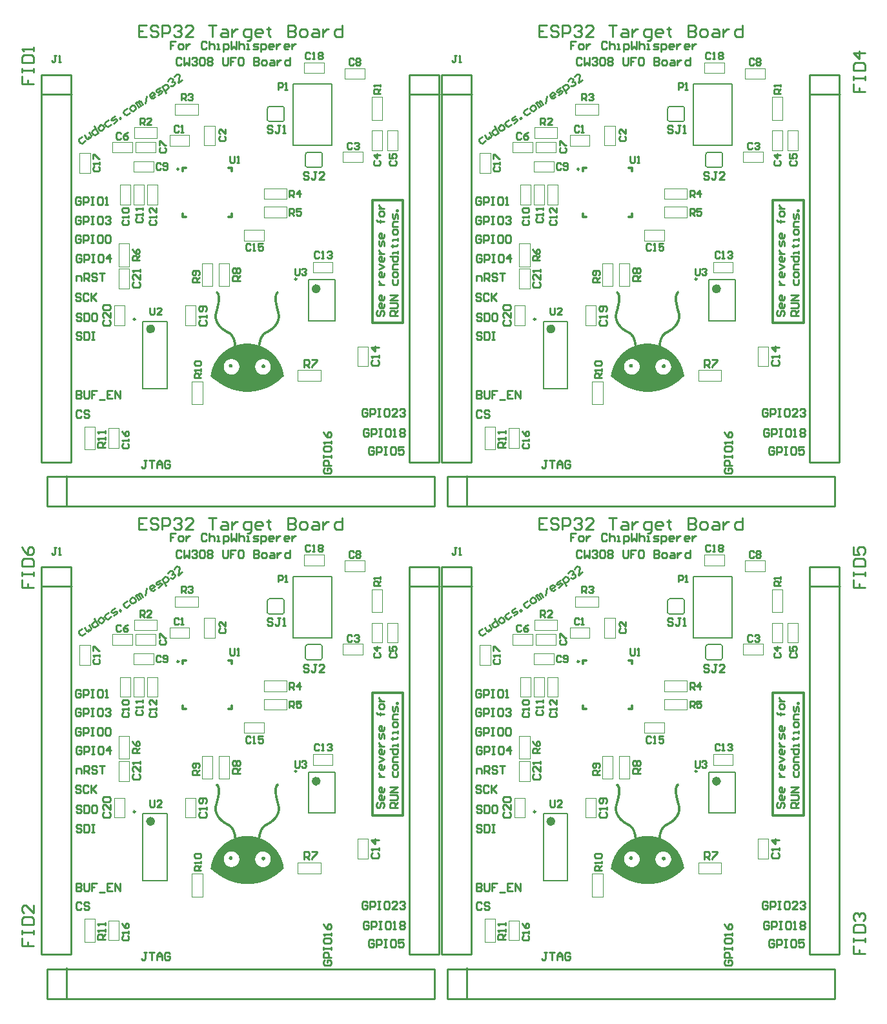
<source format=gto>
G04 Layer_Color=65535*
%FSLAX25Y25*%
%MOIN*%
G70*
G01*
G75*
%ADD26C,0.01000*%
%ADD36C,0.00787*%
%ADD37C,0.00984*%
%ADD38C,0.02362*%
%ADD39C,0.00394*%
%ADD40C,0.01181*%
G36*
X328834Y365592D02*
Y365524D01*
X328902D01*
Y365456D01*
Y365388D01*
X328970D01*
Y365320D01*
Y365252D01*
X329038D01*
Y365184D01*
Y365116D01*
X329106D01*
Y365048D01*
Y364980D01*
X329174D01*
Y364912D01*
X329242D01*
Y364844D01*
Y364776D01*
X329310D01*
Y364707D01*
Y364639D01*
X329378D01*
Y364571D01*
Y364504D01*
X329310D01*
Y364436D01*
X329174D01*
Y364368D01*
X329106D01*
Y364300D01*
X329038D01*
Y364231D01*
X328970D01*
Y364163D01*
X328902D01*
Y364095D01*
X328834D01*
Y364027D01*
Y363959D01*
X328766D01*
Y363891D01*
X328698D01*
Y363823D01*
Y363755D01*
X328630D01*
Y363687D01*
Y363619D01*
X328562D01*
Y363551D01*
Y363483D01*
Y363415D01*
X328494D01*
Y363347D01*
Y363279D01*
Y363211D01*
X328426D01*
Y363143D01*
Y363075D01*
Y363007D01*
Y362939D01*
X328358D01*
Y362871D01*
Y362803D01*
Y362735D01*
Y362667D01*
Y362599D01*
Y362531D01*
X328290D01*
Y362463D01*
Y362395D01*
Y362327D01*
Y362259D01*
Y362191D01*
Y362123D01*
Y362055D01*
Y361987D01*
Y361919D01*
Y361851D01*
Y361783D01*
Y361715D01*
Y361647D01*
Y361579D01*
Y361511D01*
Y361443D01*
Y361375D01*
Y361307D01*
Y361239D01*
Y361171D01*
Y361103D01*
Y361035D01*
Y360967D01*
Y360899D01*
Y360831D01*
X328358D01*
Y360763D01*
Y360695D01*
Y360627D01*
Y360559D01*
Y360491D01*
Y360423D01*
Y360355D01*
Y360287D01*
Y360219D01*
X328426D01*
Y360151D01*
Y360083D01*
Y360015D01*
Y359947D01*
Y359879D01*
Y359811D01*
Y359743D01*
X328494D01*
Y359675D01*
Y359607D01*
Y359539D01*
Y359471D01*
Y359403D01*
Y359335D01*
X328562D01*
Y359267D01*
Y359199D01*
Y359131D01*
Y359063D01*
Y358995D01*
X328630D01*
Y358927D01*
Y358859D01*
Y358791D01*
Y358723D01*
Y358655D01*
X328698D01*
Y358587D01*
Y358519D01*
Y358451D01*
Y358383D01*
Y358314D01*
X328766D01*
Y358246D01*
Y358178D01*
Y358110D01*
Y358043D01*
Y357974D01*
X328834D01*
Y357906D01*
Y357838D01*
Y357770D01*
Y357702D01*
X328902D01*
Y357634D01*
Y357566D01*
Y357498D01*
Y357430D01*
X328970D01*
Y357362D01*
Y357294D01*
Y357226D01*
Y357158D01*
X329038D01*
Y357090D01*
Y357022D01*
Y356954D01*
Y356886D01*
X329106D01*
Y356818D01*
Y356750D01*
Y356682D01*
Y356614D01*
X329174D01*
Y356546D01*
Y356478D01*
Y356410D01*
Y356342D01*
X329242D01*
Y356274D01*
Y356206D01*
Y356138D01*
Y356070D01*
X329310D01*
Y356002D01*
Y355934D01*
Y355866D01*
Y355798D01*
X329378D01*
Y355730D01*
Y355662D01*
Y355594D01*
X329446D01*
Y355526D01*
Y355458D01*
Y355390D01*
Y355322D01*
X329514D01*
Y355254D01*
Y355186D01*
Y355118D01*
Y355050D01*
X329582D01*
Y354982D01*
Y354914D01*
Y354846D01*
Y354778D01*
X329650D01*
Y354710D01*
Y354642D01*
Y354574D01*
X329718D01*
Y354506D01*
Y354438D01*
Y354370D01*
Y354302D01*
X329786D01*
Y354234D01*
Y354166D01*
Y354098D01*
Y354030D01*
X329854D01*
Y353962D01*
Y353894D01*
Y353826D01*
Y353758D01*
Y353690D01*
Y353622D01*
X329922D01*
Y353554D01*
Y353486D01*
Y353418D01*
Y353350D01*
Y353282D01*
Y353214D01*
Y353146D01*
X329990D01*
Y353078D01*
Y353010D01*
Y352942D01*
Y352874D01*
Y352806D01*
Y352738D01*
Y352670D01*
Y352602D01*
Y352534D01*
Y352466D01*
Y352397D01*
Y352329D01*
Y352261D01*
Y352193D01*
Y352126D01*
Y352058D01*
Y351990D01*
Y351922D01*
Y351853D01*
X329922D01*
Y351785D01*
Y351717D01*
Y351649D01*
Y351581D01*
Y351513D01*
Y351445D01*
Y351377D01*
Y351309D01*
X329854D01*
Y351241D01*
Y351173D01*
Y351105D01*
Y351037D01*
Y350969D01*
X329786D01*
Y350901D01*
Y350833D01*
Y350765D01*
Y350697D01*
Y350629D01*
X329718D01*
Y350561D01*
Y350493D01*
Y350425D01*
X329650D01*
Y350357D01*
Y350289D01*
Y350221D01*
X329582D01*
Y350153D01*
Y350085D01*
Y350017D01*
X329514D01*
Y349949D01*
Y349881D01*
Y349813D01*
X329446D01*
Y349745D01*
Y349677D01*
Y349609D01*
X329378D01*
Y349541D01*
Y349473D01*
X329310D01*
Y349405D01*
Y349337D01*
X329242D01*
Y349269D01*
Y349201D01*
X329174D01*
Y349133D01*
Y349065D01*
X329106D01*
Y348997D01*
Y348929D01*
X329038D01*
Y348861D01*
Y348793D01*
X328970D01*
Y348725D01*
Y348657D01*
X328902D01*
Y348589D01*
Y348521D01*
X328834D01*
Y348453D01*
X328766D01*
Y348385D01*
Y348317D01*
X328698D01*
Y348249D01*
Y348181D01*
X328630D01*
Y348113D01*
X328562D01*
Y348045D01*
Y347977D01*
X328494D01*
Y347909D01*
X328426D01*
Y347841D01*
X328358D01*
Y347773D01*
Y347705D01*
X328290D01*
Y347637D01*
X328222D01*
Y347569D01*
X328154D01*
Y347501D01*
Y347433D01*
X328086D01*
Y347365D01*
X328018D01*
Y347297D01*
X327950D01*
Y347229D01*
X327882D01*
Y347161D01*
Y347093D01*
X327814D01*
Y347025D01*
X327746D01*
Y346957D01*
X327678D01*
Y346889D01*
X327610D01*
Y346821D01*
X327542D01*
Y346753D01*
X327474D01*
Y346685D01*
X327406D01*
Y346617D01*
X327338D01*
Y346549D01*
X327270D01*
Y346481D01*
X327202D01*
Y346413D01*
X327134D01*
Y346344D01*
X327066D01*
Y346276D01*
X326998D01*
Y346209D01*
X326930D01*
Y346141D01*
X326862D01*
Y346073D01*
X326794D01*
Y346005D01*
X326726D01*
Y345936D01*
X326658D01*
Y345868D01*
X326590D01*
Y345800D01*
X326454D01*
Y345732D01*
X326386D01*
Y345664D01*
X326318D01*
Y345596D01*
X326250D01*
Y345528D01*
X326182D01*
Y345460D01*
X326046D01*
Y345392D01*
X325978D01*
Y345324D01*
X325910D01*
Y345256D01*
X325774D01*
Y345188D01*
X325706D01*
Y345120D01*
X325638D01*
Y345052D01*
X325502D01*
Y344984D01*
X325434D01*
Y344916D01*
X325298D01*
Y344848D01*
X325230D01*
Y344780D01*
X325094D01*
Y344712D01*
X325026D01*
Y344644D01*
X324889D01*
Y344576D01*
X324821D01*
Y344508D01*
X324685D01*
Y344440D01*
X324549D01*
Y344372D01*
X324481D01*
Y344304D01*
X324345D01*
Y344236D01*
X324209D01*
Y344168D01*
X324141D01*
Y344100D01*
X324005D01*
Y344032D01*
X323869D01*
Y343964D01*
X323733D01*
Y343896D01*
X323597D01*
Y343828D01*
X323461D01*
Y343760D01*
X323325D01*
Y343692D01*
X323189D01*
Y343624D01*
X323053D01*
Y343556D01*
X322917D01*
Y343488D01*
X322849D01*
Y343420D01*
X322713D01*
Y343352D01*
X322645D01*
Y343284D01*
X322509D01*
Y343216D01*
X322441D01*
Y343148D01*
X322373D01*
Y343080D01*
X322237D01*
Y343012D01*
X322169D01*
Y342944D01*
X322101D01*
Y342876D01*
X322033D01*
Y342808D01*
X321965D01*
Y342740D01*
X321897D01*
Y342672D01*
X321829D01*
Y342604D01*
X321761D01*
Y342536D01*
X321693D01*
Y342468D01*
Y342400D01*
X321625D01*
Y342332D01*
X321557D01*
Y342264D01*
X321489D01*
Y342196D01*
X321421D01*
Y342128D01*
Y342060D01*
X321353D01*
Y341992D01*
X321285D01*
Y341924D01*
Y341856D01*
X321217D01*
Y341788D01*
X321149D01*
Y341720D01*
Y341652D01*
X321081D01*
Y341584D01*
Y341516D01*
X321013D01*
Y341448D01*
Y341380D01*
X320945D01*
Y341312D01*
X320877D01*
Y341244D01*
Y341176D01*
X320809D01*
Y341108D01*
Y341040D01*
Y340972D01*
X320741D01*
Y340904D01*
Y340836D01*
X320673D01*
Y340768D01*
Y340700D01*
X320605D01*
Y340632D01*
Y340564D01*
Y340496D01*
X320537D01*
Y340428D01*
Y340360D01*
X320469D01*
Y340292D01*
Y340224D01*
Y340156D01*
X320401D01*
Y340088D01*
Y340019D01*
Y339951D01*
X320333D01*
Y339883D01*
Y339815D01*
Y339748D01*
X320265D01*
Y339680D01*
Y339611D01*
Y339543D01*
Y339475D01*
X320197D01*
Y339407D01*
Y339339D01*
Y339271D01*
Y339203D01*
X320129D01*
Y339135D01*
Y339067D01*
Y338999D01*
Y338931D01*
X320061D01*
Y338863D01*
Y338795D01*
Y338727D01*
Y338659D01*
Y338591D01*
X319993D01*
Y338523D01*
Y338455D01*
Y338387D01*
Y338319D01*
Y338251D01*
Y338183D01*
X319925D01*
Y338115D01*
Y338047D01*
Y337979D01*
Y337911D01*
Y337843D01*
Y337775D01*
X319857D01*
Y337707D01*
Y337639D01*
Y337571D01*
Y337503D01*
Y337435D01*
Y337367D01*
Y337299D01*
Y337231D01*
Y337163D01*
Y337095D01*
X319993D01*
Y337027D01*
X320197D01*
Y336959D01*
X320333D01*
Y336891D01*
X320537D01*
Y336823D01*
X320673D01*
Y336755D01*
X320809D01*
Y336687D01*
X320945D01*
Y336619D01*
X321149D01*
Y336551D01*
X321285D01*
Y336483D01*
X321421D01*
Y336415D01*
X321557D01*
Y336347D01*
X321693D01*
Y336279D01*
X321829D01*
Y336211D01*
X321965D01*
Y336143D01*
X322033D01*
Y336075D01*
X322169D01*
Y336007D01*
X322305D01*
Y335939D01*
X322441D01*
Y335871D01*
X322577D01*
Y335803D01*
X322645D01*
Y335735D01*
X322781D01*
Y335667D01*
X322917D01*
Y335599D01*
X322985D01*
Y335531D01*
X323121D01*
Y335463D01*
X323189D01*
Y335395D01*
X323325D01*
Y335327D01*
X323461D01*
Y335259D01*
X323529D01*
Y335191D01*
X323665D01*
Y335123D01*
X323733D01*
Y335055D01*
X323869D01*
Y334987D01*
X323937D01*
Y334919D01*
X324005D01*
Y334851D01*
X324141D01*
Y334783D01*
X324209D01*
Y334715D01*
X324345D01*
Y334647D01*
X324413D01*
Y334579D01*
X324481D01*
Y334511D01*
X324617D01*
Y334443D01*
X324685D01*
Y334375D01*
X324753D01*
Y334307D01*
X324821D01*
Y334239D01*
X324957D01*
Y334171D01*
X325026D01*
Y334103D01*
X325094D01*
Y334034D01*
X325162D01*
Y333966D01*
X325298D01*
Y333898D01*
X325366D01*
Y333830D01*
X325434D01*
Y333763D01*
X325502D01*
Y333695D01*
X325570D01*
Y333627D01*
X325638D01*
Y333558D01*
X325706D01*
Y333490D01*
X325842D01*
Y333422D01*
X325910D01*
Y333354D01*
X325978D01*
Y333286D01*
X326046D01*
Y333218D01*
X326114D01*
Y333150D01*
X326182D01*
Y333082D01*
X326250D01*
Y333014D01*
X326318D01*
Y332946D01*
X326386D01*
Y332878D01*
X326454D01*
Y332810D01*
X326522D01*
Y332742D01*
X326590D01*
Y332674D01*
X326658D01*
Y332606D01*
X326726D01*
Y332538D01*
X326794D01*
Y332470D01*
X326862D01*
Y332402D01*
X326930D01*
Y332334D01*
X326998D01*
Y332266D01*
X327066D01*
Y332198D01*
X327134D01*
Y332130D01*
X327202D01*
Y332062D01*
Y331994D01*
X327270D01*
Y331926D01*
X327338D01*
Y331858D01*
X327406D01*
Y331790D01*
X327474D01*
Y331722D01*
X327542D01*
Y331654D01*
X327610D01*
Y331586D01*
Y331518D01*
X327678D01*
Y331450D01*
X327746D01*
Y331382D01*
X327814D01*
Y331314D01*
X327882D01*
Y331246D01*
Y331178D01*
X327950D01*
Y331110D01*
X328018D01*
Y331042D01*
X328086D01*
Y330974D01*
X328154D01*
Y330906D01*
Y330838D01*
X328222D01*
Y330770D01*
X328290D01*
Y330702D01*
X328358D01*
Y330634D01*
Y330566D01*
X328426D01*
Y330498D01*
X328494D01*
Y330430D01*
X328562D01*
Y330362D01*
Y330294D01*
X328630D01*
Y330226D01*
X328698D01*
Y330158D01*
Y330090D01*
X328766D01*
Y330022D01*
X328834D01*
Y329954D01*
Y329886D01*
X328902D01*
Y329818D01*
X328970D01*
Y329750D01*
Y329682D01*
X329038D01*
Y329614D01*
X329106D01*
Y329546D01*
Y329478D01*
X329174D01*
Y329410D01*
Y329342D01*
X329242D01*
Y329274D01*
X329310D01*
Y329206D01*
Y329138D01*
X329378D01*
Y329070D01*
Y329002D01*
X329446D01*
Y328934D01*
X329514D01*
Y328866D01*
Y328798D01*
X329582D01*
Y328730D01*
Y328662D01*
X329650D01*
Y328594D01*
Y328526D01*
X329718D01*
Y328458D01*
X329786D01*
Y328390D01*
Y328322D01*
X329854D01*
Y328254D01*
Y328186D01*
X329922D01*
Y328118D01*
Y328049D01*
X329990D01*
Y327981D01*
Y327913D01*
X330058D01*
Y327846D01*
Y327778D01*
X330126D01*
Y327710D01*
Y327642D01*
X330194D01*
Y327573D01*
Y327505D01*
X330262D01*
Y327437D01*
Y327369D01*
X330330D01*
Y327301D01*
Y327233D01*
Y327165D01*
X330398D01*
Y327097D01*
Y327029D01*
X330466D01*
Y326961D01*
Y326893D01*
X330534D01*
Y326825D01*
Y326757D01*
X330602D01*
Y326689D01*
Y326621D01*
Y326553D01*
X330670D01*
Y326485D01*
Y326417D01*
X330738D01*
Y326349D01*
Y326281D01*
Y326213D01*
X330806D01*
Y326145D01*
Y326077D01*
Y326009D01*
X330874D01*
Y325941D01*
Y325873D01*
X330943D01*
Y325805D01*
Y325737D01*
Y325669D01*
X331011D01*
Y325601D01*
Y325533D01*
Y325465D01*
X331079D01*
Y325397D01*
Y325329D01*
Y325261D01*
X331147D01*
Y325193D01*
Y325125D01*
Y325057D01*
X331214D01*
Y324989D01*
Y324921D01*
Y324853D01*
X331282D01*
Y324785D01*
Y324717D01*
Y324649D01*
Y324581D01*
X331350D01*
Y324513D01*
Y324445D01*
Y324377D01*
X331419D01*
Y324309D01*
Y324241D01*
Y324173D01*
Y324105D01*
X331487D01*
Y324037D01*
Y323969D01*
Y323901D01*
Y323833D01*
X331555D01*
Y323765D01*
Y323697D01*
Y323629D01*
Y323561D01*
Y323493D01*
X331623D01*
Y323425D01*
Y323357D01*
Y323289D01*
Y323221D01*
X331691D01*
Y323153D01*
Y323085D01*
Y323017D01*
Y322949D01*
Y322881D01*
X331759D01*
Y322813D01*
Y322745D01*
Y322677D01*
Y322609D01*
Y322541D01*
Y322473D01*
X331827D01*
Y322405D01*
Y322337D01*
Y322269D01*
Y322201D01*
Y322133D01*
Y322065D01*
Y321997D01*
X331895D01*
Y321929D01*
Y321861D01*
Y321793D01*
Y321725D01*
Y321656D01*
Y321588D01*
X331827D01*
Y321520D01*
X331759D01*
Y321452D01*
X331691D01*
Y321385D01*
X331623D01*
Y321316D01*
X331555D01*
Y321248D01*
X331487D01*
Y321180D01*
X331350D01*
Y321112D01*
X331282D01*
Y321044D01*
X331214D01*
Y320976D01*
X331147D01*
Y320908D01*
X331079D01*
Y320840D01*
X331011D01*
Y320772D01*
X330874D01*
Y320704D01*
X330806D01*
Y320636D01*
X330738D01*
Y320568D01*
X330670D01*
Y320500D01*
X330602D01*
Y320432D01*
X330534D01*
Y320364D01*
X330466D01*
Y320296D01*
X330398D01*
Y320228D01*
X330330D01*
Y320160D01*
X330262D01*
Y320092D01*
X330194D01*
Y320024D01*
X330126D01*
Y319956D01*
X329990D01*
Y319888D01*
X329922D01*
Y319820D01*
X329854D01*
Y319752D01*
X329786D01*
Y319684D01*
X329718D01*
Y319616D01*
X329650D01*
Y319548D01*
X329514D01*
Y319480D01*
X329446D01*
Y319412D01*
X329378D01*
Y319344D01*
X329310D01*
Y319276D01*
X329242D01*
Y319208D01*
X329106D01*
Y319140D01*
X329038D01*
Y319072D01*
X328970D01*
Y319004D01*
X328902D01*
Y318936D01*
X328766D01*
Y318868D01*
X328698D01*
Y318800D01*
X328630D01*
Y318732D01*
X328494D01*
Y318664D01*
X328426D01*
Y318596D01*
X328358D01*
Y318528D01*
X328222D01*
Y318460D01*
X328154D01*
Y318392D01*
X328086D01*
Y318324D01*
X327950D01*
Y318256D01*
X327882D01*
Y318188D01*
X327746D01*
Y318120D01*
X327678D01*
Y318052D01*
X327542D01*
Y317984D01*
X327474D01*
Y317916D01*
X327406D01*
Y317848D01*
X327270D01*
Y317780D01*
X327202D01*
Y317712D01*
X327066D01*
Y317644D01*
X326930D01*
Y317576D01*
X326862D01*
Y317508D01*
X326726D01*
Y317440D01*
X326658D01*
Y317372D01*
X326522D01*
Y317304D01*
X326386D01*
Y317236D01*
X326318D01*
Y317168D01*
X326182D01*
Y317100D01*
X326046D01*
Y317032D01*
X325978D01*
Y316964D01*
X325842D01*
Y316896D01*
X325706D01*
Y316828D01*
X325570D01*
Y316760D01*
X325502D01*
Y316692D01*
X325366D01*
Y316624D01*
X325230D01*
Y316556D01*
X325094D01*
Y316488D01*
X324957D01*
Y316420D01*
X324821D01*
Y316352D01*
X324685D01*
Y316284D01*
X324549D01*
Y316216D01*
X324413D01*
Y316148D01*
X324277D01*
Y316080D01*
X324141D01*
Y316012D01*
X324005D01*
Y315944D01*
X323869D01*
Y315876D01*
X323733D01*
Y315808D01*
X323597D01*
Y315739D01*
X323393D01*
Y315671D01*
X323257D01*
Y315603D01*
X323121D01*
Y315535D01*
X322917D01*
Y315468D01*
X322781D01*
Y315400D01*
X322577D01*
Y315332D01*
X322441D01*
Y315264D01*
X322237D01*
Y315195D01*
X322101D01*
Y315127D01*
X321897D01*
Y315059D01*
X321693D01*
Y314991D01*
X321489D01*
Y314923D01*
X321285D01*
Y314855D01*
X321081D01*
Y314787D01*
X320877D01*
Y314719D01*
X320673D01*
Y314651D01*
X320469D01*
Y314583D01*
X320197D01*
Y314515D01*
X319993D01*
Y314447D01*
X319721D01*
Y314379D01*
X319449D01*
Y314311D01*
X319177D01*
Y314243D01*
X318904D01*
Y314175D01*
X318633D01*
Y314107D01*
X318292D01*
Y314039D01*
X317952D01*
Y313971D01*
X317544D01*
Y313903D01*
X317136D01*
Y313835D01*
X316660D01*
Y313767D01*
X316184D01*
Y313699D01*
X315504D01*
Y313631D01*
X314620D01*
Y313563D01*
X311695D01*
Y313631D01*
X310811D01*
Y313699D01*
X310131D01*
Y313767D01*
X309587D01*
Y313835D01*
X309179D01*
Y313903D01*
X308771D01*
Y313971D01*
X308363D01*
Y314039D01*
X308023D01*
Y314107D01*
X307683D01*
Y314175D01*
X307411D01*
Y314243D01*
X307139D01*
Y314311D01*
X306867D01*
Y314379D01*
X306594D01*
Y314447D01*
X306322D01*
Y314515D01*
X306118D01*
Y314583D01*
X305846D01*
Y314651D01*
X305642D01*
Y314719D01*
X305438D01*
Y314787D01*
X305234D01*
Y314855D01*
X305030D01*
Y314923D01*
X304826D01*
Y314991D01*
X304622D01*
Y315059D01*
X304418D01*
Y315127D01*
X304214D01*
Y315195D01*
X304078D01*
Y315264D01*
X303874D01*
Y315332D01*
X303738D01*
Y315400D01*
X303534D01*
Y315468D01*
X303398D01*
Y315535D01*
X303194D01*
Y315603D01*
X303058D01*
Y315671D01*
X302922D01*
Y315739D01*
X302718D01*
Y315808D01*
X302582D01*
Y315876D01*
X302446D01*
Y315944D01*
X302310D01*
Y316012D01*
X302174D01*
Y316080D01*
X302038D01*
Y316148D01*
X301902D01*
Y316216D01*
X301766D01*
Y316284D01*
X301630D01*
Y316352D01*
X301494D01*
Y316420D01*
X301358D01*
Y316488D01*
X301222D01*
Y316556D01*
X301086D01*
Y316624D01*
X300950D01*
Y316692D01*
X300814D01*
Y316760D01*
X300677D01*
Y316828D01*
X300609D01*
Y316896D01*
X300473D01*
Y316964D01*
X300338D01*
Y317032D01*
X300201D01*
Y317100D01*
X300133D01*
Y317168D01*
X299997D01*
Y317236D01*
X299861D01*
Y317304D01*
X299793D01*
Y317372D01*
X299657D01*
Y317440D01*
X299589D01*
Y317508D01*
X299453D01*
Y317576D01*
X299317D01*
Y317644D01*
X299249D01*
Y317712D01*
X299113D01*
Y317780D01*
X299045D01*
Y317848D01*
X298909D01*
Y317916D01*
X298841D01*
Y317984D01*
X298705D01*
Y318052D01*
X298637D01*
Y318120D01*
X298501D01*
Y318188D01*
X298433D01*
Y318256D01*
X298365D01*
Y318324D01*
X298229D01*
Y318392D01*
X298161D01*
Y318460D01*
X298025D01*
Y318528D01*
X297957D01*
Y318596D01*
X297889D01*
Y318664D01*
X297753D01*
Y318732D01*
X297685D01*
Y318800D01*
X297617D01*
Y318868D01*
X297549D01*
Y318936D01*
X297413D01*
Y319004D01*
X297345D01*
Y319072D01*
X297209D01*
Y319140D01*
X297141D01*
Y319208D01*
X297005D01*
Y319276D01*
X296937D01*
Y319344D01*
X296801D01*
Y319412D01*
X296733D01*
Y319480D01*
X296597D01*
Y319548D01*
X296529D01*
Y319616D01*
X296461D01*
Y319684D01*
X296325D01*
Y319752D01*
X296257D01*
Y319820D01*
X296121D01*
Y319888D01*
X296053D01*
Y319956D01*
X295985D01*
Y320024D01*
X295849D01*
Y320092D01*
X295781D01*
Y320160D01*
X295713D01*
Y320228D01*
X295645D01*
Y320296D01*
X295509D01*
Y320364D01*
X295441D01*
Y320432D01*
X295373D01*
Y320500D01*
X295237D01*
Y320568D01*
X295169D01*
Y320636D01*
X295101D01*
Y320704D01*
X295033D01*
Y320772D01*
X294897D01*
Y320840D01*
X294829D01*
Y320908D01*
X294761D01*
Y320976D01*
X294692D01*
Y321044D01*
X294624D01*
Y321112D01*
X294489D01*
Y321180D01*
X294421D01*
Y321248D01*
X294353D01*
Y321316D01*
X294285D01*
Y321385D01*
X294216D01*
Y321452D01*
X294148D01*
Y321520D01*
X294080D01*
Y321588D01*
X294148D01*
Y321656D01*
Y321725D01*
Y321793D01*
Y321861D01*
Y321929D01*
Y321997D01*
Y322065D01*
X294216D01*
Y322133D01*
Y322201D01*
Y322269D01*
Y322337D01*
Y322405D01*
Y322473D01*
Y322541D01*
X294285D01*
Y322609D01*
Y322677D01*
Y322745D01*
Y322813D01*
Y322881D01*
X294353D01*
Y322949D01*
Y323017D01*
Y323085D01*
Y323153D01*
Y323221D01*
X294421D01*
Y323289D01*
Y323357D01*
Y323425D01*
Y323493D01*
Y323561D01*
X294489D01*
Y323629D01*
Y323697D01*
Y323765D01*
Y323833D01*
X294556D01*
Y323901D01*
Y323969D01*
Y324037D01*
Y324105D01*
X294624D01*
Y324173D01*
Y324241D01*
Y324309D01*
Y324377D01*
X294692D01*
Y324445D01*
Y324513D01*
Y324581D01*
Y324649D01*
X294761D01*
Y324717D01*
Y324785D01*
Y324853D01*
X294829D01*
Y324921D01*
Y324989D01*
Y325057D01*
X294897D01*
Y325125D01*
Y325193D01*
Y325261D01*
X294965D01*
Y325329D01*
Y325397D01*
Y325465D01*
X295033D01*
Y325533D01*
Y325601D01*
Y325669D01*
X295101D01*
Y325737D01*
Y325805D01*
Y325873D01*
X295169D01*
Y325941D01*
Y326009D01*
Y326077D01*
X295237D01*
Y326145D01*
Y326213D01*
X295305D01*
Y326281D01*
Y326349D01*
Y326417D01*
X295373D01*
Y326485D01*
Y326553D01*
X295441D01*
Y326621D01*
Y326689D01*
Y326757D01*
X295509D01*
Y326825D01*
Y326893D01*
X295577D01*
Y326961D01*
Y327029D01*
X295645D01*
Y327097D01*
Y327165D01*
Y327233D01*
X295713D01*
Y327301D01*
Y327369D01*
X295781D01*
Y327437D01*
Y327505D01*
X295849D01*
Y327573D01*
Y327642D01*
X295917D01*
Y327710D01*
Y327778D01*
X295985D01*
Y327846D01*
Y327913D01*
X296053D01*
Y327981D01*
Y328049D01*
X296121D01*
Y328118D01*
Y328186D01*
X296189D01*
Y328254D01*
Y328322D01*
X296257D01*
Y328390D01*
Y328458D01*
X296325D01*
Y328526D01*
Y328594D01*
X296393D01*
Y328662D01*
X296461D01*
Y328730D01*
Y328798D01*
X296529D01*
Y328866D01*
Y328934D01*
X296597D01*
Y329002D01*
Y329070D01*
X296665D01*
Y329138D01*
X296733D01*
Y329206D01*
Y329274D01*
X296801D01*
Y329342D01*
Y329410D01*
X296869D01*
Y329478D01*
X296937D01*
Y329546D01*
Y329614D01*
X297005D01*
Y329682D01*
X297073D01*
Y329750D01*
Y329818D01*
X297141D01*
Y329886D01*
X297209D01*
Y329954D01*
Y330022D01*
X297277D01*
Y330090D01*
X297345D01*
Y330158D01*
Y330226D01*
X297413D01*
Y330294D01*
X297481D01*
Y330362D01*
Y330430D01*
X297549D01*
Y330498D01*
X297617D01*
Y330566D01*
X297685D01*
Y330634D01*
Y330702D01*
X297753D01*
Y330770D01*
X297821D01*
Y330838D01*
X297889D01*
Y330906D01*
Y330974D01*
X297957D01*
Y331042D01*
X298025D01*
Y331110D01*
X298093D01*
Y331178D01*
Y331246D01*
X298161D01*
Y331314D01*
X298229D01*
Y331382D01*
X298297D01*
Y331450D01*
X298365D01*
Y331518D01*
X298433D01*
Y331586D01*
X298501D01*
Y331654D01*
Y331722D01*
X298569D01*
Y331790D01*
X298637D01*
Y331858D01*
X298705D01*
Y331926D01*
X298773D01*
Y331994D01*
X298841D01*
Y332062D01*
X298909D01*
Y332130D01*
X298977D01*
Y332198D01*
Y332266D01*
X299045D01*
Y332334D01*
X299113D01*
Y332402D01*
X299181D01*
Y332470D01*
X299249D01*
Y332538D01*
X299317D01*
Y332606D01*
X299385D01*
Y332674D01*
X299453D01*
Y332742D01*
X299521D01*
Y332810D01*
X299589D01*
Y332878D01*
X299657D01*
Y332946D01*
X299725D01*
Y333014D01*
X299793D01*
Y333082D01*
X299861D01*
Y333150D01*
X299929D01*
Y333218D01*
X299997D01*
Y333286D01*
X300065D01*
Y333354D01*
X300133D01*
Y333422D01*
X300270D01*
Y333490D01*
X300338D01*
Y333558D01*
X300406D01*
Y333627D01*
X300473D01*
Y333695D01*
X300541D01*
Y333763D01*
X300609D01*
Y333830D01*
X300677D01*
Y333898D01*
X300814D01*
Y333966D01*
X300882D01*
Y334034D01*
X300950D01*
Y334103D01*
X301018D01*
Y334171D01*
X301086D01*
Y334239D01*
X301222D01*
Y334307D01*
X301290D01*
Y334375D01*
X301358D01*
Y334443D01*
X301494D01*
Y334511D01*
X301562D01*
Y334579D01*
X301630D01*
Y334647D01*
X301766D01*
Y334715D01*
X301834D01*
Y334783D01*
X301902D01*
Y334851D01*
X302038D01*
Y334919D01*
X302106D01*
Y334987D01*
X302242D01*
Y335055D01*
X302310D01*
Y335123D01*
X302446D01*
Y335191D01*
X302514D01*
Y335259D01*
X302650D01*
Y335327D01*
X302718D01*
Y335395D01*
X302854D01*
Y335463D01*
X302922D01*
Y335531D01*
X303058D01*
Y335599D01*
X303126D01*
Y335667D01*
X303262D01*
Y335735D01*
X303398D01*
Y335803D01*
X303534D01*
Y335871D01*
X303602D01*
Y335939D01*
X303738D01*
Y336007D01*
X303874D01*
Y336075D01*
X304010D01*
Y336143D01*
X304146D01*
Y336211D01*
X304214D01*
Y336279D01*
X304350D01*
Y336347D01*
X304486D01*
Y336415D01*
X304622D01*
Y336483D01*
X304758D01*
Y336551D01*
X304962D01*
Y336619D01*
X305098D01*
Y336687D01*
X305234D01*
Y336755D01*
X305370D01*
Y336823D01*
X305574D01*
Y336891D01*
X305710D01*
Y336959D01*
X305846D01*
Y337027D01*
X306050D01*
Y337095D01*
X306254D01*
Y337163D01*
Y337231D01*
X306186D01*
Y337299D01*
Y337367D01*
Y337435D01*
Y337503D01*
Y337571D01*
Y337639D01*
Y337707D01*
Y337775D01*
X306118D01*
Y337843D01*
Y337911D01*
Y337979D01*
Y338047D01*
Y338115D01*
Y338183D01*
Y338251D01*
X306050D01*
Y338319D01*
Y338387D01*
Y338455D01*
Y338523D01*
Y338591D01*
Y338659D01*
X305982D01*
Y338727D01*
Y338795D01*
Y338863D01*
Y338931D01*
X305914D01*
Y338999D01*
Y339067D01*
Y339135D01*
Y339203D01*
Y339271D01*
X305846D01*
Y339339D01*
Y339407D01*
Y339475D01*
X305778D01*
Y339543D01*
Y339611D01*
Y339680D01*
Y339748D01*
X305710D01*
Y339815D01*
Y339883D01*
Y339951D01*
X305642D01*
Y340019D01*
Y340088D01*
Y340156D01*
X305574D01*
Y340224D01*
Y340292D01*
Y340360D01*
X305506D01*
Y340428D01*
Y340496D01*
Y340564D01*
X305438D01*
Y340632D01*
Y340700D01*
X305370D01*
Y340768D01*
Y340836D01*
Y340904D01*
X305302D01*
Y340972D01*
Y341040D01*
X305234D01*
Y341108D01*
Y341176D01*
X305166D01*
Y341244D01*
Y341312D01*
X305098D01*
Y341380D01*
Y341448D01*
X305030D01*
Y341516D01*
X304962D01*
Y341584D01*
Y341652D01*
X304894D01*
Y341720D01*
Y341788D01*
X304826D01*
Y341856D01*
X304758D01*
Y341924D01*
Y341992D01*
X304690D01*
Y342060D01*
X304622D01*
Y342128D01*
Y342196D01*
X304554D01*
Y342264D01*
X304486D01*
Y342332D01*
X304418D01*
Y342400D01*
Y342468D01*
X304350D01*
Y342536D01*
X304282D01*
Y342604D01*
X304214D01*
Y342672D01*
X304146D01*
Y342740D01*
X304078D01*
Y342808D01*
X304010D01*
Y342876D01*
X303942D01*
Y342944D01*
X303874D01*
Y343012D01*
X303806D01*
Y343080D01*
X303670D01*
Y343148D01*
X303602D01*
Y343216D01*
X303534D01*
Y343284D01*
X303398D01*
Y343352D01*
X303330D01*
Y343420D01*
X303194D01*
Y343488D01*
X303126D01*
Y343556D01*
X302990D01*
Y343624D01*
X302854D01*
Y343692D01*
X302718D01*
Y343760D01*
X302582D01*
Y343828D01*
X302446D01*
Y343896D01*
X302310D01*
Y343964D01*
X302174D01*
Y344032D01*
X302038D01*
Y344100D01*
X301902D01*
Y344168D01*
X301834D01*
Y344236D01*
X301698D01*
Y344304D01*
X301562D01*
Y344372D01*
X301494D01*
Y344440D01*
X301358D01*
Y344508D01*
X301222D01*
Y344576D01*
X301154D01*
Y344644D01*
X301018D01*
Y344712D01*
X300950D01*
Y344780D01*
X300814D01*
Y344848D01*
X300746D01*
Y344916D01*
X300609D01*
Y344984D01*
X300541D01*
Y345052D01*
X300406D01*
Y345120D01*
X300338D01*
Y345188D01*
X300270D01*
Y345256D01*
X300133D01*
Y345324D01*
X300065D01*
Y345392D01*
X299997D01*
Y345460D01*
X299929D01*
Y345528D01*
X299793D01*
Y345596D01*
X299725D01*
Y345664D01*
X299657D01*
Y345732D01*
X299589D01*
Y345800D01*
X299521D01*
Y345868D01*
X299385D01*
Y345936D01*
X299317D01*
Y346005D01*
X299249D01*
Y346073D01*
X299181D01*
Y346141D01*
X299113D01*
Y346209D01*
X299045D01*
Y346276D01*
X298977D01*
Y346344D01*
X298909D01*
Y346413D01*
X298841D01*
Y346481D01*
X298773D01*
Y346549D01*
X298705D01*
Y346617D01*
X298637D01*
Y346685D01*
X298569D01*
Y346753D01*
X298501D01*
Y346821D01*
X298433D01*
Y346889D01*
X298365D01*
Y346957D01*
X298297D01*
Y347025D01*
X298229D01*
Y347093D01*
Y347161D01*
X298161D01*
Y347229D01*
X298093D01*
Y347297D01*
X298025D01*
Y347365D01*
X297957D01*
Y347433D01*
X297889D01*
Y347501D01*
Y347569D01*
X297821D01*
Y347637D01*
X297753D01*
Y347705D01*
X297685D01*
Y347773D01*
Y347841D01*
X297617D01*
Y347909D01*
X297549D01*
Y347977D01*
Y348045D01*
X297481D01*
Y348113D01*
X297413D01*
Y348181D01*
Y348249D01*
X297345D01*
Y348317D01*
X297277D01*
Y348385D01*
Y348453D01*
X297209D01*
Y348521D01*
Y348589D01*
X297141D01*
Y348657D01*
X297073D01*
Y348725D01*
Y348793D01*
X297005D01*
Y348861D01*
Y348929D01*
X296937D01*
Y348997D01*
Y349065D01*
X296869D01*
Y349133D01*
Y349201D01*
X296801D01*
Y349269D01*
Y349337D01*
X296733D01*
Y349405D01*
Y349473D01*
X296665D01*
Y349541D01*
Y349609D01*
Y349677D01*
X296597D01*
Y349745D01*
Y349813D01*
X296529D01*
Y349881D01*
Y349949D01*
Y350017D01*
X296461D01*
Y350085D01*
Y350153D01*
Y350221D01*
X296393D01*
Y350289D01*
Y350357D01*
Y350425D01*
X296325D01*
Y350493D01*
Y350561D01*
Y350629D01*
Y350697D01*
X296257D01*
Y350765D01*
Y350833D01*
Y350901D01*
Y350969D01*
X296189D01*
Y351037D01*
Y351105D01*
Y351173D01*
Y351241D01*
Y351309D01*
X296121D01*
Y351377D01*
Y351445D01*
Y351513D01*
Y351581D01*
Y351649D01*
Y351717D01*
Y351785D01*
Y351853D01*
Y351922D01*
X296053D01*
Y351990D01*
Y352058D01*
Y352126D01*
Y352193D01*
Y352261D01*
Y352329D01*
Y352397D01*
Y352466D01*
Y352534D01*
Y352602D01*
Y352670D01*
Y352738D01*
Y352806D01*
Y352874D01*
Y352942D01*
Y353010D01*
X296121D01*
Y353078D01*
Y353146D01*
Y353214D01*
Y353282D01*
Y353350D01*
Y353418D01*
Y353486D01*
Y353554D01*
Y353622D01*
X296189D01*
Y353690D01*
Y353758D01*
Y353826D01*
Y353894D01*
Y353962D01*
X296257D01*
Y354030D01*
Y354098D01*
Y354166D01*
Y354234D01*
X296325D01*
Y354302D01*
Y354370D01*
Y354438D01*
Y354506D01*
X296393D01*
Y354574D01*
Y354642D01*
Y354710D01*
Y354778D01*
X296461D01*
Y354846D01*
Y354914D01*
Y354982D01*
Y355050D01*
X296529D01*
Y355118D01*
Y355186D01*
Y355254D01*
X296597D01*
Y355322D01*
Y355390D01*
Y355458D01*
Y355526D01*
X296665D01*
Y355594D01*
Y355662D01*
Y355730D01*
Y355798D01*
X296733D01*
Y355866D01*
Y355934D01*
Y356002D01*
Y356070D01*
X296801D01*
Y356138D01*
Y356206D01*
Y356274D01*
X296869D01*
Y356342D01*
Y356410D01*
Y356478D01*
Y356546D01*
X296937D01*
Y356614D01*
Y356682D01*
Y356750D01*
Y356818D01*
X297005D01*
Y356886D01*
Y356954D01*
Y357022D01*
Y357090D01*
X297073D01*
Y357158D01*
Y357226D01*
Y357294D01*
Y357362D01*
X297141D01*
Y357430D01*
Y357498D01*
Y357566D01*
Y357634D01*
X297209D01*
Y357702D01*
Y357770D01*
Y357838D01*
Y357906D01*
Y357974D01*
X297277D01*
Y358043D01*
Y358110D01*
Y358178D01*
Y358246D01*
X297345D01*
Y358314D01*
Y358383D01*
Y358451D01*
Y358519D01*
Y358587D01*
X297413D01*
Y358655D01*
Y358723D01*
Y358791D01*
Y358859D01*
Y358927D01*
X297481D01*
Y358995D01*
Y359063D01*
Y359131D01*
Y359199D01*
Y359267D01*
X297549D01*
Y359335D01*
Y359403D01*
Y359471D01*
Y359539D01*
Y359607D01*
Y359675D01*
X297617D01*
Y359743D01*
Y359811D01*
Y359879D01*
Y359947D01*
Y360015D01*
Y360083D01*
Y360151D01*
X297685D01*
Y360219D01*
Y360287D01*
Y360355D01*
Y360423D01*
Y360491D01*
Y360559D01*
Y360627D01*
Y360695D01*
Y360763D01*
X297753D01*
Y360831D01*
Y360899D01*
Y360967D01*
Y361035D01*
Y361103D01*
Y361171D01*
Y361239D01*
Y361307D01*
Y361375D01*
Y361443D01*
Y361511D01*
Y361579D01*
Y361647D01*
Y361715D01*
Y361783D01*
Y361851D01*
Y361919D01*
Y361987D01*
Y362055D01*
Y362123D01*
Y362191D01*
Y362259D01*
Y362327D01*
Y362395D01*
Y362463D01*
Y362531D01*
Y362599D01*
X297685D01*
Y362667D01*
Y362735D01*
Y362803D01*
Y362871D01*
Y362939D01*
Y363007D01*
X297617D01*
Y363075D01*
Y363143D01*
Y363211D01*
Y363279D01*
X297549D01*
Y363347D01*
Y363415D01*
Y363483D01*
X297481D01*
Y363551D01*
Y363619D01*
X297413D01*
Y363687D01*
Y363755D01*
X297345D01*
Y363823D01*
Y363891D01*
X297277D01*
Y363959D01*
X297209D01*
Y364027D01*
Y364095D01*
X297141D01*
Y364163D01*
X297073D01*
Y364231D01*
X297005D01*
Y364300D01*
X296937D01*
Y364368D01*
X296869D01*
Y364436D01*
X296733D01*
Y364504D01*
X296665D01*
Y364571D01*
Y364639D01*
X296733D01*
Y364707D01*
X296801D01*
Y364776D01*
Y364844D01*
X296869D01*
Y364912D01*
Y364980D01*
X296937D01*
Y365048D01*
Y365116D01*
X297005D01*
Y365184D01*
Y365252D01*
X297073D01*
Y365320D01*
Y365388D01*
X297141D01*
Y365456D01*
X297209D01*
Y365524D01*
Y365592D01*
X297413D01*
Y365524D01*
X297481D01*
Y365456D01*
X297617D01*
Y365388D01*
X297685D01*
Y365320D01*
X297753D01*
Y365252D01*
X297821D01*
Y365184D01*
X297889D01*
Y365116D01*
X297957D01*
Y365048D01*
X298025D01*
Y364980D01*
X298093D01*
Y364912D01*
X298161D01*
Y364844D01*
X298229D01*
Y364776D01*
Y364707D01*
X298297D01*
Y364639D01*
X298365D01*
Y364571D01*
Y364504D01*
X298433D01*
Y364436D01*
X298501D01*
Y364368D01*
Y364300D01*
X298569D01*
Y364231D01*
Y364163D01*
X298637D01*
Y364095D01*
Y364027D01*
Y363959D01*
X298705D01*
Y363891D01*
Y363823D01*
Y363755D01*
X298773D01*
Y363687D01*
Y363619D01*
Y363551D01*
X298841D01*
Y363483D01*
Y363415D01*
Y363347D01*
Y363279D01*
X298909D01*
Y363211D01*
Y363143D01*
Y363075D01*
Y363007D01*
Y362939D01*
X298977D01*
Y362871D01*
Y362803D01*
Y362735D01*
Y362667D01*
Y362599D01*
Y362531D01*
Y362463D01*
Y362395D01*
Y362327D01*
X299045D01*
Y362259D01*
Y362191D01*
Y362123D01*
Y362055D01*
Y361987D01*
Y361919D01*
Y361851D01*
Y361783D01*
Y361715D01*
Y361647D01*
Y361579D01*
Y361511D01*
Y361443D01*
Y361375D01*
Y361307D01*
Y361239D01*
Y361171D01*
Y361103D01*
X298977D01*
Y361035D01*
Y360967D01*
Y360899D01*
Y360831D01*
Y360763D01*
Y360695D01*
Y360627D01*
Y360559D01*
Y360491D01*
Y360423D01*
Y360355D01*
X298909D01*
Y360287D01*
Y360219D01*
Y360151D01*
Y360083D01*
Y360015D01*
Y359947D01*
Y359879D01*
Y359811D01*
X298841D01*
Y359743D01*
Y359675D01*
Y359607D01*
Y359539D01*
Y359471D01*
Y359403D01*
Y359335D01*
X298773D01*
Y359267D01*
Y359199D01*
Y359131D01*
Y359063D01*
Y358995D01*
X298705D01*
Y358927D01*
Y358859D01*
Y358791D01*
Y358723D01*
Y358655D01*
Y358587D01*
X298637D01*
Y358519D01*
Y358451D01*
Y358383D01*
Y358314D01*
X298569D01*
Y358246D01*
Y358178D01*
Y358110D01*
Y358043D01*
Y357974D01*
X298501D01*
Y357906D01*
Y357838D01*
Y357770D01*
Y357702D01*
Y357634D01*
X298433D01*
Y357566D01*
Y357498D01*
Y357430D01*
Y357362D01*
X298365D01*
Y357294D01*
Y357226D01*
Y357158D01*
Y357090D01*
X298297D01*
Y357022D01*
Y356954D01*
Y356886D01*
Y356818D01*
X298229D01*
Y356750D01*
Y356682D01*
Y356614D01*
Y356546D01*
X298161D01*
Y356478D01*
Y356410D01*
Y356342D01*
Y356274D01*
X298093D01*
Y356206D01*
Y356138D01*
Y356070D01*
Y356002D01*
X298025D01*
Y355934D01*
Y355866D01*
Y355798D01*
Y355730D01*
X297957D01*
Y355662D01*
Y355594D01*
Y355526D01*
Y355458D01*
X297889D01*
Y355390D01*
Y355322D01*
Y355254D01*
X297821D01*
Y355186D01*
Y355118D01*
Y355050D01*
Y354982D01*
X297753D01*
Y354914D01*
Y354846D01*
Y354778D01*
Y354710D01*
X297685D01*
Y354642D01*
Y354574D01*
Y354506D01*
Y354438D01*
X297617D01*
Y354370D01*
Y354302D01*
Y354234D01*
X297549D01*
Y354166D01*
Y354098D01*
Y354030D01*
Y353962D01*
X297481D01*
Y353894D01*
Y353826D01*
Y353758D01*
Y353690D01*
X297413D01*
Y353622D01*
Y353554D01*
Y353486D01*
Y353418D01*
Y353350D01*
Y353282D01*
X297345D01*
Y353214D01*
Y353146D01*
Y353078D01*
Y353010D01*
Y352942D01*
Y352874D01*
Y352806D01*
Y352738D01*
Y352670D01*
Y352602D01*
Y352534D01*
Y352466D01*
Y352397D01*
Y352329D01*
Y352261D01*
Y352193D01*
Y352126D01*
Y352058D01*
Y351990D01*
Y351922D01*
Y351853D01*
Y351785D01*
Y351717D01*
Y351649D01*
X297413D01*
Y351581D01*
Y351513D01*
Y351445D01*
Y351377D01*
Y351309D01*
X297481D01*
Y351241D01*
Y351173D01*
Y351105D01*
Y351037D01*
Y350969D01*
X297549D01*
Y350901D01*
Y350833D01*
Y350765D01*
X297617D01*
Y350697D01*
Y350629D01*
Y350561D01*
X297685D01*
Y350493D01*
Y350425D01*
Y350357D01*
X297753D01*
Y350289D01*
Y350221D01*
Y350153D01*
X297821D01*
Y350085D01*
Y350017D01*
X297889D01*
Y349949D01*
Y349881D01*
X297957D01*
Y349813D01*
Y349745D01*
Y349677D01*
X298025D01*
Y349609D01*
Y349541D01*
X298093D01*
Y349473D01*
X298161D01*
Y349405D01*
Y349337D01*
X298229D01*
Y349269D01*
Y349201D01*
X298297D01*
Y349133D01*
Y349065D01*
X298365D01*
Y348997D01*
X298433D01*
Y348929D01*
Y348861D01*
X298501D01*
Y348793D01*
X298569D01*
Y348725D01*
Y348657D01*
X298637D01*
Y348589D01*
X298705D01*
Y348521D01*
Y348453D01*
X298773D01*
Y348385D01*
X298841D01*
Y348317D01*
X298909D01*
Y348249D01*
X298977D01*
Y348181D01*
Y348113D01*
X299045D01*
Y348045D01*
X299113D01*
Y347977D01*
X299181D01*
Y347909D01*
X299249D01*
Y347841D01*
X299317D01*
Y347773D01*
Y347705D01*
X299385D01*
Y347637D01*
X299453D01*
Y347569D01*
X299521D01*
Y347501D01*
X299589D01*
Y347433D01*
X299657D01*
Y347365D01*
X299725D01*
Y347297D01*
X299793D01*
Y347229D01*
X299861D01*
Y347161D01*
X299929D01*
Y347093D01*
X299997D01*
Y347025D01*
X300065D01*
Y346957D01*
X300201D01*
Y346889D01*
X300270D01*
Y346821D01*
X300338D01*
Y346753D01*
X300406D01*
Y346685D01*
X300473D01*
Y346617D01*
X300541D01*
Y346549D01*
X300677D01*
Y346481D01*
X300746D01*
Y346413D01*
X300814D01*
Y346344D01*
X300950D01*
Y346276D01*
X301018D01*
Y346209D01*
X301086D01*
Y346141D01*
X301222D01*
Y346073D01*
X301290D01*
Y346005D01*
X301358D01*
Y345936D01*
X301494D01*
Y345868D01*
X301562D01*
Y345800D01*
X301698D01*
Y345732D01*
X301766D01*
Y345664D01*
X301902D01*
Y345596D01*
X302038D01*
Y345528D01*
X302106D01*
Y345460D01*
X302242D01*
Y345392D01*
X302378D01*
Y345324D01*
X302446D01*
Y345256D01*
X302582D01*
Y345188D01*
X302718D01*
Y345120D01*
X302854D01*
Y345052D01*
X302990D01*
Y344984D01*
X303126D01*
Y344916D01*
X303194D01*
Y344848D01*
X303398D01*
Y344780D01*
X303534D01*
Y344712D01*
X303602D01*
Y344644D01*
X303738D01*
Y344576D01*
X303874D01*
Y344508D01*
X304010D01*
Y344440D01*
X304078D01*
Y344372D01*
X304214D01*
Y344304D01*
X304282D01*
Y344236D01*
X304350D01*
Y344168D01*
X304486D01*
Y344100D01*
X304554D01*
Y344032D01*
X304622D01*
Y343964D01*
X304690D01*
Y343896D01*
X304758D01*
Y343828D01*
X304826D01*
Y343760D01*
X304894D01*
Y343692D01*
X304962D01*
Y343624D01*
X305030D01*
Y343556D01*
X305098D01*
Y343488D01*
X305166D01*
Y343420D01*
X305234D01*
Y343352D01*
X305302D01*
Y343284D01*
X305370D01*
Y343216D01*
X305438D01*
Y343148D01*
Y343080D01*
X305506D01*
Y343012D01*
X305574D01*
Y342944D01*
X305642D01*
Y342876D01*
Y342808D01*
X305710D01*
Y342740D01*
X305778D01*
Y342672D01*
X305846D01*
Y342604D01*
Y342536D01*
X305914D01*
Y342468D01*
Y342400D01*
X305982D01*
Y342332D01*
X306050D01*
Y342264D01*
Y342196D01*
X306118D01*
Y342128D01*
Y342060D01*
X306186D01*
Y341992D01*
Y341924D01*
X306254D01*
Y341856D01*
Y341788D01*
X306322D01*
Y341720D01*
Y341652D01*
X306391D01*
Y341584D01*
Y341516D01*
X306458D01*
Y341448D01*
Y341380D01*
X306526D01*
Y341312D01*
Y341244D01*
X306594D01*
Y341176D01*
Y341108D01*
Y341040D01*
X306663D01*
Y340972D01*
Y340904D01*
X306731D01*
Y340836D01*
Y340768D01*
Y340700D01*
X306799D01*
Y340632D01*
Y340564D01*
Y340496D01*
X306867D01*
Y340428D01*
Y340360D01*
Y340292D01*
X306934D01*
Y340224D01*
Y340156D01*
Y340088D01*
X307003D01*
Y340019D01*
Y339951D01*
Y339883D01*
Y339815D01*
X307071D01*
Y339748D01*
Y339680D01*
Y339611D01*
Y339543D01*
X307139D01*
Y339475D01*
Y339407D01*
Y339339D01*
Y339271D01*
X307207D01*
Y339203D01*
Y339135D01*
Y339067D01*
Y338999D01*
Y338931D01*
X307275D01*
Y338863D01*
Y338795D01*
Y338727D01*
Y338659D01*
Y338591D01*
X307343D01*
Y338523D01*
Y338455D01*
Y338387D01*
Y338319D01*
Y338251D01*
Y338183D01*
Y338115D01*
X307411D01*
Y338047D01*
Y337979D01*
Y337911D01*
Y337843D01*
Y337775D01*
Y337707D01*
Y337639D01*
Y337571D01*
X307615D01*
Y337639D01*
X307819D01*
Y337707D01*
X308091D01*
Y337775D01*
X308363D01*
Y337843D01*
X308635D01*
Y337911D01*
X308907D01*
Y337979D01*
X309247D01*
Y338047D01*
X309587D01*
Y338115D01*
X309995D01*
Y338183D01*
X310471D01*
Y338251D01*
X311015D01*
Y338319D01*
X311831D01*
Y338387D01*
X314212D01*
Y338319D01*
X315028D01*
Y338251D01*
X315572D01*
Y338183D01*
X316048D01*
Y338115D01*
X316456D01*
Y338047D01*
X316796D01*
Y337979D01*
X317136D01*
Y337911D01*
X317408D01*
Y337843D01*
X317680D01*
Y337775D01*
X317952D01*
Y337707D01*
X318224D01*
Y337639D01*
X318428D01*
Y337571D01*
X318633D01*
Y337639D01*
Y337707D01*
Y337775D01*
Y337843D01*
Y337911D01*
Y337979D01*
Y338047D01*
Y338115D01*
X318701D01*
Y338183D01*
Y338251D01*
Y338319D01*
Y338387D01*
Y338455D01*
Y338523D01*
X318769D01*
Y338591D01*
Y338659D01*
Y338727D01*
Y338795D01*
Y338863D01*
Y338931D01*
X318836D01*
Y338999D01*
Y339067D01*
Y339135D01*
Y339203D01*
X318904D01*
Y339271D01*
Y339339D01*
Y339407D01*
Y339475D01*
Y339543D01*
X318972D01*
Y339611D01*
Y339680D01*
Y339748D01*
X319040D01*
Y339815D01*
Y339883D01*
Y339951D01*
Y340019D01*
X319109D01*
Y340088D01*
Y340156D01*
Y340224D01*
X319177D01*
Y340292D01*
Y340360D01*
Y340428D01*
Y340496D01*
X319245D01*
Y340564D01*
Y340632D01*
Y340700D01*
X319313D01*
Y340768D01*
Y340836D01*
X319381D01*
Y340904D01*
Y340972D01*
Y341040D01*
X319449D01*
Y341108D01*
Y341176D01*
X319517D01*
Y341244D01*
Y341312D01*
Y341380D01*
X319585D01*
Y341448D01*
Y341516D01*
X319653D01*
Y341584D01*
Y341652D01*
X319721D01*
Y341720D01*
Y341788D01*
X319789D01*
Y341856D01*
Y341924D01*
X319857D01*
Y341992D01*
Y342060D01*
X319925D01*
Y342128D01*
Y342196D01*
X319993D01*
Y342264D01*
Y342332D01*
X320061D01*
Y342400D01*
X320129D01*
Y342468D01*
Y342536D01*
X320197D01*
Y342604D01*
X320265D01*
Y342672D01*
Y342740D01*
X320333D01*
Y342808D01*
X320401D01*
Y342876D01*
Y342944D01*
X320469D01*
Y343012D01*
X320537D01*
Y343080D01*
X320605D01*
Y343148D01*
Y343216D01*
X320673D01*
Y343284D01*
X320741D01*
Y343352D01*
X320809D01*
Y343420D01*
X320877D01*
Y343488D01*
X320945D01*
Y343556D01*
X321013D01*
Y343624D01*
X321081D01*
Y343692D01*
X321149D01*
Y343760D01*
X321217D01*
Y343828D01*
X321285D01*
Y343896D01*
X321353D01*
Y343964D01*
X321421D01*
Y344032D01*
X321489D01*
Y344100D01*
X321625D01*
Y344168D01*
X321693D01*
Y344236D01*
X321761D01*
Y344304D01*
X321897D01*
Y344372D01*
X321965D01*
Y344440D01*
X322101D01*
Y344508D01*
X322169D01*
Y344576D01*
X322305D01*
Y344644D01*
X322441D01*
Y344712D01*
X322577D01*
Y344780D01*
X322713D01*
Y344848D01*
X322849D01*
Y344916D01*
X322985D01*
Y344984D01*
X323121D01*
Y345052D01*
X323189D01*
Y345120D01*
X323325D01*
Y345188D01*
X323461D01*
Y345256D01*
X323597D01*
Y345324D01*
X323733D01*
Y345392D01*
X323801D01*
Y345460D01*
X323937D01*
Y345528D01*
X324073D01*
Y345596D01*
X324141D01*
Y345664D01*
X324277D01*
Y345732D01*
X324345D01*
Y345800D01*
X324481D01*
Y345868D01*
X324549D01*
Y345936D01*
X324685D01*
Y346005D01*
X324753D01*
Y346073D01*
X324889D01*
Y346141D01*
X324957D01*
Y346209D01*
X325026D01*
Y346276D01*
X325162D01*
Y346344D01*
X325230D01*
Y346413D01*
X325298D01*
Y346481D01*
X325366D01*
Y346549D01*
X325502D01*
Y346617D01*
X325570D01*
Y346685D01*
X325638D01*
Y346753D01*
X325706D01*
Y346821D01*
X325774D01*
Y346889D01*
X325910D01*
Y346957D01*
X325978D01*
Y347025D01*
X326046D01*
Y347093D01*
X326114D01*
Y347161D01*
X326182D01*
Y347229D01*
X326250D01*
Y347297D01*
X326318D01*
Y347365D01*
X326386D01*
Y347433D01*
X326454D01*
Y347501D01*
X326522D01*
Y347569D01*
X326590D01*
Y347637D01*
X326658D01*
Y347705D01*
X326726D01*
Y347773D01*
X326794D01*
Y347841D01*
Y347909D01*
X326862D01*
Y347977D01*
X326930D01*
Y348045D01*
X326998D01*
Y348113D01*
X327066D01*
Y348181D01*
X327134D01*
Y348249D01*
Y348317D01*
X327202D01*
Y348385D01*
X327270D01*
Y348453D01*
X327338D01*
Y348521D01*
Y348589D01*
X327406D01*
Y348657D01*
X327474D01*
Y348725D01*
Y348793D01*
X327542D01*
Y348861D01*
X327610D01*
Y348929D01*
Y348997D01*
X327678D01*
Y349065D01*
X327746D01*
Y349133D01*
Y349201D01*
X327814D01*
Y349269D01*
Y349337D01*
X327882D01*
Y349405D01*
X327950D01*
Y349473D01*
Y349541D01*
X328018D01*
Y349609D01*
Y349677D01*
X328086D01*
Y349745D01*
Y349813D01*
X328154D01*
Y349881D01*
Y349949D01*
Y350017D01*
X328222D01*
Y350085D01*
Y350153D01*
X328290D01*
Y350221D01*
Y350289D01*
X328358D01*
Y350357D01*
Y350425D01*
Y350493D01*
X328426D01*
Y350561D01*
Y350629D01*
Y350697D01*
X328494D01*
Y350765D01*
Y350833D01*
Y350901D01*
Y350969D01*
X328562D01*
Y351037D01*
Y351105D01*
Y351173D01*
Y351241D01*
X328630D01*
Y351309D01*
Y351377D01*
Y351445D01*
Y351513D01*
Y351581D01*
Y351649D01*
X328698D01*
Y351717D01*
Y351785D01*
Y351853D01*
Y351922D01*
Y351990D01*
Y352058D01*
Y352126D01*
Y352193D01*
Y352261D01*
Y352329D01*
Y352397D01*
Y352466D01*
Y352534D01*
Y352602D01*
Y352670D01*
Y352738D01*
Y352806D01*
Y352874D01*
Y352942D01*
Y353010D01*
Y353078D01*
Y353146D01*
Y353214D01*
Y353282D01*
X328630D01*
Y353350D01*
Y353418D01*
Y353486D01*
Y353554D01*
Y353622D01*
Y353690D01*
X328562D01*
Y353758D01*
Y353826D01*
Y353894D01*
Y353962D01*
X328494D01*
Y354030D01*
Y354098D01*
Y354166D01*
Y354234D01*
X328426D01*
Y354302D01*
Y354370D01*
Y354438D01*
Y354506D01*
X328358D01*
Y354574D01*
Y354642D01*
Y354710D01*
Y354778D01*
X328290D01*
Y354846D01*
Y354914D01*
Y354982D01*
X328222D01*
Y355050D01*
Y355118D01*
Y355186D01*
Y355254D01*
X328154D01*
Y355322D01*
Y355390D01*
Y355458D01*
Y355526D01*
X328086D01*
Y355594D01*
Y355662D01*
Y355730D01*
Y355798D01*
X328018D01*
Y355866D01*
Y355934D01*
Y356002D01*
X327950D01*
Y356070D01*
Y356138D01*
Y356206D01*
Y356274D01*
X327882D01*
Y356342D01*
Y356410D01*
Y356478D01*
Y356546D01*
X327814D01*
Y356614D01*
Y356682D01*
Y356750D01*
Y356818D01*
X327746D01*
Y356886D01*
Y356954D01*
Y357022D01*
Y357090D01*
X327678D01*
Y357158D01*
Y357226D01*
Y357294D01*
Y357362D01*
Y357430D01*
X327610D01*
Y357498D01*
Y357566D01*
Y357634D01*
Y357702D01*
X327542D01*
Y357770D01*
Y357838D01*
Y357906D01*
Y357974D01*
X327474D01*
Y358043D01*
Y358110D01*
Y358178D01*
Y358246D01*
Y358314D01*
X327406D01*
Y358383D01*
Y358451D01*
Y358519D01*
Y358587D01*
Y358655D01*
X327338D01*
Y358723D01*
Y358791D01*
Y358859D01*
Y358927D01*
Y358995D01*
X327270D01*
Y359063D01*
Y359131D01*
Y359199D01*
Y359267D01*
Y359335D01*
Y359403D01*
X327202D01*
Y359471D01*
Y359539D01*
Y359607D01*
Y359675D01*
Y359743D01*
Y359811D01*
Y359879D01*
X327134D01*
Y359947D01*
Y360015D01*
Y360083D01*
Y360151D01*
Y360219D01*
Y360287D01*
Y360355D01*
Y360423D01*
X327066D01*
Y360491D01*
Y360559D01*
Y360627D01*
Y360695D01*
Y360763D01*
Y360831D01*
Y360899D01*
Y360967D01*
Y361035D01*
Y361103D01*
Y361171D01*
Y361239D01*
X326998D01*
Y361307D01*
Y361375D01*
Y361443D01*
Y361511D01*
Y361579D01*
Y361647D01*
Y361715D01*
Y361783D01*
Y361851D01*
Y361919D01*
Y361987D01*
Y362055D01*
Y362123D01*
Y362191D01*
X327066D01*
Y362259D01*
Y362327D01*
Y362395D01*
Y362463D01*
Y362531D01*
Y362599D01*
Y362667D01*
Y362735D01*
Y362803D01*
Y362871D01*
X327134D01*
Y362939D01*
Y363007D01*
Y363075D01*
Y363143D01*
Y363211D01*
Y363279D01*
X327202D01*
Y363347D01*
Y363415D01*
Y363483D01*
Y363551D01*
X327270D01*
Y363619D01*
Y363687D01*
Y363755D01*
X327338D01*
Y363823D01*
Y363891D01*
Y363959D01*
X327406D01*
Y364027D01*
Y364095D01*
X327474D01*
Y364163D01*
Y364231D01*
X327542D01*
Y364300D01*
Y364368D01*
X327610D01*
Y364436D01*
Y364504D01*
X327678D01*
Y364571D01*
Y364639D01*
X327746D01*
Y364707D01*
X327814D01*
Y364776D01*
Y364844D01*
X327882D01*
Y364912D01*
X327950D01*
Y364980D01*
X328018D01*
Y365048D01*
X328086D01*
Y365116D01*
X328154D01*
Y365184D01*
X328222D01*
Y365252D01*
X328290D01*
Y365320D01*
X328358D01*
Y365388D01*
X328426D01*
Y365456D01*
X328562D01*
Y365524D01*
X328630D01*
Y365592D01*
X328766D01*
Y365660D01*
X328834D01*
Y365592D01*
D02*
G37*
G36*
X122134D02*
Y365524D01*
X122202D01*
Y365456D01*
Y365388D01*
X122270D01*
Y365320D01*
Y365252D01*
X122338D01*
Y365184D01*
Y365116D01*
X122406D01*
Y365048D01*
Y364980D01*
X122474D01*
Y364912D01*
X122542D01*
Y364844D01*
Y364776D01*
X122610D01*
Y364707D01*
Y364639D01*
X122678D01*
Y364571D01*
Y364504D01*
X122610D01*
Y364436D01*
X122474D01*
Y364368D01*
X122406D01*
Y364300D01*
X122338D01*
Y364231D01*
X122270D01*
Y364163D01*
X122202D01*
Y364095D01*
X122134D01*
Y364027D01*
Y363959D01*
X122066D01*
Y363891D01*
X121998D01*
Y363823D01*
Y363755D01*
X121930D01*
Y363687D01*
Y363619D01*
X121862D01*
Y363551D01*
Y363483D01*
Y363415D01*
X121794D01*
Y363347D01*
Y363279D01*
Y363211D01*
X121726D01*
Y363143D01*
Y363075D01*
Y363007D01*
Y362939D01*
X121658D01*
Y362871D01*
Y362803D01*
Y362735D01*
Y362667D01*
Y362599D01*
Y362531D01*
X121590D01*
Y362463D01*
Y362395D01*
Y362327D01*
Y362259D01*
Y362191D01*
Y362123D01*
Y362055D01*
Y361987D01*
Y361919D01*
Y361851D01*
Y361783D01*
Y361715D01*
Y361647D01*
Y361579D01*
Y361511D01*
Y361443D01*
Y361375D01*
Y361307D01*
Y361239D01*
Y361171D01*
Y361103D01*
Y361035D01*
Y360967D01*
Y360899D01*
Y360831D01*
X121658D01*
Y360763D01*
Y360695D01*
Y360627D01*
Y360559D01*
Y360491D01*
Y360423D01*
Y360355D01*
Y360287D01*
Y360219D01*
X121726D01*
Y360151D01*
Y360083D01*
Y360015D01*
Y359947D01*
Y359879D01*
Y359811D01*
Y359743D01*
X121794D01*
Y359675D01*
Y359607D01*
Y359539D01*
Y359471D01*
Y359403D01*
Y359335D01*
X121862D01*
Y359267D01*
Y359199D01*
Y359131D01*
Y359063D01*
Y358995D01*
X121930D01*
Y358927D01*
Y358859D01*
Y358791D01*
Y358723D01*
Y358655D01*
X121998D01*
Y358587D01*
Y358519D01*
Y358451D01*
Y358383D01*
Y358314D01*
X122066D01*
Y358246D01*
Y358178D01*
Y358110D01*
Y358043D01*
Y357974D01*
X122134D01*
Y357906D01*
Y357838D01*
Y357770D01*
Y357702D01*
X122202D01*
Y357634D01*
Y357566D01*
Y357498D01*
Y357430D01*
X122270D01*
Y357362D01*
Y357294D01*
Y357226D01*
Y357158D01*
X122338D01*
Y357090D01*
Y357022D01*
Y356954D01*
Y356886D01*
X122406D01*
Y356818D01*
Y356750D01*
Y356682D01*
Y356614D01*
X122474D01*
Y356546D01*
Y356478D01*
Y356410D01*
Y356342D01*
X122542D01*
Y356274D01*
Y356206D01*
Y356138D01*
Y356070D01*
X122610D01*
Y356002D01*
Y355934D01*
Y355866D01*
Y355798D01*
X122678D01*
Y355730D01*
Y355662D01*
Y355594D01*
X122746D01*
Y355526D01*
Y355458D01*
Y355390D01*
Y355322D01*
X122814D01*
Y355254D01*
Y355186D01*
Y355118D01*
Y355050D01*
X122882D01*
Y354982D01*
Y354914D01*
Y354846D01*
Y354778D01*
X122950D01*
Y354710D01*
Y354642D01*
Y354574D01*
X123018D01*
Y354506D01*
Y354438D01*
Y354370D01*
Y354302D01*
X123086D01*
Y354234D01*
Y354166D01*
Y354098D01*
Y354030D01*
X123154D01*
Y353962D01*
Y353894D01*
Y353826D01*
Y353758D01*
Y353690D01*
Y353622D01*
X123222D01*
Y353554D01*
Y353486D01*
Y353418D01*
Y353350D01*
Y353282D01*
Y353214D01*
Y353146D01*
X123290D01*
Y353078D01*
Y353010D01*
Y352942D01*
Y352874D01*
Y352806D01*
Y352738D01*
Y352670D01*
Y352602D01*
Y352534D01*
Y352466D01*
Y352397D01*
Y352329D01*
Y352261D01*
Y352193D01*
Y352126D01*
Y352058D01*
Y351990D01*
Y351922D01*
Y351853D01*
X123222D01*
Y351785D01*
Y351717D01*
Y351649D01*
Y351581D01*
Y351513D01*
Y351445D01*
Y351377D01*
Y351309D01*
X123154D01*
Y351241D01*
Y351173D01*
Y351105D01*
Y351037D01*
Y350969D01*
X123086D01*
Y350901D01*
Y350833D01*
Y350765D01*
Y350697D01*
Y350629D01*
X123018D01*
Y350561D01*
Y350493D01*
Y350425D01*
X122950D01*
Y350357D01*
Y350289D01*
Y350221D01*
X122882D01*
Y350153D01*
Y350085D01*
Y350017D01*
X122814D01*
Y349949D01*
Y349881D01*
Y349813D01*
X122746D01*
Y349745D01*
Y349677D01*
Y349609D01*
X122678D01*
Y349541D01*
Y349473D01*
X122610D01*
Y349405D01*
Y349337D01*
X122542D01*
Y349269D01*
Y349201D01*
X122474D01*
Y349133D01*
Y349065D01*
X122406D01*
Y348997D01*
Y348929D01*
X122338D01*
Y348861D01*
Y348793D01*
X122270D01*
Y348725D01*
Y348657D01*
X122202D01*
Y348589D01*
Y348521D01*
X122134D01*
Y348453D01*
X122066D01*
Y348385D01*
Y348317D01*
X121998D01*
Y348249D01*
Y348181D01*
X121930D01*
Y348113D01*
X121862D01*
Y348045D01*
Y347977D01*
X121794D01*
Y347909D01*
X121726D01*
Y347841D01*
X121658D01*
Y347773D01*
Y347705D01*
X121590D01*
Y347637D01*
X121522D01*
Y347569D01*
X121454D01*
Y347501D01*
Y347433D01*
X121386D01*
Y347365D01*
X121318D01*
Y347297D01*
X121250D01*
Y347229D01*
X121182D01*
Y347161D01*
Y347093D01*
X121114D01*
Y347025D01*
X121046D01*
Y346957D01*
X120978D01*
Y346889D01*
X120910D01*
Y346821D01*
X120842D01*
Y346753D01*
X120774D01*
Y346685D01*
X120706D01*
Y346617D01*
X120638D01*
Y346549D01*
X120570D01*
Y346481D01*
X120502D01*
Y346413D01*
X120434D01*
Y346344D01*
X120366D01*
Y346276D01*
X120298D01*
Y346209D01*
X120230D01*
Y346141D01*
X120162D01*
Y346073D01*
X120094D01*
Y346005D01*
X120026D01*
Y345936D01*
X119958D01*
Y345868D01*
X119890D01*
Y345800D01*
X119754D01*
Y345732D01*
X119686D01*
Y345664D01*
X119618D01*
Y345596D01*
X119550D01*
Y345528D01*
X119482D01*
Y345460D01*
X119346D01*
Y345392D01*
X119278D01*
Y345324D01*
X119210D01*
Y345256D01*
X119074D01*
Y345188D01*
X119006D01*
Y345120D01*
X118938D01*
Y345052D01*
X118802D01*
Y344984D01*
X118734D01*
Y344916D01*
X118598D01*
Y344848D01*
X118529D01*
Y344780D01*
X118394D01*
Y344712D01*
X118325D01*
Y344644D01*
X118190D01*
Y344576D01*
X118122D01*
Y344508D01*
X117985D01*
Y344440D01*
X117849D01*
Y344372D01*
X117781D01*
Y344304D01*
X117645D01*
Y344236D01*
X117509D01*
Y344168D01*
X117441D01*
Y344100D01*
X117305D01*
Y344032D01*
X117169D01*
Y343964D01*
X117033D01*
Y343896D01*
X116897D01*
Y343828D01*
X116761D01*
Y343760D01*
X116625D01*
Y343692D01*
X116489D01*
Y343624D01*
X116353D01*
Y343556D01*
X116217D01*
Y343488D01*
X116149D01*
Y343420D01*
X116013D01*
Y343352D01*
X115945D01*
Y343284D01*
X115809D01*
Y343216D01*
X115741D01*
Y343148D01*
X115673D01*
Y343080D01*
X115537D01*
Y343012D01*
X115469D01*
Y342944D01*
X115401D01*
Y342876D01*
X115333D01*
Y342808D01*
X115265D01*
Y342740D01*
X115197D01*
Y342672D01*
X115129D01*
Y342604D01*
X115061D01*
Y342536D01*
X114993D01*
Y342468D01*
Y342400D01*
X114925D01*
Y342332D01*
X114857D01*
Y342264D01*
X114789D01*
Y342196D01*
X114721D01*
Y342128D01*
Y342060D01*
X114653D01*
Y341992D01*
X114585D01*
Y341924D01*
Y341856D01*
X114517D01*
Y341788D01*
X114449D01*
Y341720D01*
Y341652D01*
X114381D01*
Y341584D01*
Y341516D01*
X114313D01*
Y341448D01*
Y341380D01*
X114245D01*
Y341312D01*
X114177D01*
Y341244D01*
Y341176D01*
X114109D01*
Y341108D01*
Y341040D01*
Y340972D01*
X114041D01*
Y340904D01*
Y340836D01*
X113973D01*
Y340768D01*
Y340700D01*
X113905D01*
Y340632D01*
Y340564D01*
Y340496D01*
X113837D01*
Y340428D01*
Y340360D01*
X113769D01*
Y340292D01*
Y340224D01*
Y340156D01*
X113701D01*
Y340088D01*
Y340019D01*
Y339951D01*
X113633D01*
Y339883D01*
Y339815D01*
Y339748D01*
X113565D01*
Y339680D01*
Y339611D01*
Y339543D01*
Y339475D01*
X113497D01*
Y339407D01*
Y339339D01*
Y339271D01*
Y339203D01*
X113429D01*
Y339135D01*
Y339067D01*
Y338999D01*
Y338931D01*
X113361D01*
Y338863D01*
Y338795D01*
Y338727D01*
Y338659D01*
Y338591D01*
X113293D01*
Y338523D01*
Y338455D01*
Y338387D01*
Y338319D01*
Y338251D01*
Y338183D01*
X113225D01*
Y338115D01*
Y338047D01*
Y337979D01*
Y337911D01*
Y337843D01*
Y337775D01*
X113157D01*
Y337707D01*
Y337639D01*
Y337571D01*
Y337503D01*
Y337435D01*
Y337367D01*
Y337299D01*
Y337231D01*
Y337163D01*
Y337095D01*
X113293D01*
Y337027D01*
X113497D01*
Y336959D01*
X113633D01*
Y336891D01*
X113837D01*
Y336823D01*
X113973D01*
Y336755D01*
X114109D01*
Y336687D01*
X114245D01*
Y336619D01*
X114449D01*
Y336551D01*
X114585D01*
Y336483D01*
X114721D01*
Y336415D01*
X114857D01*
Y336347D01*
X114993D01*
Y336279D01*
X115129D01*
Y336211D01*
X115265D01*
Y336143D01*
X115333D01*
Y336075D01*
X115469D01*
Y336007D01*
X115605D01*
Y335939D01*
X115741D01*
Y335871D01*
X115877D01*
Y335803D01*
X115945D01*
Y335735D01*
X116081D01*
Y335667D01*
X116217D01*
Y335599D01*
X116285D01*
Y335531D01*
X116421D01*
Y335463D01*
X116489D01*
Y335395D01*
X116625D01*
Y335327D01*
X116761D01*
Y335259D01*
X116829D01*
Y335191D01*
X116965D01*
Y335123D01*
X117033D01*
Y335055D01*
X117169D01*
Y334987D01*
X117237D01*
Y334919D01*
X117305D01*
Y334851D01*
X117441D01*
Y334783D01*
X117509D01*
Y334715D01*
X117645D01*
Y334647D01*
X117713D01*
Y334579D01*
X117781D01*
Y334511D01*
X117917D01*
Y334443D01*
X117985D01*
Y334375D01*
X118053D01*
Y334307D01*
X118122D01*
Y334239D01*
X118257D01*
Y334171D01*
X118325D01*
Y334103D01*
X118394D01*
Y334034D01*
X118462D01*
Y333966D01*
X118598D01*
Y333898D01*
X118666D01*
Y333830D01*
X118734D01*
Y333763D01*
X118802D01*
Y333695D01*
X118870D01*
Y333627D01*
X118938D01*
Y333558D01*
X119006D01*
Y333490D01*
X119142D01*
Y333422D01*
X119210D01*
Y333354D01*
X119278D01*
Y333286D01*
X119346D01*
Y333218D01*
X119414D01*
Y333150D01*
X119482D01*
Y333082D01*
X119550D01*
Y333014D01*
X119618D01*
Y332946D01*
X119686D01*
Y332878D01*
X119754D01*
Y332810D01*
X119822D01*
Y332742D01*
X119890D01*
Y332674D01*
X119958D01*
Y332606D01*
X120026D01*
Y332538D01*
X120094D01*
Y332470D01*
X120162D01*
Y332402D01*
X120230D01*
Y332334D01*
X120298D01*
Y332266D01*
X120366D01*
Y332198D01*
X120434D01*
Y332130D01*
X120502D01*
Y332062D01*
Y331994D01*
X120570D01*
Y331926D01*
X120638D01*
Y331858D01*
X120706D01*
Y331790D01*
X120774D01*
Y331722D01*
X120842D01*
Y331654D01*
X120910D01*
Y331586D01*
Y331518D01*
X120978D01*
Y331450D01*
X121046D01*
Y331382D01*
X121114D01*
Y331314D01*
X121182D01*
Y331246D01*
Y331178D01*
X121250D01*
Y331110D01*
X121318D01*
Y331042D01*
X121386D01*
Y330974D01*
X121454D01*
Y330906D01*
Y330838D01*
X121522D01*
Y330770D01*
X121590D01*
Y330702D01*
X121658D01*
Y330634D01*
Y330566D01*
X121726D01*
Y330498D01*
X121794D01*
Y330430D01*
X121862D01*
Y330362D01*
Y330294D01*
X121930D01*
Y330226D01*
X121998D01*
Y330158D01*
Y330090D01*
X122066D01*
Y330022D01*
X122134D01*
Y329954D01*
Y329886D01*
X122202D01*
Y329818D01*
X122270D01*
Y329750D01*
Y329682D01*
X122338D01*
Y329614D01*
X122406D01*
Y329546D01*
Y329478D01*
X122474D01*
Y329410D01*
Y329342D01*
X122542D01*
Y329274D01*
X122610D01*
Y329206D01*
Y329138D01*
X122678D01*
Y329070D01*
Y329002D01*
X122746D01*
Y328934D01*
X122814D01*
Y328866D01*
Y328798D01*
X122882D01*
Y328730D01*
Y328662D01*
X122950D01*
Y328594D01*
Y328526D01*
X123018D01*
Y328458D01*
X123086D01*
Y328390D01*
Y328322D01*
X123154D01*
Y328254D01*
Y328186D01*
X123222D01*
Y328118D01*
Y328049D01*
X123290D01*
Y327981D01*
Y327913D01*
X123358D01*
Y327846D01*
Y327778D01*
X123426D01*
Y327710D01*
Y327642D01*
X123494D01*
Y327573D01*
Y327505D01*
X123562D01*
Y327437D01*
Y327369D01*
X123630D01*
Y327301D01*
Y327233D01*
Y327165D01*
X123698D01*
Y327097D01*
Y327029D01*
X123766D01*
Y326961D01*
Y326893D01*
X123834D01*
Y326825D01*
Y326757D01*
X123902D01*
Y326689D01*
Y326621D01*
Y326553D01*
X123970D01*
Y326485D01*
Y326417D01*
X124038D01*
Y326349D01*
Y326281D01*
Y326213D01*
X124106D01*
Y326145D01*
Y326077D01*
Y326009D01*
X124174D01*
Y325941D01*
Y325873D01*
X124242D01*
Y325805D01*
Y325737D01*
Y325669D01*
X124311D01*
Y325601D01*
Y325533D01*
Y325465D01*
X124379D01*
Y325397D01*
Y325329D01*
Y325261D01*
X124446D01*
Y325193D01*
Y325125D01*
Y325057D01*
X124514D01*
Y324989D01*
Y324921D01*
Y324853D01*
X124583D01*
Y324785D01*
Y324717D01*
Y324649D01*
Y324581D01*
X124651D01*
Y324513D01*
Y324445D01*
Y324377D01*
X124719D01*
Y324309D01*
Y324241D01*
Y324173D01*
Y324105D01*
X124787D01*
Y324037D01*
Y323969D01*
Y323901D01*
Y323833D01*
X124855D01*
Y323765D01*
Y323697D01*
Y323629D01*
Y323561D01*
Y323493D01*
X124923D01*
Y323425D01*
Y323357D01*
Y323289D01*
Y323221D01*
X124991D01*
Y323153D01*
Y323085D01*
Y323017D01*
Y322949D01*
Y322881D01*
X125059D01*
Y322813D01*
Y322745D01*
Y322677D01*
Y322609D01*
Y322541D01*
Y322473D01*
X125127D01*
Y322405D01*
Y322337D01*
Y322269D01*
Y322201D01*
Y322133D01*
Y322065D01*
Y321997D01*
X125195D01*
Y321929D01*
Y321861D01*
Y321793D01*
Y321725D01*
Y321656D01*
Y321588D01*
X125127D01*
Y321520D01*
X125059D01*
Y321452D01*
X124991D01*
Y321385D01*
X124923D01*
Y321316D01*
X124855D01*
Y321248D01*
X124787D01*
Y321180D01*
X124651D01*
Y321112D01*
X124583D01*
Y321044D01*
X124514D01*
Y320976D01*
X124446D01*
Y320908D01*
X124379D01*
Y320840D01*
X124311D01*
Y320772D01*
X124174D01*
Y320704D01*
X124106D01*
Y320636D01*
X124038D01*
Y320568D01*
X123970D01*
Y320500D01*
X123902D01*
Y320432D01*
X123834D01*
Y320364D01*
X123766D01*
Y320296D01*
X123698D01*
Y320228D01*
X123630D01*
Y320160D01*
X123562D01*
Y320092D01*
X123494D01*
Y320024D01*
X123426D01*
Y319956D01*
X123290D01*
Y319888D01*
X123222D01*
Y319820D01*
X123154D01*
Y319752D01*
X123086D01*
Y319684D01*
X123018D01*
Y319616D01*
X122950D01*
Y319548D01*
X122814D01*
Y319480D01*
X122746D01*
Y319412D01*
X122678D01*
Y319344D01*
X122610D01*
Y319276D01*
X122542D01*
Y319208D01*
X122406D01*
Y319140D01*
X122338D01*
Y319072D01*
X122270D01*
Y319004D01*
X122202D01*
Y318936D01*
X122066D01*
Y318868D01*
X121998D01*
Y318800D01*
X121930D01*
Y318732D01*
X121794D01*
Y318664D01*
X121726D01*
Y318596D01*
X121658D01*
Y318528D01*
X121522D01*
Y318460D01*
X121454D01*
Y318392D01*
X121386D01*
Y318324D01*
X121250D01*
Y318256D01*
X121182D01*
Y318188D01*
X121046D01*
Y318120D01*
X120978D01*
Y318052D01*
X120842D01*
Y317984D01*
X120774D01*
Y317916D01*
X120706D01*
Y317848D01*
X120570D01*
Y317780D01*
X120502D01*
Y317712D01*
X120366D01*
Y317644D01*
X120230D01*
Y317576D01*
X120162D01*
Y317508D01*
X120026D01*
Y317440D01*
X119958D01*
Y317372D01*
X119822D01*
Y317304D01*
X119686D01*
Y317236D01*
X119618D01*
Y317168D01*
X119482D01*
Y317100D01*
X119346D01*
Y317032D01*
X119278D01*
Y316964D01*
X119142D01*
Y316896D01*
X119006D01*
Y316828D01*
X118870D01*
Y316760D01*
X118802D01*
Y316692D01*
X118666D01*
Y316624D01*
X118529D01*
Y316556D01*
X118394D01*
Y316488D01*
X118257D01*
Y316420D01*
X118122D01*
Y316352D01*
X117985D01*
Y316284D01*
X117849D01*
Y316216D01*
X117713D01*
Y316148D01*
X117577D01*
Y316080D01*
X117441D01*
Y316012D01*
X117305D01*
Y315944D01*
X117169D01*
Y315876D01*
X117033D01*
Y315808D01*
X116897D01*
Y315739D01*
X116693D01*
Y315671D01*
X116557D01*
Y315603D01*
X116421D01*
Y315535D01*
X116217D01*
Y315468D01*
X116081D01*
Y315400D01*
X115877D01*
Y315332D01*
X115741D01*
Y315264D01*
X115537D01*
Y315195D01*
X115401D01*
Y315127D01*
X115197D01*
Y315059D01*
X114993D01*
Y314991D01*
X114789D01*
Y314923D01*
X114585D01*
Y314855D01*
X114381D01*
Y314787D01*
X114177D01*
Y314719D01*
X113973D01*
Y314651D01*
X113769D01*
Y314583D01*
X113497D01*
Y314515D01*
X113293D01*
Y314447D01*
X113021D01*
Y314379D01*
X112749D01*
Y314311D01*
X112477D01*
Y314243D01*
X112205D01*
Y314175D01*
X111933D01*
Y314107D01*
X111592D01*
Y314039D01*
X111252D01*
Y313971D01*
X110844D01*
Y313903D01*
X110436D01*
Y313835D01*
X109960D01*
Y313767D01*
X109484D01*
Y313699D01*
X108804D01*
Y313631D01*
X107920D01*
Y313563D01*
X104995D01*
Y313631D01*
X104111D01*
Y313699D01*
X103431D01*
Y313767D01*
X102887D01*
Y313835D01*
X102479D01*
Y313903D01*
X102071D01*
Y313971D01*
X101663D01*
Y314039D01*
X101323D01*
Y314107D01*
X100983D01*
Y314175D01*
X100711D01*
Y314243D01*
X100439D01*
Y314311D01*
X100166D01*
Y314379D01*
X99894D01*
Y314447D01*
X99622D01*
Y314515D01*
X99418D01*
Y314583D01*
X99146D01*
Y314651D01*
X98942D01*
Y314719D01*
X98738D01*
Y314787D01*
X98534D01*
Y314855D01*
X98330D01*
Y314923D01*
X98126D01*
Y314991D01*
X97922D01*
Y315059D01*
X97718D01*
Y315127D01*
X97514D01*
Y315195D01*
X97378D01*
Y315264D01*
X97174D01*
Y315332D01*
X97038D01*
Y315400D01*
X96834D01*
Y315468D01*
X96698D01*
Y315535D01*
X96494D01*
Y315603D01*
X96358D01*
Y315671D01*
X96222D01*
Y315739D01*
X96018D01*
Y315808D01*
X95882D01*
Y315876D01*
X95746D01*
Y315944D01*
X95610D01*
Y316012D01*
X95474D01*
Y316080D01*
X95338D01*
Y316148D01*
X95202D01*
Y316216D01*
X95066D01*
Y316284D01*
X94930D01*
Y316352D01*
X94794D01*
Y316420D01*
X94658D01*
Y316488D01*
X94522D01*
Y316556D01*
X94386D01*
Y316624D01*
X94250D01*
Y316692D01*
X94113D01*
Y316760D01*
X93977D01*
Y316828D01*
X93910D01*
Y316896D01*
X93774D01*
Y316964D01*
X93638D01*
Y317032D01*
X93501D01*
Y317100D01*
X93433D01*
Y317168D01*
X93297D01*
Y317236D01*
X93161D01*
Y317304D01*
X93093D01*
Y317372D01*
X92957D01*
Y317440D01*
X92889D01*
Y317508D01*
X92753D01*
Y317576D01*
X92617D01*
Y317644D01*
X92549D01*
Y317712D01*
X92413D01*
Y317780D01*
X92345D01*
Y317848D01*
X92209D01*
Y317916D01*
X92141D01*
Y317984D01*
X92005D01*
Y318052D01*
X91937D01*
Y318120D01*
X91801D01*
Y318188D01*
X91733D01*
Y318256D01*
X91665D01*
Y318324D01*
X91529D01*
Y318392D01*
X91461D01*
Y318460D01*
X91325D01*
Y318528D01*
X91257D01*
Y318596D01*
X91189D01*
Y318664D01*
X91053D01*
Y318732D01*
X90985D01*
Y318800D01*
X90917D01*
Y318868D01*
X90849D01*
Y318936D01*
X90713D01*
Y319004D01*
X90645D01*
Y319072D01*
X90509D01*
Y319140D01*
X90441D01*
Y319208D01*
X90305D01*
Y319276D01*
X90237D01*
Y319344D01*
X90101D01*
Y319412D01*
X90033D01*
Y319480D01*
X89897D01*
Y319548D01*
X89829D01*
Y319616D01*
X89761D01*
Y319684D01*
X89625D01*
Y319752D01*
X89557D01*
Y319820D01*
X89421D01*
Y319888D01*
X89353D01*
Y319956D01*
X89285D01*
Y320024D01*
X89149D01*
Y320092D01*
X89081D01*
Y320160D01*
X89013D01*
Y320228D01*
X88945D01*
Y320296D01*
X88809D01*
Y320364D01*
X88741D01*
Y320432D01*
X88673D01*
Y320500D01*
X88537D01*
Y320568D01*
X88469D01*
Y320636D01*
X88401D01*
Y320704D01*
X88333D01*
Y320772D01*
X88197D01*
Y320840D01*
X88129D01*
Y320908D01*
X88061D01*
Y320976D01*
X87993D01*
Y321044D01*
X87924D01*
Y321112D01*
X87788D01*
Y321180D01*
X87721D01*
Y321248D01*
X87652D01*
Y321316D01*
X87585D01*
Y321385D01*
X87516D01*
Y321452D01*
X87449D01*
Y321520D01*
X87380D01*
Y321588D01*
X87449D01*
Y321656D01*
Y321725D01*
Y321793D01*
Y321861D01*
Y321929D01*
Y321997D01*
Y322065D01*
X87516D01*
Y322133D01*
Y322201D01*
Y322269D01*
Y322337D01*
Y322405D01*
Y322473D01*
Y322541D01*
X87585D01*
Y322609D01*
Y322677D01*
Y322745D01*
Y322813D01*
Y322881D01*
X87652D01*
Y322949D01*
Y323017D01*
Y323085D01*
Y323153D01*
Y323221D01*
X87721D01*
Y323289D01*
Y323357D01*
Y323425D01*
Y323493D01*
Y323561D01*
X87788D01*
Y323629D01*
Y323697D01*
Y323765D01*
Y323833D01*
X87857D01*
Y323901D01*
Y323969D01*
Y324037D01*
Y324105D01*
X87924D01*
Y324173D01*
Y324241D01*
Y324309D01*
Y324377D01*
X87993D01*
Y324445D01*
Y324513D01*
Y324581D01*
Y324649D01*
X88061D01*
Y324717D01*
Y324785D01*
Y324853D01*
X88129D01*
Y324921D01*
Y324989D01*
Y325057D01*
X88197D01*
Y325125D01*
Y325193D01*
Y325261D01*
X88265D01*
Y325329D01*
Y325397D01*
Y325465D01*
X88333D01*
Y325533D01*
Y325601D01*
Y325669D01*
X88401D01*
Y325737D01*
Y325805D01*
Y325873D01*
X88469D01*
Y325941D01*
Y326009D01*
Y326077D01*
X88537D01*
Y326145D01*
Y326213D01*
X88605D01*
Y326281D01*
Y326349D01*
Y326417D01*
X88673D01*
Y326485D01*
Y326553D01*
X88741D01*
Y326621D01*
Y326689D01*
Y326757D01*
X88809D01*
Y326825D01*
Y326893D01*
X88877D01*
Y326961D01*
Y327029D01*
X88945D01*
Y327097D01*
Y327165D01*
Y327233D01*
X89013D01*
Y327301D01*
Y327369D01*
X89081D01*
Y327437D01*
Y327505D01*
X89149D01*
Y327573D01*
Y327642D01*
X89217D01*
Y327710D01*
Y327778D01*
X89285D01*
Y327846D01*
Y327913D01*
X89353D01*
Y327981D01*
Y328049D01*
X89421D01*
Y328118D01*
Y328186D01*
X89489D01*
Y328254D01*
Y328322D01*
X89557D01*
Y328390D01*
Y328458D01*
X89625D01*
Y328526D01*
Y328594D01*
X89693D01*
Y328662D01*
X89761D01*
Y328730D01*
Y328798D01*
X89829D01*
Y328866D01*
Y328934D01*
X89897D01*
Y329002D01*
Y329070D01*
X89965D01*
Y329138D01*
X90033D01*
Y329206D01*
Y329274D01*
X90101D01*
Y329342D01*
Y329410D01*
X90169D01*
Y329478D01*
X90237D01*
Y329546D01*
Y329614D01*
X90305D01*
Y329682D01*
X90373D01*
Y329750D01*
Y329818D01*
X90441D01*
Y329886D01*
X90509D01*
Y329954D01*
Y330022D01*
X90577D01*
Y330090D01*
X90645D01*
Y330158D01*
Y330226D01*
X90713D01*
Y330294D01*
X90781D01*
Y330362D01*
Y330430D01*
X90849D01*
Y330498D01*
X90917D01*
Y330566D01*
X90985D01*
Y330634D01*
Y330702D01*
X91053D01*
Y330770D01*
X91121D01*
Y330838D01*
X91189D01*
Y330906D01*
Y330974D01*
X91257D01*
Y331042D01*
X91325D01*
Y331110D01*
X91393D01*
Y331178D01*
Y331246D01*
X91461D01*
Y331314D01*
X91529D01*
Y331382D01*
X91597D01*
Y331450D01*
X91665D01*
Y331518D01*
X91733D01*
Y331586D01*
X91801D01*
Y331654D01*
Y331722D01*
X91869D01*
Y331790D01*
X91937D01*
Y331858D01*
X92005D01*
Y331926D01*
X92073D01*
Y331994D01*
X92141D01*
Y332062D01*
X92209D01*
Y332130D01*
X92277D01*
Y332198D01*
Y332266D01*
X92345D01*
Y332334D01*
X92413D01*
Y332402D01*
X92481D01*
Y332470D01*
X92549D01*
Y332538D01*
X92617D01*
Y332606D01*
X92685D01*
Y332674D01*
X92753D01*
Y332742D01*
X92821D01*
Y332810D01*
X92889D01*
Y332878D01*
X92957D01*
Y332946D01*
X93025D01*
Y333014D01*
X93093D01*
Y333082D01*
X93161D01*
Y333150D01*
X93229D01*
Y333218D01*
X93297D01*
Y333286D01*
X93365D01*
Y333354D01*
X93433D01*
Y333422D01*
X93569D01*
Y333490D01*
X93638D01*
Y333558D01*
X93705D01*
Y333627D01*
X93774D01*
Y333695D01*
X93841D01*
Y333763D01*
X93910D01*
Y333830D01*
X93977D01*
Y333898D01*
X94113D01*
Y333966D01*
X94182D01*
Y334034D01*
X94250D01*
Y334103D01*
X94318D01*
Y334171D01*
X94386D01*
Y334239D01*
X94522D01*
Y334307D01*
X94590D01*
Y334375D01*
X94658D01*
Y334443D01*
X94794D01*
Y334511D01*
X94862D01*
Y334579D01*
X94930D01*
Y334647D01*
X95066D01*
Y334715D01*
X95134D01*
Y334783D01*
X95202D01*
Y334851D01*
X95338D01*
Y334919D01*
X95406D01*
Y334987D01*
X95542D01*
Y335055D01*
X95610D01*
Y335123D01*
X95746D01*
Y335191D01*
X95814D01*
Y335259D01*
X95950D01*
Y335327D01*
X96018D01*
Y335395D01*
X96154D01*
Y335463D01*
X96222D01*
Y335531D01*
X96358D01*
Y335599D01*
X96426D01*
Y335667D01*
X96562D01*
Y335735D01*
X96698D01*
Y335803D01*
X96834D01*
Y335871D01*
X96902D01*
Y335939D01*
X97038D01*
Y336007D01*
X97174D01*
Y336075D01*
X97310D01*
Y336143D01*
X97446D01*
Y336211D01*
X97514D01*
Y336279D01*
X97650D01*
Y336347D01*
X97786D01*
Y336415D01*
X97922D01*
Y336483D01*
X98058D01*
Y336551D01*
X98262D01*
Y336619D01*
X98398D01*
Y336687D01*
X98534D01*
Y336755D01*
X98670D01*
Y336823D01*
X98874D01*
Y336891D01*
X99010D01*
Y336959D01*
X99146D01*
Y337027D01*
X99350D01*
Y337095D01*
X99554D01*
Y337163D01*
Y337231D01*
X99486D01*
Y337299D01*
Y337367D01*
Y337435D01*
Y337503D01*
Y337571D01*
Y337639D01*
Y337707D01*
Y337775D01*
X99418D01*
Y337843D01*
Y337911D01*
Y337979D01*
Y338047D01*
Y338115D01*
Y338183D01*
Y338251D01*
X99350D01*
Y338319D01*
Y338387D01*
Y338455D01*
Y338523D01*
Y338591D01*
Y338659D01*
X99282D01*
Y338727D01*
Y338795D01*
Y338863D01*
Y338931D01*
X99214D01*
Y338999D01*
Y339067D01*
Y339135D01*
Y339203D01*
Y339271D01*
X99146D01*
Y339339D01*
Y339407D01*
Y339475D01*
X99078D01*
Y339543D01*
Y339611D01*
Y339680D01*
Y339748D01*
X99010D01*
Y339815D01*
Y339883D01*
Y339951D01*
X98942D01*
Y340019D01*
Y340088D01*
Y340156D01*
X98874D01*
Y340224D01*
Y340292D01*
Y340360D01*
X98806D01*
Y340428D01*
Y340496D01*
Y340564D01*
X98738D01*
Y340632D01*
Y340700D01*
X98670D01*
Y340768D01*
Y340836D01*
Y340904D01*
X98602D01*
Y340972D01*
Y341040D01*
X98534D01*
Y341108D01*
Y341176D01*
X98466D01*
Y341244D01*
Y341312D01*
X98398D01*
Y341380D01*
Y341448D01*
X98330D01*
Y341516D01*
X98262D01*
Y341584D01*
Y341652D01*
X98194D01*
Y341720D01*
Y341788D01*
X98126D01*
Y341856D01*
X98058D01*
Y341924D01*
Y341992D01*
X97990D01*
Y342060D01*
X97922D01*
Y342128D01*
Y342196D01*
X97854D01*
Y342264D01*
X97786D01*
Y342332D01*
X97718D01*
Y342400D01*
Y342468D01*
X97650D01*
Y342536D01*
X97582D01*
Y342604D01*
X97514D01*
Y342672D01*
X97446D01*
Y342740D01*
X97378D01*
Y342808D01*
X97310D01*
Y342876D01*
X97242D01*
Y342944D01*
X97174D01*
Y343012D01*
X97106D01*
Y343080D01*
X96970D01*
Y343148D01*
X96902D01*
Y343216D01*
X96834D01*
Y343284D01*
X96698D01*
Y343352D01*
X96630D01*
Y343420D01*
X96494D01*
Y343488D01*
X96426D01*
Y343556D01*
X96290D01*
Y343624D01*
X96154D01*
Y343692D01*
X96018D01*
Y343760D01*
X95882D01*
Y343828D01*
X95746D01*
Y343896D01*
X95610D01*
Y343964D01*
X95474D01*
Y344032D01*
X95338D01*
Y344100D01*
X95202D01*
Y344168D01*
X95134D01*
Y344236D01*
X94998D01*
Y344304D01*
X94862D01*
Y344372D01*
X94794D01*
Y344440D01*
X94658D01*
Y344508D01*
X94522D01*
Y344576D01*
X94454D01*
Y344644D01*
X94318D01*
Y344712D01*
X94250D01*
Y344780D01*
X94113D01*
Y344848D01*
X94046D01*
Y344916D01*
X93910D01*
Y344984D01*
X93841D01*
Y345052D01*
X93705D01*
Y345120D01*
X93638D01*
Y345188D01*
X93569D01*
Y345256D01*
X93433D01*
Y345324D01*
X93365D01*
Y345392D01*
X93297D01*
Y345460D01*
X93229D01*
Y345528D01*
X93093D01*
Y345596D01*
X93025D01*
Y345664D01*
X92957D01*
Y345732D01*
X92889D01*
Y345800D01*
X92821D01*
Y345868D01*
X92685D01*
Y345936D01*
X92617D01*
Y346005D01*
X92549D01*
Y346073D01*
X92481D01*
Y346141D01*
X92413D01*
Y346209D01*
X92345D01*
Y346276D01*
X92277D01*
Y346344D01*
X92209D01*
Y346413D01*
X92141D01*
Y346481D01*
X92073D01*
Y346549D01*
X92005D01*
Y346617D01*
X91937D01*
Y346685D01*
X91869D01*
Y346753D01*
X91801D01*
Y346821D01*
X91733D01*
Y346889D01*
X91665D01*
Y346957D01*
X91597D01*
Y347025D01*
X91529D01*
Y347093D01*
Y347161D01*
X91461D01*
Y347229D01*
X91393D01*
Y347297D01*
X91325D01*
Y347365D01*
X91257D01*
Y347433D01*
X91189D01*
Y347501D01*
Y347569D01*
X91121D01*
Y347637D01*
X91053D01*
Y347705D01*
X90985D01*
Y347773D01*
Y347841D01*
X90917D01*
Y347909D01*
X90849D01*
Y347977D01*
Y348045D01*
X90781D01*
Y348113D01*
X90713D01*
Y348181D01*
Y348249D01*
X90645D01*
Y348317D01*
X90577D01*
Y348385D01*
Y348453D01*
X90509D01*
Y348521D01*
Y348589D01*
X90441D01*
Y348657D01*
X90373D01*
Y348725D01*
Y348793D01*
X90305D01*
Y348861D01*
Y348929D01*
X90237D01*
Y348997D01*
Y349065D01*
X90169D01*
Y349133D01*
Y349201D01*
X90101D01*
Y349269D01*
Y349337D01*
X90033D01*
Y349405D01*
Y349473D01*
X89965D01*
Y349541D01*
Y349609D01*
Y349677D01*
X89897D01*
Y349745D01*
Y349813D01*
X89829D01*
Y349881D01*
Y349949D01*
Y350017D01*
X89761D01*
Y350085D01*
Y350153D01*
Y350221D01*
X89693D01*
Y350289D01*
Y350357D01*
Y350425D01*
X89625D01*
Y350493D01*
Y350561D01*
Y350629D01*
Y350697D01*
X89557D01*
Y350765D01*
Y350833D01*
Y350901D01*
Y350969D01*
X89489D01*
Y351037D01*
Y351105D01*
Y351173D01*
Y351241D01*
Y351309D01*
X89421D01*
Y351377D01*
Y351445D01*
Y351513D01*
Y351581D01*
Y351649D01*
Y351717D01*
Y351785D01*
Y351853D01*
Y351922D01*
X89353D01*
Y351990D01*
Y352058D01*
Y352126D01*
Y352193D01*
Y352261D01*
Y352329D01*
Y352397D01*
Y352466D01*
Y352534D01*
Y352602D01*
Y352670D01*
Y352738D01*
Y352806D01*
Y352874D01*
Y352942D01*
Y353010D01*
X89421D01*
Y353078D01*
Y353146D01*
Y353214D01*
Y353282D01*
Y353350D01*
Y353418D01*
Y353486D01*
Y353554D01*
Y353622D01*
X89489D01*
Y353690D01*
Y353758D01*
Y353826D01*
Y353894D01*
Y353962D01*
X89557D01*
Y354030D01*
Y354098D01*
Y354166D01*
Y354234D01*
X89625D01*
Y354302D01*
Y354370D01*
Y354438D01*
Y354506D01*
X89693D01*
Y354574D01*
Y354642D01*
Y354710D01*
Y354778D01*
X89761D01*
Y354846D01*
Y354914D01*
Y354982D01*
Y355050D01*
X89829D01*
Y355118D01*
Y355186D01*
Y355254D01*
X89897D01*
Y355322D01*
Y355390D01*
Y355458D01*
Y355526D01*
X89965D01*
Y355594D01*
Y355662D01*
Y355730D01*
Y355798D01*
X90033D01*
Y355866D01*
Y355934D01*
Y356002D01*
Y356070D01*
X90101D01*
Y356138D01*
Y356206D01*
Y356274D01*
X90169D01*
Y356342D01*
Y356410D01*
Y356478D01*
Y356546D01*
X90237D01*
Y356614D01*
Y356682D01*
Y356750D01*
Y356818D01*
X90305D01*
Y356886D01*
Y356954D01*
Y357022D01*
Y357090D01*
X90373D01*
Y357158D01*
Y357226D01*
Y357294D01*
Y357362D01*
X90441D01*
Y357430D01*
Y357498D01*
Y357566D01*
Y357634D01*
X90509D01*
Y357702D01*
Y357770D01*
Y357838D01*
Y357906D01*
Y357974D01*
X90577D01*
Y358043D01*
Y358110D01*
Y358178D01*
Y358246D01*
X90645D01*
Y358314D01*
Y358383D01*
Y358451D01*
Y358519D01*
Y358587D01*
X90713D01*
Y358655D01*
Y358723D01*
Y358791D01*
Y358859D01*
Y358927D01*
X90781D01*
Y358995D01*
Y359063D01*
Y359131D01*
Y359199D01*
Y359267D01*
X90849D01*
Y359335D01*
Y359403D01*
Y359471D01*
Y359539D01*
Y359607D01*
Y359675D01*
X90917D01*
Y359743D01*
Y359811D01*
Y359879D01*
Y359947D01*
Y360015D01*
Y360083D01*
Y360151D01*
X90985D01*
Y360219D01*
Y360287D01*
Y360355D01*
Y360423D01*
Y360491D01*
Y360559D01*
Y360627D01*
Y360695D01*
Y360763D01*
X91053D01*
Y360831D01*
Y360899D01*
Y360967D01*
Y361035D01*
Y361103D01*
Y361171D01*
Y361239D01*
Y361307D01*
Y361375D01*
Y361443D01*
Y361511D01*
Y361579D01*
Y361647D01*
Y361715D01*
Y361783D01*
Y361851D01*
Y361919D01*
Y361987D01*
Y362055D01*
Y362123D01*
Y362191D01*
Y362259D01*
Y362327D01*
Y362395D01*
Y362463D01*
Y362531D01*
Y362599D01*
X90985D01*
Y362667D01*
Y362735D01*
Y362803D01*
Y362871D01*
Y362939D01*
Y363007D01*
X90917D01*
Y363075D01*
Y363143D01*
Y363211D01*
Y363279D01*
X90849D01*
Y363347D01*
Y363415D01*
Y363483D01*
X90781D01*
Y363551D01*
Y363619D01*
X90713D01*
Y363687D01*
Y363755D01*
X90645D01*
Y363823D01*
Y363891D01*
X90577D01*
Y363959D01*
X90509D01*
Y364027D01*
Y364095D01*
X90441D01*
Y364163D01*
X90373D01*
Y364231D01*
X90305D01*
Y364300D01*
X90237D01*
Y364368D01*
X90169D01*
Y364436D01*
X90033D01*
Y364504D01*
X89965D01*
Y364571D01*
Y364639D01*
X90033D01*
Y364707D01*
X90101D01*
Y364776D01*
Y364844D01*
X90169D01*
Y364912D01*
Y364980D01*
X90237D01*
Y365048D01*
Y365116D01*
X90305D01*
Y365184D01*
Y365252D01*
X90373D01*
Y365320D01*
Y365388D01*
X90441D01*
Y365456D01*
X90509D01*
Y365524D01*
Y365592D01*
X90713D01*
Y365524D01*
X90781D01*
Y365456D01*
X90917D01*
Y365388D01*
X90985D01*
Y365320D01*
X91053D01*
Y365252D01*
X91121D01*
Y365184D01*
X91189D01*
Y365116D01*
X91257D01*
Y365048D01*
X91325D01*
Y364980D01*
X91393D01*
Y364912D01*
X91461D01*
Y364844D01*
X91529D01*
Y364776D01*
Y364707D01*
X91597D01*
Y364639D01*
X91665D01*
Y364571D01*
Y364504D01*
X91733D01*
Y364436D01*
X91801D01*
Y364368D01*
Y364300D01*
X91869D01*
Y364231D01*
Y364163D01*
X91937D01*
Y364095D01*
Y364027D01*
Y363959D01*
X92005D01*
Y363891D01*
Y363823D01*
Y363755D01*
X92073D01*
Y363687D01*
Y363619D01*
Y363551D01*
X92141D01*
Y363483D01*
Y363415D01*
Y363347D01*
Y363279D01*
X92209D01*
Y363211D01*
Y363143D01*
Y363075D01*
Y363007D01*
Y362939D01*
X92277D01*
Y362871D01*
Y362803D01*
Y362735D01*
Y362667D01*
Y362599D01*
Y362531D01*
Y362463D01*
Y362395D01*
Y362327D01*
X92345D01*
Y362259D01*
Y362191D01*
Y362123D01*
Y362055D01*
Y361987D01*
Y361919D01*
Y361851D01*
Y361783D01*
Y361715D01*
Y361647D01*
Y361579D01*
Y361511D01*
Y361443D01*
Y361375D01*
Y361307D01*
Y361239D01*
Y361171D01*
Y361103D01*
X92277D01*
Y361035D01*
Y360967D01*
Y360899D01*
Y360831D01*
Y360763D01*
Y360695D01*
Y360627D01*
Y360559D01*
Y360491D01*
Y360423D01*
Y360355D01*
X92209D01*
Y360287D01*
Y360219D01*
Y360151D01*
Y360083D01*
Y360015D01*
Y359947D01*
Y359879D01*
Y359811D01*
X92141D01*
Y359743D01*
Y359675D01*
Y359607D01*
Y359539D01*
Y359471D01*
Y359403D01*
Y359335D01*
X92073D01*
Y359267D01*
Y359199D01*
Y359131D01*
Y359063D01*
Y358995D01*
X92005D01*
Y358927D01*
Y358859D01*
Y358791D01*
Y358723D01*
Y358655D01*
Y358587D01*
X91937D01*
Y358519D01*
Y358451D01*
Y358383D01*
Y358314D01*
X91869D01*
Y358246D01*
Y358178D01*
Y358110D01*
Y358043D01*
Y357974D01*
X91801D01*
Y357906D01*
Y357838D01*
Y357770D01*
Y357702D01*
Y357634D01*
X91733D01*
Y357566D01*
Y357498D01*
Y357430D01*
Y357362D01*
X91665D01*
Y357294D01*
Y357226D01*
Y357158D01*
Y357090D01*
X91597D01*
Y357022D01*
Y356954D01*
Y356886D01*
Y356818D01*
X91529D01*
Y356750D01*
Y356682D01*
Y356614D01*
Y356546D01*
X91461D01*
Y356478D01*
Y356410D01*
Y356342D01*
Y356274D01*
X91393D01*
Y356206D01*
Y356138D01*
Y356070D01*
Y356002D01*
X91325D01*
Y355934D01*
Y355866D01*
Y355798D01*
Y355730D01*
X91257D01*
Y355662D01*
Y355594D01*
Y355526D01*
Y355458D01*
X91189D01*
Y355390D01*
Y355322D01*
Y355254D01*
X91121D01*
Y355186D01*
Y355118D01*
Y355050D01*
Y354982D01*
X91053D01*
Y354914D01*
Y354846D01*
Y354778D01*
Y354710D01*
X90985D01*
Y354642D01*
Y354574D01*
Y354506D01*
Y354438D01*
X90917D01*
Y354370D01*
Y354302D01*
Y354234D01*
X90849D01*
Y354166D01*
Y354098D01*
Y354030D01*
Y353962D01*
X90781D01*
Y353894D01*
Y353826D01*
Y353758D01*
Y353690D01*
X90713D01*
Y353622D01*
Y353554D01*
Y353486D01*
Y353418D01*
Y353350D01*
Y353282D01*
X90645D01*
Y353214D01*
Y353146D01*
Y353078D01*
Y353010D01*
Y352942D01*
Y352874D01*
Y352806D01*
Y352738D01*
Y352670D01*
Y352602D01*
Y352534D01*
Y352466D01*
Y352397D01*
Y352329D01*
Y352261D01*
Y352193D01*
Y352126D01*
Y352058D01*
Y351990D01*
Y351922D01*
Y351853D01*
Y351785D01*
Y351717D01*
Y351649D01*
X90713D01*
Y351581D01*
Y351513D01*
Y351445D01*
Y351377D01*
Y351309D01*
X90781D01*
Y351241D01*
Y351173D01*
Y351105D01*
Y351037D01*
Y350969D01*
X90849D01*
Y350901D01*
Y350833D01*
Y350765D01*
X90917D01*
Y350697D01*
Y350629D01*
Y350561D01*
X90985D01*
Y350493D01*
Y350425D01*
Y350357D01*
X91053D01*
Y350289D01*
Y350221D01*
Y350153D01*
X91121D01*
Y350085D01*
Y350017D01*
X91189D01*
Y349949D01*
Y349881D01*
X91257D01*
Y349813D01*
Y349745D01*
Y349677D01*
X91325D01*
Y349609D01*
Y349541D01*
X91393D01*
Y349473D01*
X91461D01*
Y349405D01*
Y349337D01*
X91529D01*
Y349269D01*
Y349201D01*
X91597D01*
Y349133D01*
Y349065D01*
X91665D01*
Y348997D01*
X91733D01*
Y348929D01*
Y348861D01*
X91801D01*
Y348793D01*
X91869D01*
Y348725D01*
Y348657D01*
X91937D01*
Y348589D01*
X92005D01*
Y348521D01*
Y348453D01*
X92073D01*
Y348385D01*
X92141D01*
Y348317D01*
X92209D01*
Y348249D01*
X92277D01*
Y348181D01*
Y348113D01*
X92345D01*
Y348045D01*
X92413D01*
Y347977D01*
X92481D01*
Y347909D01*
X92549D01*
Y347841D01*
X92617D01*
Y347773D01*
Y347705D01*
X92685D01*
Y347637D01*
X92753D01*
Y347569D01*
X92821D01*
Y347501D01*
X92889D01*
Y347433D01*
X92957D01*
Y347365D01*
X93025D01*
Y347297D01*
X93093D01*
Y347229D01*
X93161D01*
Y347161D01*
X93229D01*
Y347093D01*
X93297D01*
Y347025D01*
X93365D01*
Y346957D01*
X93501D01*
Y346889D01*
X93569D01*
Y346821D01*
X93638D01*
Y346753D01*
X93705D01*
Y346685D01*
X93774D01*
Y346617D01*
X93841D01*
Y346549D01*
X93977D01*
Y346481D01*
X94046D01*
Y346413D01*
X94113D01*
Y346344D01*
X94250D01*
Y346276D01*
X94318D01*
Y346209D01*
X94386D01*
Y346141D01*
X94522D01*
Y346073D01*
X94590D01*
Y346005D01*
X94658D01*
Y345936D01*
X94794D01*
Y345868D01*
X94862D01*
Y345800D01*
X94998D01*
Y345732D01*
X95066D01*
Y345664D01*
X95202D01*
Y345596D01*
X95338D01*
Y345528D01*
X95406D01*
Y345460D01*
X95542D01*
Y345392D01*
X95678D01*
Y345324D01*
X95746D01*
Y345256D01*
X95882D01*
Y345188D01*
X96018D01*
Y345120D01*
X96154D01*
Y345052D01*
X96290D01*
Y344984D01*
X96426D01*
Y344916D01*
X96494D01*
Y344848D01*
X96698D01*
Y344780D01*
X96834D01*
Y344712D01*
X96902D01*
Y344644D01*
X97038D01*
Y344576D01*
X97174D01*
Y344508D01*
X97310D01*
Y344440D01*
X97378D01*
Y344372D01*
X97514D01*
Y344304D01*
X97582D01*
Y344236D01*
X97650D01*
Y344168D01*
X97786D01*
Y344100D01*
X97854D01*
Y344032D01*
X97922D01*
Y343964D01*
X97990D01*
Y343896D01*
X98058D01*
Y343828D01*
X98126D01*
Y343760D01*
X98194D01*
Y343692D01*
X98262D01*
Y343624D01*
X98330D01*
Y343556D01*
X98398D01*
Y343488D01*
X98466D01*
Y343420D01*
X98534D01*
Y343352D01*
X98602D01*
Y343284D01*
X98670D01*
Y343216D01*
X98738D01*
Y343148D01*
Y343080D01*
X98806D01*
Y343012D01*
X98874D01*
Y342944D01*
X98942D01*
Y342876D01*
Y342808D01*
X99010D01*
Y342740D01*
X99078D01*
Y342672D01*
X99146D01*
Y342604D01*
Y342536D01*
X99214D01*
Y342468D01*
Y342400D01*
X99282D01*
Y342332D01*
X99350D01*
Y342264D01*
Y342196D01*
X99418D01*
Y342128D01*
Y342060D01*
X99486D01*
Y341992D01*
Y341924D01*
X99554D01*
Y341856D01*
Y341788D01*
X99622D01*
Y341720D01*
Y341652D01*
X99691D01*
Y341584D01*
Y341516D01*
X99758D01*
Y341448D01*
Y341380D01*
X99827D01*
Y341312D01*
Y341244D01*
X99894D01*
Y341176D01*
Y341108D01*
Y341040D01*
X99963D01*
Y340972D01*
Y340904D01*
X100031D01*
Y340836D01*
Y340768D01*
Y340700D01*
X100099D01*
Y340632D01*
Y340564D01*
Y340496D01*
X100166D01*
Y340428D01*
Y340360D01*
Y340292D01*
X100234D01*
Y340224D01*
Y340156D01*
Y340088D01*
X100303D01*
Y340019D01*
Y339951D01*
Y339883D01*
Y339815D01*
X100371D01*
Y339748D01*
Y339680D01*
Y339611D01*
Y339543D01*
X100439D01*
Y339475D01*
Y339407D01*
Y339339D01*
Y339271D01*
X100507D01*
Y339203D01*
Y339135D01*
Y339067D01*
Y338999D01*
Y338931D01*
X100575D01*
Y338863D01*
Y338795D01*
Y338727D01*
Y338659D01*
Y338591D01*
X100643D01*
Y338523D01*
Y338455D01*
Y338387D01*
Y338319D01*
Y338251D01*
Y338183D01*
Y338115D01*
X100711D01*
Y338047D01*
Y337979D01*
Y337911D01*
Y337843D01*
Y337775D01*
Y337707D01*
Y337639D01*
Y337571D01*
X100915D01*
Y337639D01*
X101119D01*
Y337707D01*
X101391D01*
Y337775D01*
X101663D01*
Y337843D01*
X101935D01*
Y337911D01*
X102207D01*
Y337979D01*
X102547D01*
Y338047D01*
X102887D01*
Y338115D01*
X103295D01*
Y338183D01*
X103771D01*
Y338251D01*
X104315D01*
Y338319D01*
X105131D01*
Y338387D01*
X107512D01*
Y338319D01*
X108328D01*
Y338251D01*
X108872D01*
Y338183D01*
X109348D01*
Y338115D01*
X109756D01*
Y338047D01*
X110096D01*
Y337979D01*
X110436D01*
Y337911D01*
X110708D01*
Y337843D01*
X110980D01*
Y337775D01*
X111252D01*
Y337707D01*
X111524D01*
Y337639D01*
X111728D01*
Y337571D01*
X111933D01*
Y337639D01*
Y337707D01*
Y337775D01*
Y337843D01*
Y337911D01*
Y337979D01*
Y338047D01*
Y338115D01*
X112001D01*
Y338183D01*
Y338251D01*
Y338319D01*
Y338387D01*
Y338455D01*
Y338523D01*
X112068D01*
Y338591D01*
Y338659D01*
Y338727D01*
Y338795D01*
Y338863D01*
Y338931D01*
X112136D01*
Y338999D01*
Y339067D01*
Y339135D01*
Y339203D01*
X112205D01*
Y339271D01*
Y339339D01*
Y339407D01*
Y339475D01*
Y339543D01*
X112273D01*
Y339611D01*
Y339680D01*
Y339748D01*
X112340D01*
Y339815D01*
Y339883D01*
Y339951D01*
Y340019D01*
X112408D01*
Y340088D01*
Y340156D01*
Y340224D01*
X112477D01*
Y340292D01*
Y340360D01*
Y340428D01*
Y340496D01*
X112545D01*
Y340564D01*
Y340632D01*
Y340700D01*
X112613D01*
Y340768D01*
Y340836D01*
X112681D01*
Y340904D01*
Y340972D01*
Y341040D01*
X112749D01*
Y341108D01*
Y341176D01*
X112817D01*
Y341244D01*
Y341312D01*
Y341380D01*
X112885D01*
Y341448D01*
Y341516D01*
X112953D01*
Y341584D01*
Y341652D01*
X113021D01*
Y341720D01*
Y341788D01*
X113089D01*
Y341856D01*
Y341924D01*
X113157D01*
Y341992D01*
Y342060D01*
X113225D01*
Y342128D01*
Y342196D01*
X113293D01*
Y342264D01*
Y342332D01*
X113361D01*
Y342400D01*
X113429D01*
Y342468D01*
Y342536D01*
X113497D01*
Y342604D01*
X113565D01*
Y342672D01*
Y342740D01*
X113633D01*
Y342808D01*
X113701D01*
Y342876D01*
Y342944D01*
X113769D01*
Y343012D01*
X113837D01*
Y343080D01*
X113905D01*
Y343148D01*
Y343216D01*
X113973D01*
Y343284D01*
X114041D01*
Y343352D01*
X114109D01*
Y343420D01*
X114177D01*
Y343488D01*
X114245D01*
Y343556D01*
X114313D01*
Y343624D01*
X114381D01*
Y343692D01*
X114449D01*
Y343760D01*
X114517D01*
Y343828D01*
X114585D01*
Y343896D01*
X114653D01*
Y343964D01*
X114721D01*
Y344032D01*
X114789D01*
Y344100D01*
X114925D01*
Y344168D01*
X114993D01*
Y344236D01*
X115061D01*
Y344304D01*
X115197D01*
Y344372D01*
X115265D01*
Y344440D01*
X115401D01*
Y344508D01*
X115469D01*
Y344576D01*
X115605D01*
Y344644D01*
X115741D01*
Y344712D01*
X115877D01*
Y344780D01*
X116013D01*
Y344848D01*
X116149D01*
Y344916D01*
X116285D01*
Y344984D01*
X116421D01*
Y345052D01*
X116489D01*
Y345120D01*
X116625D01*
Y345188D01*
X116761D01*
Y345256D01*
X116897D01*
Y345324D01*
X117033D01*
Y345392D01*
X117101D01*
Y345460D01*
X117237D01*
Y345528D01*
X117373D01*
Y345596D01*
X117441D01*
Y345664D01*
X117577D01*
Y345732D01*
X117645D01*
Y345800D01*
X117781D01*
Y345868D01*
X117849D01*
Y345936D01*
X117985D01*
Y346005D01*
X118053D01*
Y346073D01*
X118190D01*
Y346141D01*
X118257D01*
Y346209D01*
X118325D01*
Y346276D01*
X118462D01*
Y346344D01*
X118529D01*
Y346413D01*
X118598D01*
Y346481D01*
X118666D01*
Y346549D01*
X118802D01*
Y346617D01*
X118870D01*
Y346685D01*
X118938D01*
Y346753D01*
X119006D01*
Y346821D01*
X119074D01*
Y346889D01*
X119210D01*
Y346957D01*
X119278D01*
Y347025D01*
X119346D01*
Y347093D01*
X119414D01*
Y347161D01*
X119482D01*
Y347229D01*
X119550D01*
Y347297D01*
X119618D01*
Y347365D01*
X119686D01*
Y347433D01*
X119754D01*
Y347501D01*
X119822D01*
Y347569D01*
X119890D01*
Y347637D01*
X119958D01*
Y347705D01*
X120026D01*
Y347773D01*
X120094D01*
Y347841D01*
Y347909D01*
X120162D01*
Y347977D01*
X120230D01*
Y348045D01*
X120298D01*
Y348113D01*
X120366D01*
Y348181D01*
X120434D01*
Y348249D01*
Y348317D01*
X120502D01*
Y348385D01*
X120570D01*
Y348453D01*
X120638D01*
Y348521D01*
Y348589D01*
X120706D01*
Y348657D01*
X120774D01*
Y348725D01*
Y348793D01*
X120842D01*
Y348861D01*
X120910D01*
Y348929D01*
Y348997D01*
X120978D01*
Y349065D01*
X121046D01*
Y349133D01*
Y349201D01*
X121114D01*
Y349269D01*
Y349337D01*
X121182D01*
Y349405D01*
X121250D01*
Y349473D01*
Y349541D01*
X121318D01*
Y349609D01*
Y349677D01*
X121386D01*
Y349745D01*
Y349813D01*
X121454D01*
Y349881D01*
Y349949D01*
Y350017D01*
X121522D01*
Y350085D01*
Y350153D01*
X121590D01*
Y350221D01*
Y350289D01*
X121658D01*
Y350357D01*
Y350425D01*
Y350493D01*
X121726D01*
Y350561D01*
Y350629D01*
Y350697D01*
X121794D01*
Y350765D01*
Y350833D01*
Y350901D01*
Y350969D01*
X121862D01*
Y351037D01*
Y351105D01*
Y351173D01*
Y351241D01*
X121930D01*
Y351309D01*
Y351377D01*
Y351445D01*
Y351513D01*
Y351581D01*
Y351649D01*
X121998D01*
Y351717D01*
Y351785D01*
Y351853D01*
Y351922D01*
Y351990D01*
Y352058D01*
Y352126D01*
Y352193D01*
Y352261D01*
Y352329D01*
Y352397D01*
Y352466D01*
Y352534D01*
Y352602D01*
Y352670D01*
Y352738D01*
Y352806D01*
Y352874D01*
Y352942D01*
Y353010D01*
Y353078D01*
Y353146D01*
Y353214D01*
Y353282D01*
X121930D01*
Y353350D01*
Y353418D01*
Y353486D01*
Y353554D01*
Y353622D01*
Y353690D01*
X121862D01*
Y353758D01*
Y353826D01*
Y353894D01*
Y353962D01*
X121794D01*
Y354030D01*
Y354098D01*
Y354166D01*
Y354234D01*
X121726D01*
Y354302D01*
Y354370D01*
Y354438D01*
Y354506D01*
X121658D01*
Y354574D01*
Y354642D01*
Y354710D01*
Y354778D01*
X121590D01*
Y354846D01*
Y354914D01*
Y354982D01*
X121522D01*
Y355050D01*
Y355118D01*
Y355186D01*
Y355254D01*
X121454D01*
Y355322D01*
Y355390D01*
Y355458D01*
Y355526D01*
X121386D01*
Y355594D01*
Y355662D01*
Y355730D01*
Y355798D01*
X121318D01*
Y355866D01*
Y355934D01*
Y356002D01*
X121250D01*
Y356070D01*
Y356138D01*
Y356206D01*
Y356274D01*
X121182D01*
Y356342D01*
Y356410D01*
Y356478D01*
Y356546D01*
X121114D01*
Y356614D01*
Y356682D01*
Y356750D01*
Y356818D01*
X121046D01*
Y356886D01*
Y356954D01*
Y357022D01*
Y357090D01*
X120978D01*
Y357158D01*
Y357226D01*
Y357294D01*
Y357362D01*
Y357430D01*
X120910D01*
Y357498D01*
Y357566D01*
Y357634D01*
Y357702D01*
X120842D01*
Y357770D01*
Y357838D01*
Y357906D01*
Y357974D01*
X120774D01*
Y358043D01*
Y358110D01*
Y358178D01*
Y358246D01*
Y358314D01*
X120706D01*
Y358383D01*
Y358451D01*
Y358519D01*
Y358587D01*
Y358655D01*
X120638D01*
Y358723D01*
Y358791D01*
Y358859D01*
Y358927D01*
Y358995D01*
X120570D01*
Y359063D01*
Y359131D01*
Y359199D01*
Y359267D01*
Y359335D01*
Y359403D01*
X120502D01*
Y359471D01*
Y359539D01*
Y359607D01*
Y359675D01*
Y359743D01*
Y359811D01*
Y359879D01*
X120434D01*
Y359947D01*
Y360015D01*
Y360083D01*
Y360151D01*
Y360219D01*
Y360287D01*
Y360355D01*
Y360423D01*
X120366D01*
Y360491D01*
Y360559D01*
Y360627D01*
Y360695D01*
Y360763D01*
Y360831D01*
Y360899D01*
Y360967D01*
Y361035D01*
Y361103D01*
Y361171D01*
Y361239D01*
X120298D01*
Y361307D01*
Y361375D01*
Y361443D01*
Y361511D01*
Y361579D01*
Y361647D01*
Y361715D01*
Y361783D01*
Y361851D01*
Y361919D01*
Y361987D01*
Y362055D01*
Y362123D01*
Y362191D01*
X120366D01*
Y362259D01*
Y362327D01*
Y362395D01*
Y362463D01*
Y362531D01*
Y362599D01*
Y362667D01*
Y362735D01*
Y362803D01*
Y362871D01*
X120434D01*
Y362939D01*
Y363007D01*
Y363075D01*
Y363143D01*
Y363211D01*
Y363279D01*
X120502D01*
Y363347D01*
Y363415D01*
Y363483D01*
Y363551D01*
X120570D01*
Y363619D01*
Y363687D01*
Y363755D01*
X120638D01*
Y363823D01*
Y363891D01*
Y363959D01*
X120706D01*
Y364027D01*
Y364095D01*
X120774D01*
Y364163D01*
Y364231D01*
X120842D01*
Y364300D01*
Y364368D01*
X120910D01*
Y364436D01*
Y364504D01*
X120978D01*
Y364571D01*
Y364639D01*
X121046D01*
Y364707D01*
X121114D01*
Y364776D01*
Y364844D01*
X121182D01*
Y364912D01*
X121250D01*
Y364980D01*
X121318D01*
Y365048D01*
X121386D01*
Y365116D01*
X121454D01*
Y365184D01*
X121522D01*
Y365252D01*
X121590D01*
Y365320D01*
X121658D01*
Y365388D01*
X121726D01*
Y365456D01*
X121862D01*
Y365524D01*
X121930D01*
Y365592D01*
X122066D01*
Y365660D01*
X122134D01*
Y365592D01*
D02*
G37*
G36*
X328834Y111392D02*
Y111324D01*
X328902D01*
Y111256D01*
Y111188D01*
X328970D01*
Y111120D01*
Y111052D01*
X329038D01*
Y110984D01*
Y110916D01*
X329106D01*
Y110848D01*
Y110780D01*
X329174D01*
Y110712D01*
X329242D01*
Y110644D01*
Y110576D01*
X329310D01*
Y110508D01*
Y110440D01*
X329378D01*
Y110371D01*
Y110303D01*
X329310D01*
Y110236D01*
X329174D01*
Y110168D01*
X329106D01*
Y110099D01*
X329038D01*
Y110031D01*
X328970D01*
Y109964D01*
X328902D01*
Y109896D01*
X328834D01*
Y109827D01*
Y109759D01*
X328766D01*
Y109691D01*
X328698D01*
Y109623D01*
Y109555D01*
X328630D01*
Y109487D01*
Y109419D01*
X328562D01*
Y109351D01*
Y109283D01*
Y109215D01*
X328494D01*
Y109147D01*
Y109079D01*
Y109011D01*
X328426D01*
Y108943D01*
Y108875D01*
Y108807D01*
Y108739D01*
X328358D01*
Y108671D01*
Y108603D01*
Y108535D01*
Y108467D01*
Y108399D01*
Y108331D01*
X328290D01*
Y108263D01*
Y108195D01*
Y108127D01*
Y108059D01*
Y107991D01*
Y107923D01*
Y107855D01*
Y107787D01*
Y107719D01*
Y107651D01*
Y107583D01*
Y107515D01*
Y107447D01*
Y107379D01*
Y107311D01*
Y107243D01*
Y107175D01*
Y107107D01*
Y107039D01*
Y106971D01*
Y106903D01*
Y106835D01*
Y106767D01*
Y106699D01*
Y106631D01*
X328358D01*
Y106563D01*
Y106495D01*
Y106427D01*
Y106359D01*
Y106291D01*
Y106223D01*
Y106155D01*
Y106087D01*
Y106019D01*
X328426D01*
Y105951D01*
Y105883D01*
Y105815D01*
Y105747D01*
Y105679D01*
Y105611D01*
Y105543D01*
X328494D01*
Y105475D01*
Y105407D01*
Y105339D01*
Y105271D01*
Y105203D01*
Y105135D01*
X328562D01*
Y105067D01*
Y104999D01*
Y104931D01*
Y104863D01*
Y104795D01*
X328630D01*
Y104727D01*
Y104659D01*
Y104591D01*
Y104523D01*
Y104455D01*
X328698D01*
Y104387D01*
Y104318D01*
Y104251D01*
Y104183D01*
Y104114D01*
X328766D01*
Y104046D01*
Y103979D01*
Y103911D01*
Y103842D01*
Y103774D01*
X328834D01*
Y103706D01*
Y103638D01*
Y103570D01*
Y103502D01*
X328902D01*
Y103434D01*
Y103366D01*
Y103298D01*
Y103230D01*
X328970D01*
Y103162D01*
Y103094D01*
Y103026D01*
Y102958D01*
X329038D01*
Y102890D01*
Y102822D01*
Y102754D01*
Y102686D01*
X329106D01*
Y102618D01*
Y102550D01*
Y102482D01*
Y102414D01*
X329174D01*
Y102346D01*
Y102278D01*
Y102210D01*
Y102142D01*
X329242D01*
Y102074D01*
Y102006D01*
Y101938D01*
Y101870D01*
X329310D01*
Y101802D01*
Y101734D01*
Y101666D01*
Y101598D01*
X329378D01*
Y101530D01*
Y101462D01*
Y101394D01*
X329446D01*
Y101326D01*
Y101258D01*
Y101190D01*
Y101122D01*
X329514D01*
Y101054D01*
Y100986D01*
Y100918D01*
Y100850D01*
X329582D01*
Y100782D01*
Y100714D01*
Y100646D01*
Y100578D01*
X329650D01*
Y100510D01*
Y100442D01*
Y100374D01*
X329718D01*
Y100306D01*
Y100238D01*
Y100170D01*
Y100102D01*
X329786D01*
Y100034D01*
Y99966D01*
Y99898D01*
Y99830D01*
X329854D01*
Y99762D01*
Y99694D01*
Y99626D01*
Y99558D01*
Y99490D01*
Y99422D01*
X329922D01*
Y99354D01*
Y99286D01*
Y99218D01*
Y99150D01*
Y99082D01*
Y99014D01*
Y98946D01*
X329990D01*
Y98878D01*
Y98810D01*
Y98742D01*
Y98674D01*
Y98606D01*
Y98538D01*
Y98470D01*
Y98402D01*
Y98334D01*
Y98265D01*
Y98198D01*
Y98129D01*
Y98062D01*
Y97993D01*
Y97926D01*
Y97857D01*
Y97790D01*
Y97721D01*
Y97653D01*
X329922D01*
Y97585D01*
Y97517D01*
Y97449D01*
Y97381D01*
Y97313D01*
Y97245D01*
Y97177D01*
Y97109D01*
X329854D01*
Y97041D01*
Y96973D01*
Y96905D01*
Y96837D01*
Y96769D01*
X329786D01*
Y96701D01*
Y96633D01*
Y96565D01*
Y96497D01*
Y96429D01*
X329718D01*
Y96361D01*
Y96293D01*
Y96225D01*
X329650D01*
Y96157D01*
Y96089D01*
Y96021D01*
X329582D01*
Y95953D01*
Y95885D01*
Y95817D01*
X329514D01*
Y95749D01*
Y95681D01*
Y95613D01*
X329446D01*
Y95545D01*
Y95477D01*
Y95409D01*
X329378D01*
Y95341D01*
Y95273D01*
X329310D01*
Y95205D01*
Y95137D01*
X329242D01*
Y95069D01*
Y95001D01*
X329174D01*
Y94933D01*
Y94865D01*
X329106D01*
Y94797D01*
Y94729D01*
X329038D01*
Y94661D01*
Y94593D01*
X328970D01*
Y94525D01*
Y94457D01*
X328902D01*
Y94389D01*
Y94321D01*
X328834D01*
Y94253D01*
X328766D01*
Y94185D01*
Y94117D01*
X328698D01*
Y94049D01*
Y93981D01*
X328630D01*
Y93913D01*
X328562D01*
Y93845D01*
Y93777D01*
X328494D01*
Y93709D01*
X328426D01*
Y93641D01*
X328358D01*
Y93573D01*
Y93505D01*
X328290D01*
Y93437D01*
X328222D01*
Y93369D01*
X328154D01*
Y93301D01*
Y93233D01*
X328086D01*
Y93165D01*
X328018D01*
Y93097D01*
X327950D01*
Y93029D01*
X327882D01*
Y92961D01*
Y92893D01*
X327814D01*
Y92825D01*
X327746D01*
Y92757D01*
X327678D01*
Y92689D01*
X327610D01*
Y92621D01*
X327542D01*
Y92553D01*
X327474D01*
Y92485D01*
X327406D01*
Y92417D01*
X327338D01*
Y92349D01*
X327270D01*
Y92281D01*
X327202D01*
Y92213D01*
X327134D01*
Y92145D01*
X327066D01*
Y92076D01*
X326998D01*
Y92009D01*
X326930D01*
Y91940D01*
X326862D01*
Y91873D01*
X326794D01*
Y91804D01*
X326726D01*
Y91737D01*
X326658D01*
Y91668D01*
X326590D01*
Y91601D01*
X326454D01*
Y91532D01*
X326386D01*
Y91464D01*
X326318D01*
Y91396D01*
X326250D01*
Y91328D01*
X326182D01*
Y91260D01*
X326046D01*
Y91192D01*
X325978D01*
Y91124D01*
X325910D01*
Y91056D01*
X325774D01*
Y90988D01*
X325706D01*
Y90920D01*
X325638D01*
Y90852D01*
X325502D01*
Y90784D01*
X325434D01*
Y90716D01*
X325298D01*
Y90648D01*
X325230D01*
Y90580D01*
X325094D01*
Y90512D01*
X325026D01*
Y90444D01*
X324889D01*
Y90376D01*
X324821D01*
Y90308D01*
X324685D01*
Y90240D01*
X324549D01*
Y90172D01*
X324481D01*
Y90104D01*
X324345D01*
Y90036D01*
X324209D01*
Y89968D01*
X324141D01*
Y89900D01*
X324005D01*
Y89832D01*
X323869D01*
Y89764D01*
X323733D01*
Y89696D01*
X323597D01*
Y89628D01*
X323461D01*
Y89560D01*
X323325D01*
Y89492D01*
X323189D01*
Y89424D01*
X323053D01*
Y89356D01*
X322917D01*
Y89288D01*
X322849D01*
Y89220D01*
X322713D01*
Y89152D01*
X322645D01*
Y89084D01*
X322509D01*
Y89016D01*
X322441D01*
Y88948D01*
X322373D01*
Y88880D01*
X322237D01*
Y88812D01*
X322169D01*
Y88744D01*
X322101D01*
Y88676D01*
X322033D01*
Y88608D01*
X321965D01*
Y88540D01*
X321897D01*
Y88472D01*
X321829D01*
Y88404D01*
X321761D01*
Y88336D01*
X321693D01*
Y88268D01*
Y88200D01*
X321625D01*
Y88132D01*
X321557D01*
Y88064D01*
X321489D01*
Y87996D01*
X321421D01*
Y87928D01*
Y87860D01*
X321353D01*
Y87792D01*
X321285D01*
Y87724D01*
Y87656D01*
X321217D01*
Y87588D01*
X321149D01*
Y87520D01*
Y87452D01*
X321081D01*
Y87384D01*
Y87316D01*
X321013D01*
Y87248D01*
Y87180D01*
X320945D01*
Y87112D01*
X320877D01*
Y87044D01*
Y86976D01*
X320809D01*
Y86908D01*
Y86840D01*
Y86772D01*
X320741D01*
Y86704D01*
Y86636D01*
X320673D01*
Y86568D01*
Y86500D01*
X320605D01*
Y86432D01*
Y86364D01*
Y86296D01*
X320537D01*
Y86228D01*
Y86160D01*
X320469D01*
Y86092D01*
Y86024D01*
Y85956D01*
X320401D01*
Y85887D01*
Y85820D01*
Y85751D01*
X320333D01*
Y85684D01*
Y85615D01*
Y85548D01*
X320265D01*
Y85479D01*
Y85411D01*
Y85343D01*
Y85275D01*
X320197D01*
Y85207D01*
Y85139D01*
Y85071D01*
Y85003D01*
X320129D01*
Y84935D01*
Y84867D01*
Y84799D01*
Y84731D01*
X320061D01*
Y84663D01*
Y84595D01*
Y84527D01*
Y84459D01*
Y84391D01*
X319993D01*
Y84323D01*
Y84255D01*
Y84187D01*
Y84119D01*
Y84051D01*
Y83983D01*
X319925D01*
Y83915D01*
Y83847D01*
Y83779D01*
Y83711D01*
Y83643D01*
Y83575D01*
X319857D01*
Y83507D01*
Y83439D01*
Y83371D01*
Y83303D01*
Y83235D01*
Y83167D01*
Y83099D01*
Y83031D01*
Y82963D01*
Y82895D01*
X319993D01*
Y82827D01*
X320197D01*
Y82759D01*
X320333D01*
Y82691D01*
X320537D01*
Y82623D01*
X320673D01*
Y82555D01*
X320809D01*
Y82487D01*
X320945D01*
Y82419D01*
X321149D01*
Y82351D01*
X321285D01*
Y82283D01*
X321421D01*
Y82215D01*
X321557D01*
Y82147D01*
X321693D01*
Y82079D01*
X321829D01*
Y82011D01*
X321965D01*
Y81943D01*
X322033D01*
Y81875D01*
X322169D01*
Y81807D01*
X322305D01*
Y81739D01*
X322441D01*
Y81671D01*
X322577D01*
Y81603D01*
X322645D01*
Y81535D01*
X322781D01*
Y81467D01*
X322917D01*
Y81399D01*
X322985D01*
Y81331D01*
X323121D01*
Y81263D01*
X323189D01*
Y81195D01*
X323325D01*
Y81127D01*
X323461D01*
Y81059D01*
X323529D01*
Y80991D01*
X323665D01*
Y80923D01*
X323733D01*
Y80855D01*
X323869D01*
Y80787D01*
X323937D01*
Y80719D01*
X324005D01*
Y80651D01*
X324141D01*
Y80583D01*
X324209D01*
Y80515D01*
X324345D01*
Y80447D01*
X324413D01*
Y80379D01*
X324481D01*
Y80311D01*
X324617D01*
Y80243D01*
X324685D01*
Y80175D01*
X324753D01*
Y80107D01*
X324821D01*
Y80039D01*
X324957D01*
Y79971D01*
X325026D01*
Y79902D01*
X325094D01*
Y79835D01*
X325162D01*
Y79766D01*
X325298D01*
Y79698D01*
X325366D01*
Y79631D01*
X325434D01*
Y79562D01*
X325502D01*
Y79495D01*
X325570D01*
Y79426D01*
X325638D01*
Y79359D01*
X325706D01*
Y79290D01*
X325842D01*
Y79222D01*
X325910D01*
Y79154D01*
X325978D01*
Y79086D01*
X326046D01*
Y79018D01*
X326114D01*
Y78950D01*
X326182D01*
Y78882D01*
X326250D01*
Y78814D01*
X326318D01*
Y78746D01*
X326386D01*
Y78678D01*
X326454D01*
Y78610D01*
X326522D01*
Y78542D01*
X326590D01*
Y78474D01*
X326658D01*
Y78406D01*
X326726D01*
Y78338D01*
X326794D01*
Y78270D01*
X326862D01*
Y78202D01*
X326930D01*
Y78134D01*
X326998D01*
Y78066D01*
X327066D01*
Y77998D01*
X327134D01*
Y77930D01*
X327202D01*
Y77862D01*
Y77794D01*
X327270D01*
Y77726D01*
X327338D01*
Y77658D01*
X327406D01*
Y77590D01*
X327474D01*
Y77522D01*
X327542D01*
Y77454D01*
X327610D01*
Y77386D01*
Y77318D01*
X327678D01*
Y77250D01*
X327746D01*
Y77182D01*
X327814D01*
Y77114D01*
X327882D01*
Y77046D01*
Y76978D01*
X327950D01*
Y76910D01*
X328018D01*
Y76842D01*
X328086D01*
Y76774D01*
X328154D01*
Y76706D01*
Y76638D01*
X328222D01*
Y76570D01*
X328290D01*
Y76502D01*
X328358D01*
Y76434D01*
Y76366D01*
X328426D01*
Y76298D01*
X328494D01*
Y76230D01*
X328562D01*
Y76162D01*
Y76094D01*
X328630D01*
Y76026D01*
X328698D01*
Y75958D01*
Y75890D01*
X328766D01*
Y75822D01*
X328834D01*
Y75754D01*
Y75686D01*
X328902D01*
Y75618D01*
X328970D01*
Y75550D01*
Y75482D01*
X329038D01*
Y75414D01*
X329106D01*
Y75346D01*
Y75278D01*
X329174D01*
Y75210D01*
Y75142D01*
X329242D01*
Y75074D01*
X329310D01*
Y75006D01*
Y74938D01*
X329378D01*
Y74870D01*
Y74802D01*
X329446D01*
Y74734D01*
X329514D01*
Y74666D01*
Y74598D01*
X329582D01*
Y74530D01*
Y74462D01*
X329650D01*
Y74394D01*
Y74326D01*
X329718D01*
Y74258D01*
X329786D01*
Y74190D01*
Y74122D01*
X329854D01*
Y74054D01*
Y73986D01*
X329922D01*
Y73918D01*
Y73849D01*
X329990D01*
Y73782D01*
Y73713D01*
X330058D01*
Y73646D01*
Y73577D01*
X330126D01*
Y73510D01*
Y73441D01*
X330194D01*
Y73374D01*
Y73305D01*
X330262D01*
Y73238D01*
Y73169D01*
X330330D01*
Y73101D01*
Y73033D01*
Y72965D01*
X330398D01*
Y72897D01*
Y72829D01*
X330466D01*
Y72761D01*
Y72693D01*
X330534D01*
Y72625D01*
Y72557D01*
X330602D01*
Y72489D01*
Y72421D01*
Y72353D01*
X330670D01*
Y72285D01*
Y72217D01*
X330738D01*
Y72149D01*
Y72081D01*
Y72013D01*
X330806D01*
Y71945D01*
Y71877D01*
Y71809D01*
X330874D01*
Y71741D01*
Y71673D01*
X330943D01*
Y71605D01*
Y71537D01*
Y71469D01*
X331011D01*
Y71401D01*
Y71333D01*
Y71265D01*
X331079D01*
Y71197D01*
Y71129D01*
Y71061D01*
X331147D01*
Y70993D01*
Y70925D01*
Y70857D01*
X331214D01*
Y70789D01*
Y70721D01*
Y70653D01*
X331282D01*
Y70585D01*
Y70517D01*
Y70449D01*
Y70381D01*
X331350D01*
Y70313D01*
Y70245D01*
Y70177D01*
X331419D01*
Y70109D01*
Y70041D01*
Y69973D01*
Y69905D01*
X331487D01*
Y69837D01*
Y69769D01*
Y69701D01*
Y69633D01*
X331555D01*
Y69565D01*
Y69497D01*
Y69429D01*
Y69361D01*
Y69293D01*
X331623D01*
Y69225D01*
Y69157D01*
Y69089D01*
Y69021D01*
X331691D01*
Y68953D01*
Y68885D01*
Y68817D01*
Y68749D01*
Y68681D01*
X331759D01*
Y68613D01*
Y68545D01*
Y68477D01*
Y68409D01*
Y68341D01*
Y68273D01*
X331827D01*
Y68205D01*
Y68137D01*
Y68069D01*
Y68001D01*
Y67933D01*
Y67865D01*
Y67797D01*
X331895D01*
Y67729D01*
Y67660D01*
Y67593D01*
Y67524D01*
Y67457D01*
Y67388D01*
X331827D01*
Y67321D01*
X331759D01*
Y67252D01*
X331691D01*
Y67185D01*
X331623D01*
Y67116D01*
X331555D01*
Y67048D01*
X331487D01*
Y66980D01*
X331350D01*
Y66912D01*
X331282D01*
Y66844D01*
X331214D01*
Y66776D01*
X331147D01*
Y66708D01*
X331079D01*
Y66640D01*
X331011D01*
Y66572D01*
X330874D01*
Y66504D01*
X330806D01*
Y66436D01*
X330738D01*
Y66368D01*
X330670D01*
Y66300D01*
X330602D01*
Y66232D01*
X330534D01*
Y66164D01*
X330466D01*
Y66096D01*
X330398D01*
Y66028D01*
X330330D01*
Y65960D01*
X330262D01*
Y65892D01*
X330194D01*
Y65824D01*
X330126D01*
Y65756D01*
X329990D01*
Y65688D01*
X329922D01*
Y65620D01*
X329854D01*
Y65552D01*
X329786D01*
Y65484D01*
X329718D01*
Y65416D01*
X329650D01*
Y65348D01*
X329514D01*
Y65280D01*
X329446D01*
Y65212D01*
X329378D01*
Y65144D01*
X329310D01*
Y65076D01*
X329242D01*
Y65008D01*
X329106D01*
Y64940D01*
X329038D01*
Y64872D01*
X328970D01*
Y64804D01*
X328902D01*
Y64736D01*
X328766D01*
Y64668D01*
X328698D01*
Y64600D01*
X328630D01*
Y64532D01*
X328494D01*
Y64464D01*
X328426D01*
Y64396D01*
X328358D01*
Y64328D01*
X328222D01*
Y64260D01*
X328154D01*
Y64192D01*
X328086D01*
Y64124D01*
X327950D01*
Y64056D01*
X327882D01*
Y63988D01*
X327746D01*
Y63920D01*
X327678D01*
Y63852D01*
X327542D01*
Y63784D01*
X327474D01*
Y63716D01*
X327406D01*
Y63648D01*
X327270D01*
Y63580D01*
X327202D01*
Y63512D01*
X327066D01*
Y63444D01*
X326930D01*
Y63376D01*
X326862D01*
Y63308D01*
X326726D01*
Y63240D01*
X326658D01*
Y63172D01*
X326522D01*
Y63104D01*
X326386D01*
Y63036D01*
X326318D01*
Y62968D01*
X326182D01*
Y62900D01*
X326046D01*
Y62832D01*
X325978D01*
Y62764D01*
X325842D01*
Y62696D01*
X325706D01*
Y62628D01*
X325570D01*
Y62560D01*
X325502D01*
Y62492D01*
X325366D01*
Y62424D01*
X325230D01*
Y62356D01*
X325094D01*
Y62288D01*
X324957D01*
Y62220D01*
X324821D01*
Y62152D01*
X324685D01*
Y62084D01*
X324549D01*
Y62016D01*
X324413D01*
Y61948D01*
X324277D01*
Y61880D01*
X324141D01*
Y61812D01*
X324005D01*
Y61744D01*
X323869D01*
Y61676D01*
X323733D01*
Y61608D01*
X323597D01*
Y61540D01*
X323393D01*
Y61471D01*
X323257D01*
Y61404D01*
X323121D01*
Y61335D01*
X322917D01*
Y61268D01*
X322781D01*
Y61199D01*
X322577D01*
Y61132D01*
X322441D01*
Y61063D01*
X322237D01*
Y60996D01*
X322101D01*
Y60927D01*
X321897D01*
Y60859D01*
X321693D01*
Y60791D01*
X321489D01*
Y60723D01*
X321285D01*
Y60655D01*
X321081D01*
Y60587D01*
X320877D01*
Y60519D01*
X320673D01*
Y60451D01*
X320469D01*
Y60383D01*
X320197D01*
Y60315D01*
X319993D01*
Y60247D01*
X319721D01*
Y60179D01*
X319449D01*
Y60111D01*
X319177D01*
Y60043D01*
X318904D01*
Y59975D01*
X318633D01*
Y59907D01*
X318292D01*
Y59839D01*
X317952D01*
Y59771D01*
X317544D01*
Y59703D01*
X317136D01*
Y59635D01*
X316660D01*
Y59567D01*
X316184D01*
Y59499D01*
X315504D01*
Y59431D01*
X314620D01*
Y59363D01*
X311695D01*
Y59431D01*
X310811D01*
Y59499D01*
X310131D01*
Y59567D01*
X309587D01*
Y59635D01*
X309179D01*
Y59703D01*
X308771D01*
Y59771D01*
X308363D01*
Y59839D01*
X308023D01*
Y59907D01*
X307683D01*
Y59975D01*
X307411D01*
Y60043D01*
X307139D01*
Y60111D01*
X306867D01*
Y60179D01*
X306594D01*
Y60247D01*
X306322D01*
Y60315D01*
X306118D01*
Y60383D01*
X305846D01*
Y60451D01*
X305642D01*
Y60519D01*
X305438D01*
Y60587D01*
X305234D01*
Y60655D01*
X305030D01*
Y60723D01*
X304826D01*
Y60791D01*
X304622D01*
Y60859D01*
X304418D01*
Y60927D01*
X304214D01*
Y60996D01*
X304078D01*
Y61063D01*
X303874D01*
Y61132D01*
X303738D01*
Y61199D01*
X303534D01*
Y61268D01*
X303398D01*
Y61335D01*
X303194D01*
Y61404D01*
X303058D01*
Y61471D01*
X302922D01*
Y61540D01*
X302718D01*
Y61608D01*
X302582D01*
Y61676D01*
X302446D01*
Y61744D01*
X302310D01*
Y61812D01*
X302174D01*
Y61880D01*
X302038D01*
Y61948D01*
X301902D01*
Y62016D01*
X301766D01*
Y62084D01*
X301630D01*
Y62152D01*
X301494D01*
Y62220D01*
X301358D01*
Y62288D01*
X301222D01*
Y62356D01*
X301086D01*
Y62424D01*
X300950D01*
Y62492D01*
X300814D01*
Y62560D01*
X300677D01*
Y62628D01*
X300609D01*
Y62696D01*
X300473D01*
Y62764D01*
X300338D01*
Y62832D01*
X300201D01*
Y62900D01*
X300133D01*
Y62968D01*
X299997D01*
Y63036D01*
X299861D01*
Y63104D01*
X299793D01*
Y63172D01*
X299657D01*
Y63240D01*
X299589D01*
Y63308D01*
X299453D01*
Y63376D01*
X299317D01*
Y63444D01*
X299249D01*
Y63512D01*
X299113D01*
Y63580D01*
X299045D01*
Y63648D01*
X298909D01*
Y63716D01*
X298841D01*
Y63784D01*
X298705D01*
Y63852D01*
X298637D01*
Y63920D01*
X298501D01*
Y63988D01*
X298433D01*
Y64056D01*
X298365D01*
Y64124D01*
X298229D01*
Y64192D01*
X298161D01*
Y64260D01*
X298025D01*
Y64328D01*
X297957D01*
Y64396D01*
X297889D01*
Y64464D01*
X297753D01*
Y64532D01*
X297685D01*
Y64600D01*
X297617D01*
Y64668D01*
X297549D01*
Y64736D01*
X297413D01*
Y64804D01*
X297345D01*
Y64872D01*
X297209D01*
Y64940D01*
X297141D01*
Y65008D01*
X297005D01*
Y65076D01*
X296937D01*
Y65144D01*
X296801D01*
Y65212D01*
X296733D01*
Y65280D01*
X296597D01*
Y65348D01*
X296529D01*
Y65416D01*
X296461D01*
Y65484D01*
X296325D01*
Y65552D01*
X296257D01*
Y65620D01*
X296121D01*
Y65688D01*
X296053D01*
Y65756D01*
X295985D01*
Y65824D01*
X295849D01*
Y65892D01*
X295781D01*
Y65960D01*
X295713D01*
Y66028D01*
X295645D01*
Y66096D01*
X295509D01*
Y66164D01*
X295441D01*
Y66232D01*
X295373D01*
Y66300D01*
X295237D01*
Y66368D01*
X295169D01*
Y66436D01*
X295101D01*
Y66504D01*
X295033D01*
Y66572D01*
X294897D01*
Y66640D01*
X294829D01*
Y66708D01*
X294761D01*
Y66776D01*
X294692D01*
Y66844D01*
X294624D01*
Y66912D01*
X294489D01*
Y66980D01*
X294421D01*
Y67048D01*
X294353D01*
Y67116D01*
X294285D01*
Y67185D01*
X294216D01*
Y67252D01*
X294148D01*
Y67321D01*
X294080D01*
Y67388D01*
X294148D01*
Y67457D01*
Y67524D01*
Y67593D01*
Y67660D01*
Y67729D01*
Y67797D01*
Y67865D01*
X294216D01*
Y67933D01*
Y68001D01*
Y68069D01*
Y68137D01*
Y68205D01*
Y68273D01*
Y68341D01*
X294285D01*
Y68409D01*
Y68477D01*
Y68545D01*
Y68613D01*
Y68681D01*
X294353D01*
Y68749D01*
Y68817D01*
Y68885D01*
Y68953D01*
Y69021D01*
X294421D01*
Y69089D01*
Y69157D01*
Y69225D01*
Y69293D01*
Y69361D01*
X294489D01*
Y69429D01*
Y69497D01*
Y69565D01*
Y69633D01*
X294556D01*
Y69701D01*
Y69769D01*
Y69837D01*
Y69905D01*
X294624D01*
Y69973D01*
Y70041D01*
Y70109D01*
Y70177D01*
X294692D01*
Y70245D01*
Y70313D01*
Y70381D01*
Y70449D01*
X294761D01*
Y70517D01*
Y70585D01*
Y70653D01*
X294829D01*
Y70721D01*
Y70789D01*
Y70857D01*
X294897D01*
Y70925D01*
Y70993D01*
Y71061D01*
X294965D01*
Y71129D01*
Y71197D01*
Y71265D01*
X295033D01*
Y71333D01*
Y71401D01*
Y71469D01*
X295101D01*
Y71537D01*
Y71605D01*
Y71673D01*
X295169D01*
Y71741D01*
Y71809D01*
Y71877D01*
X295237D01*
Y71945D01*
Y72013D01*
X295305D01*
Y72081D01*
Y72149D01*
Y72217D01*
X295373D01*
Y72285D01*
Y72353D01*
X295441D01*
Y72421D01*
Y72489D01*
Y72557D01*
X295509D01*
Y72625D01*
Y72693D01*
X295577D01*
Y72761D01*
Y72829D01*
X295645D01*
Y72897D01*
Y72965D01*
Y73033D01*
X295713D01*
Y73101D01*
Y73169D01*
X295781D01*
Y73238D01*
Y73305D01*
X295849D01*
Y73374D01*
Y73441D01*
X295917D01*
Y73510D01*
Y73577D01*
X295985D01*
Y73646D01*
Y73713D01*
X296053D01*
Y73782D01*
Y73849D01*
X296121D01*
Y73918D01*
Y73986D01*
X296189D01*
Y74054D01*
Y74122D01*
X296257D01*
Y74190D01*
Y74258D01*
X296325D01*
Y74326D01*
Y74394D01*
X296393D01*
Y74462D01*
X296461D01*
Y74530D01*
Y74598D01*
X296529D01*
Y74666D01*
Y74734D01*
X296597D01*
Y74802D01*
Y74870D01*
X296665D01*
Y74938D01*
X296733D01*
Y75006D01*
Y75074D01*
X296801D01*
Y75142D01*
Y75210D01*
X296869D01*
Y75278D01*
X296937D01*
Y75346D01*
Y75414D01*
X297005D01*
Y75482D01*
X297073D01*
Y75550D01*
Y75618D01*
X297141D01*
Y75686D01*
X297209D01*
Y75754D01*
Y75822D01*
X297277D01*
Y75890D01*
X297345D01*
Y75958D01*
Y76026D01*
X297413D01*
Y76094D01*
X297481D01*
Y76162D01*
Y76230D01*
X297549D01*
Y76298D01*
X297617D01*
Y76366D01*
X297685D01*
Y76434D01*
Y76502D01*
X297753D01*
Y76570D01*
X297821D01*
Y76638D01*
X297889D01*
Y76706D01*
Y76774D01*
X297957D01*
Y76842D01*
X298025D01*
Y76910D01*
X298093D01*
Y76978D01*
Y77046D01*
X298161D01*
Y77114D01*
X298229D01*
Y77182D01*
X298297D01*
Y77250D01*
X298365D01*
Y77318D01*
X298433D01*
Y77386D01*
X298501D01*
Y77454D01*
Y77522D01*
X298569D01*
Y77590D01*
X298637D01*
Y77658D01*
X298705D01*
Y77726D01*
X298773D01*
Y77794D01*
X298841D01*
Y77862D01*
X298909D01*
Y77930D01*
X298977D01*
Y77998D01*
Y78066D01*
X299045D01*
Y78134D01*
X299113D01*
Y78202D01*
X299181D01*
Y78270D01*
X299249D01*
Y78338D01*
X299317D01*
Y78406D01*
X299385D01*
Y78474D01*
X299453D01*
Y78542D01*
X299521D01*
Y78610D01*
X299589D01*
Y78678D01*
X299657D01*
Y78746D01*
X299725D01*
Y78814D01*
X299793D01*
Y78882D01*
X299861D01*
Y78950D01*
X299929D01*
Y79018D01*
X299997D01*
Y79086D01*
X300065D01*
Y79154D01*
X300133D01*
Y79222D01*
X300270D01*
Y79290D01*
X300338D01*
Y79359D01*
X300406D01*
Y79426D01*
X300473D01*
Y79495D01*
X300541D01*
Y79562D01*
X300609D01*
Y79631D01*
X300677D01*
Y79698D01*
X300814D01*
Y79766D01*
X300882D01*
Y79835D01*
X300950D01*
Y79902D01*
X301018D01*
Y79971D01*
X301086D01*
Y80039D01*
X301222D01*
Y80107D01*
X301290D01*
Y80175D01*
X301358D01*
Y80243D01*
X301494D01*
Y80311D01*
X301562D01*
Y80379D01*
X301630D01*
Y80447D01*
X301766D01*
Y80515D01*
X301834D01*
Y80583D01*
X301902D01*
Y80651D01*
X302038D01*
Y80719D01*
X302106D01*
Y80787D01*
X302242D01*
Y80855D01*
X302310D01*
Y80923D01*
X302446D01*
Y80991D01*
X302514D01*
Y81059D01*
X302650D01*
Y81127D01*
X302718D01*
Y81195D01*
X302854D01*
Y81263D01*
X302922D01*
Y81331D01*
X303058D01*
Y81399D01*
X303126D01*
Y81467D01*
X303262D01*
Y81535D01*
X303398D01*
Y81603D01*
X303534D01*
Y81671D01*
X303602D01*
Y81739D01*
X303738D01*
Y81807D01*
X303874D01*
Y81875D01*
X304010D01*
Y81943D01*
X304146D01*
Y82011D01*
X304214D01*
Y82079D01*
X304350D01*
Y82147D01*
X304486D01*
Y82215D01*
X304622D01*
Y82283D01*
X304758D01*
Y82351D01*
X304962D01*
Y82419D01*
X305098D01*
Y82487D01*
X305234D01*
Y82555D01*
X305370D01*
Y82623D01*
X305574D01*
Y82691D01*
X305710D01*
Y82759D01*
X305846D01*
Y82827D01*
X306050D01*
Y82895D01*
X306254D01*
Y82963D01*
Y83031D01*
X306186D01*
Y83099D01*
Y83167D01*
Y83235D01*
Y83303D01*
Y83371D01*
Y83439D01*
Y83507D01*
Y83575D01*
X306118D01*
Y83643D01*
Y83711D01*
Y83779D01*
Y83847D01*
Y83915D01*
Y83983D01*
Y84051D01*
X306050D01*
Y84119D01*
Y84187D01*
Y84255D01*
Y84323D01*
Y84391D01*
Y84459D01*
X305982D01*
Y84527D01*
Y84595D01*
Y84663D01*
Y84731D01*
X305914D01*
Y84799D01*
Y84867D01*
Y84935D01*
Y85003D01*
Y85071D01*
X305846D01*
Y85139D01*
Y85207D01*
Y85275D01*
X305778D01*
Y85343D01*
Y85411D01*
Y85479D01*
Y85548D01*
X305710D01*
Y85615D01*
Y85684D01*
Y85751D01*
X305642D01*
Y85820D01*
Y85887D01*
Y85956D01*
X305574D01*
Y86024D01*
Y86092D01*
Y86160D01*
X305506D01*
Y86228D01*
Y86296D01*
Y86364D01*
X305438D01*
Y86432D01*
Y86500D01*
X305370D01*
Y86568D01*
Y86636D01*
Y86704D01*
X305302D01*
Y86772D01*
Y86840D01*
X305234D01*
Y86908D01*
Y86976D01*
X305166D01*
Y87044D01*
Y87112D01*
X305098D01*
Y87180D01*
Y87248D01*
X305030D01*
Y87316D01*
X304962D01*
Y87384D01*
Y87452D01*
X304894D01*
Y87520D01*
Y87588D01*
X304826D01*
Y87656D01*
X304758D01*
Y87724D01*
Y87792D01*
X304690D01*
Y87860D01*
X304622D01*
Y87928D01*
Y87996D01*
X304554D01*
Y88064D01*
X304486D01*
Y88132D01*
X304418D01*
Y88200D01*
Y88268D01*
X304350D01*
Y88336D01*
X304282D01*
Y88404D01*
X304214D01*
Y88472D01*
X304146D01*
Y88540D01*
X304078D01*
Y88608D01*
X304010D01*
Y88676D01*
X303942D01*
Y88744D01*
X303874D01*
Y88812D01*
X303806D01*
Y88880D01*
X303670D01*
Y88948D01*
X303602D01*
Y89016D01*
X303534D01*
Y89084D01*
X303398D01*
Y89152D01*
X303330D01*
Y89220D01*
X303194D01*
Y89288D01*
X303126D01*
Y89356D01*
X302990D01*
Y89424D01*
X302854D01*
Y89492D01*
X302718D01*
Y89560D01*
X302582D01*
Y89628D01*
X302446D01*
Y89696D01*
X302310D01*
Y89764D01*
X302174D01*
Y89832D01*
X302038D01*
Y89900D01*
X301902D01*
Y89968D01*
X301834D01*
Y90036D01*
X301698D01*
Y90104D01*
X301562D01*
Y90172D01*
X301494D01*
Y90240D01*
X301358D01*
Y90308D01*
X301222D01*
Y90376D01*
X301154D01*
Y90444D01*
X301018D01*
Y90512D01*
X300950D01*
Y90580D01*
X300814D01*
Y90648D01*
X300746D01*
Y90716D01*
X300609D01*
Y90784D01*
X300541D01*
Y90852D01*
X300406D01*
Y90920D01*
X300338D01*
Y90988D01*
X300270D01*
Y91056D01*
X300133D01*
Y91124D01*
X300065D01*
Y91192D01*
X299997D01*
Y91260D01*
X299929D01*
Y91328D01*
X299793D01*
Y91396D01*
X299725D01*
Y91464D01*
X299657D01*
Y91532D01*
X299589D01*
Y91601D01*
X299521D01*
Y91668D01*
X299385D01*
Y91737D01*
X299317D01*
Y91804D01*
X299249D01*
Y91873D01*
X299181D01*
Y91940D01*
X299113D01*
Y92009D01*
X299045D01*
Y92076D01*
X298977D01*
Y92145D01*
X298909D01*
Y92213D01*
X298841D01*
Y92281D01*
X298773D01*
Y92349D01*
X298705D01*
Y92417D01*
X298637D01*
Y92485D01*
X298569D01*
Y92553D01*
X298501D01*
Y92621D01*
X298433D01*
Y92689D01*
X298365D01*
Y92757D01*
X298297D01*
Y92825D01*
X298229D01*
Y92893D01*
Y92961D01*
X298161D01*
Y93029D01*
X298093D01*
Y93097D01*
X298025D01*
Y93165D01*
X297957D01*
Y93233D01*
X297889D01*
Y93301D01*
Y93369D01*
X297821D01*
Y93437D01*
X297753D01*
Y93505D01*
X297685D01*
Y93573D01*
Y93641D01*
X297617D01*
Y93709D01*
X297549D01*
Y93777D01*
Y93845D01*
X297481D01*
Y93913D01*
X297413D01*
Y93981D01*
Y94049D01*
X297345D01*
Y94117D01*
X297277D01*
Y94185D01*
Y94253D01*
X297209D01*
Y94321D01*
Y94389D01*
X297141D01*
Y94457D01*
X297073D01*
Y94525D01*
Y94593D01*
X297005D01*
Y94661D01*
Y94729D01*
X296937D01*
Y94797D01*
Y94865D01*
X296869D01*
Y94933D01*
Y95001D01*
X296801D01*
Y95069D01*
Y95137D01*
X296733D01*
Y95205D01*
Y95273D01*
X296665D01*
Y95341D01*
Y95409D01*
Y95477D01*
X296597D01*
Y95545D01*
Y95613D01*
X296529D01*
Y95681D01*
Y95749D01*
Y95817D01*
X296461D01*
Y95885D01*
Y95953D01*
Y96021D01*
X296393D01*
Y96089D01*
Y96157D01*
Y96225D01*
X296325D01*
Y96293D01*
Y96361D01*
Y96429D01*
Y96497D01*
X296257D01*
Y96565D01*
Y96633D01*
Y96701D01*
Y96769D01*
X296189D01*
Y96837D01*
Y96905D01*
Y96973D01*
Y97041D01*
Y97109D01*
X296121D01*
Y97177D01*
Y97245D01*
Y97313D01*
Y97381D01*
Y97449D01*
Y97517D01*
Y97585D01*
Y97653D01*
Y97721D01*
X296053D01*
Y97790D01*
Y97857D01*
Y97926D01*
Y97993D01*
Y98062D01*
Y98129D01*
Y98198D01*
Y98265D01*
Y98334D01*
Y98402D01*
Y98470D01*
Y98538D01*
Y98606D01*
Y98674D01*
Y98742D01*
Y98810D01*
X296121D01*
Y98878D01*
Y98946D01*
Y99014D01*
Y99082D01*
Y99150D01*
Y99218D01*
Y99286D01*
Y99354D01*
Y99422D01*
X296189D01*
Y99490D01*
Y99558D01*
Y99626D01*
Y99694D01*
Y99762D01*
X296257D01*
Y99830D01*
Y99898D01*
Y99966D01*
Y100034D01*
X296325D01*
Y100102D01*
Y100170D01*
Y100238D01*
Y100306D01*
X296393D01*
Y100374D01*
Y100442D01*
Y100510D01*
Y100578D01*
X296461D01*
Y100646D01*
Y100714D01*
Y100782D01*
Y100850D01*
X296529D01*
Y100918D01*
Y100986D01*
Y101054D01*
X296597D01*
Y101122D01*
Y101190D01*
Y101258D01*
Y101326D01*
X296665D01*
Y101394D01*
Y101462D01*
Y101530D01*
Y101598D01*
X296733D01*
Y101666D01*
Y101734D01*
Y101802D01*
Y101870D01*
X296801D01*
Y101938D01*
Y102006D01*
Y102074D01*
X296869D01*
Y102142D01*
Y102210D01*
Y102278D01*
Y102346D01*
X296937D01*
Y102414D01*
Y102482D01*
Y102550D01*
Y102618D01*
X297005D01*
Y102686D01*
Y102754D01*
Y102822D01*
Y102890D01*
X297073D01*
Y102958D01*
Y103026D01*
Y103094D01*
Y103162D01*
X297141D01*
Y103230D01*
Y103298D01*
Y103366D01*
Y103434D01*
X297209D01*
Y103502D01*
Y103570D01*
Y103638D01*
Y103706D01*
Y103774D01*
X297277D01*
Y103842D01*
Y103911D01*
Y103979D01*
Y104046D01*
X297345D01*
Y104114D01*
Y104183D01*
Y104251D01*
Y104318D01*
Y104387D01*
X297413D01*
Y104455D01*
Y104523D01*
Y104591D01*
Y104659D01*
Y104727D01*
X297481D01*
Y104795D01*
Y104863D01*
Y104931D01*
Y104999D01*
Y105067D01*
X297549D01*
Y105135D01*
Y105203D01*
Y105271D01*
Y105339D01*
Y105407D01*
Y105475D01*
X297617D01*
Y105543D01*
Y105611D01*
Y105679D01*
Y105747D01*
Y105815D01*
Y105883D01*
Y105951D01*
X297685D01*
Y106019D01*
Y106087D01*
Y106155D01*
Y106223D01*
Y106291D01*
Y106359D01*
Y106427D01*
Y106495D01*
Y106563D01*
X297753D01*
Y106631D01*
Y106699D01*
Y106767D01*
Y106835D01*
Y106903D01*
Y106971D01*
Y107039D01*
Y107107D01*
Y107175D01*
Y107243D01*
Y107311D01*
Y107379D01*
Y107447D01*
Y107515D01*
Y107583D01*
Y107651D01*
Y107719D01*
Y107787D01*
Y107855D01*
Y107923D01*
Y107991D01*
Y108059D01*
Y108127D01*
Y108195D01*
Y108263D01*
Y108331D01*
Y108399D01*
X297685D01*
Y108467D01*
Y108535D01*
Y108603D01*
Y108671D01*
Y108739D01*
Y108807D01*
X297617D01*
Y108875D01*
Y108943D01*
Y109011D01*
Y109079D01*
X297549D01*
Y109147D01*
Y109215D01*
Y109283D01*
X297481D01*
Y109351D01*
Y109419D01*
X297413D01*
Y109487D01*
Y109555D01*
X297345D01*
Y109623D01*
Y109691D01*
X297277D01*
Y109759D01*
X297209D01*
Y109827D01*
Y109896D01*
X297141D01*
Y109964D01*
X297073D01*
Y110031D01*
X297005D01*
Y110099D01*
X296937D01*
Y110168D01*
X296869D01*
Y110236D01*
X296733D01*
Y110303D01*
X296665D01*
Y110371D01*
Y110440D01*
X296733D01*
Y110508D01*
X296801D01*
Y110576D01*
Y110644D01*
X296869D01*
Y110712D01*
Y110780D01*
X296937D01*
Y110848D01*
Y110916D01*
X297005D01*
Y110984D01*
Y111052D01*
X297073D01*
Y111120D01*
Y111188D01*
X297141D01*
Y111256D01*
X297209D01*
Y111324D01*
Y111392D01*
X297413D01*
Y111324D01*
X297481D01*
Y111256D01*
X297617D01*
Y111188D01*
X297685D01*
Y111120D01*
X297753D01*
Y111052D01*
X297821D01*
Y110984D01*
X297889D01*
Y110916D01*
X297957D01*
Y110848D01*
X298025D01*
Y110780D01*
X298093D01*
Y110712D01*
X298161D01*
Y110644D01*
X298229D01*
Y110576D01*
Y110508D01*
X298297D01*
Y110440D01*
X298365D01*
Y110371D01*
Y110303D01*
X298433D01*
Y110236D01*
X298501D01*
Y110168D01*
Y110099D01*
X298569D01*
Y110031D01*
Y109964D01*
X298637D01*
Y109896D01*
Y109827D01*
Y109759D01*
X298705D01*
Y109691D01*
Y109623D01*
Y109555D01*
X298773D01*
Y109487D01*
Y109419D01*
Y109351D01*
X298841D01*
Y109283D01*
Y109215D01*
Y109147D01*
Y109079D01*
X298909D01*
Y109011D01*
Y108943D01*
Y108875D01*
Y108807D01*
Y108739D01*
X298977D01*
Y108671D01*
Y108603D01*
Y108535D01*
Y108467D01*
Y108399D01*
Y108331D01*
Y108263D01*
Y108195D01*
Y108127D01*
X299045D01*
Y108059D01*
Y107991D01*
Y107923D01*
Y107855D01*
Y107787D01*
Y107719D01*
Y107651D01*
Y107583D01*
Y107515D01*
Y107447D01*
Y107379D01*
Y107311D01*
Y107243D01*
Y107175D01*
Y107107D01*
Y107039D01*
Y106971D01*
Y106903D01*
X298977D01*
Y106835D01*
Y106767D01*
Y106699D01*
Y106631D01*
Y106563D01*
Y106495D01*
Y106427D01*
Y106359D01*
Y106291D01*
Y106223D01*
Y106155D01*
X298909D01*
Y106087D01*
Y106019D01*
Y105951D01*
Y105883D01*
Y105815D01*
Y105747D01*
Y105679D01*
Y105611D01*
X298841D01*
Y105543D01*
Y105475D01*
Y105407D01*
Y105339D01*
Y105271D01*
Y105203D01*
Y105135D01*
X298773D01*
Y105067D01*
Y104999D01*
Y104931D01*
Y104863D01*
Y104795D01*
X298705D01*
Y104727D01*
Y104659D01*
Y104591D01*
Y104523D01*
Y104455D01*
Y104387D01*
X298637D01*
Y104318D01*
Y104251D01*
Y104183D01*
Y104114D01*
X298569D01*
Y104046D01*
Y103979D01*
Y103911D01*
Y103842D01*
Y103774D01*
X298501D01*
Y103706D01*
Y103638D01*
Y103570D01*
Y103502D01*
Y103434D01*
X298433D01*
Y103366D01*
Y103298D01*
Y103230D01*
Y103162D01*
X298365D01*
Y103094D01*
Y103026D01*
Y102958D01*
Y102890D01*
X298297D01*
Y102822D01*
Y102754D01*
Y102686D01*
Y102618D01*
X298229D01*
Y102550D01*
Y102482D01*
Y102414D01*
Y102346D01*
X298161D01*
Y102278D01*
Y102210D01*
Y102142D01*
Y102074D01*
X298093D01*
Y102006D01*
Y101938D01*
Y101870D01*
Y101802D01*
X298025D01*
Y101734D01*
Y101666D01*
Y101598D01*
Y101530D01*
X297957D01*
Y101462D01*
Y101394D01*
Y101326D01*
Y101258D01*
X297889D01*
Y101190D01*
Y101122D01*
Y101054D01*
X297821D01*
Y100986D01*
Y100918D01*
Y100850D01*
Y100782D01*
X297753D01*
Y100714D01*
Y100646D01*
Y100578D01*
Y100510D01*
X297685D01*
Y100442D01*
Y100374D01*
Y100306D01*
Y100238D01*
X297617D01*
Y100170D01*
Y100102D01*
Y100034D01*
X297549D01*
Y99966D01*
Y99898D01*
Y99830D01*
Y99762D01*
X297481D01*
Y99694D01*
Y99626D01*
Y99558D01*
Y99490D01*
X297413D01*
Y99422D01*
Y99354D01*
Y99286D01*
Y99218D01*
Y99150D01*
Y99082D01*
X297345D01*
Y99014D01*
Y98946D01*
Y98878D01*
Y98810D01*
Y98742D01*
Y98674D01*
Y98606D01*
Y98538D01*
Y98470D01*
Y98402D01*
Y98334D01*
Y98265D01*
Y98198D01*
Y98129D01*
Y98062D01*
Y97993D01*
Y97926D01*
Y97857D01*
Y97790D01*
Y97721D01*
Y97653D01*
Y97585D01*
Y97517D01*
Y97449D01*
X297413D01*
Y97381D01*
Y97313D01*
Y97245D01*
Y97177D01*
Y97109D01*
X297481D01*
Y97041D01*
Y96973D01*
Y96905D01*
Y96837D01*
Y96769D01*
X297549D01*
Y96701D01*
Y96633D01*
Y96565D01*
X297617D01*
Y96497D01*
Y96429D01*
Y96361D01*
X297685D01*
Y96293D01*
Y96225D01*
Y96157D01*
X297753D01*
Y96089D01*
Y96021D01*
Y95953D01*
X297821D01*
Y95885D01*
Y95817D01*
X297889D01*
Y95749D01*
Y95681D01*
X297957D01*
Y95613D01*
Y95545D01*
Y95477D01*
X298025D01*
Y95409D01*
Y95341D01*
X298093D01*
Y95273D01*
X298161D01*
Y95205D01*
Y95137D01*
X298229D01*
Y95069D01*
Y95001D01*
X298297D01*
Y94933D01*
Y94865D01*
X298365D01*
Y94797D01*
X298433D01*
Y94729D01*
Y94661D01*
X298501D01*
Y94593D01*
X298569D01*
Y94525D01*
Y94457D01*
X298637D01*
Y94389D01*
X298705D01*
Y94321D01*
Y94253D01*
X298773D01*
Y94185D01*
X298841D01*
Y94117D01*
X298909D01*
Y94049D01*
X298977D01*
Y93981D01*
Y93913D01*
X299045D01*
Y93845D01*
X299113D01*
Y93777D01*
X299181D01*
Y93709D01*
X299249D01*
Y93641D01*
X299317D01*
Y93573D01*
Y93505D01*
X299385D01*
Y93437D01*
X299453D01*
Y93369D01*
X299521D01*
Y93301D01*
X299589D01*
Y93233D01*
X299657D01*
Y93165D01*
X299725D01*
Y93097D01*
X299793D01*
Y93029D01*
X299861D01*
Y92961D01*
X299929D01*
Y92893D01*
X299997D01*
Y92825D01*
X300065D01*
Y92757D01*
X300201D01*
Y92689D01*
X300270D01*
Y92621D01*
X300338D01*
Y92553D01*
X300406D01*
Y92485D01*
X300473D01*
Y92417D01*
X300541D01*
Y92349D01*
X300677D01*
Y92281D01*
X300746D01*
Y92213D01*
X300814D01*
Y92145D01*
X300950D01*
Y92076D01*
X301018D01*
Y92009D01*
X301086D01*
Y91940D01*
X301222D01*
Y91873D01*
X301290D01*
Y91804D01*
X301358D01*
Y91737D01*
X301494D01*
Y91668D01*
X301562D01*
Y91601D01*
X301698D01*
Y91532D01*
X301766D01*
Y91464D01*
X301902D01*
Y91396D01*
X302038D01*
Y91328D01*
X302106D01*
Y91260D01*
X302242D01*
Y91192D01*
X302378D01*
Y91124D01*
X302446D01*
Y91056D01*
X302582D01*
Y90988D01*
X302718D01*
Y90920D01*
X302854D01*
Y90852D01*
X302990D01*
Y90784D01*
X303126D01*
Y90716D01*
X303194D01*
Y90648D01*
X303398D01*
Y90580D01*
X303534D01*
Y90512D01*
X303602D01*
Y90444D01*
X303738D01*
Y90376D01*
X303874D01*
Y90308D01*
X304010D01*
Y90240D01*
X304078D01*
Y90172D01*
X304214D01*
Y90104D01*
X304282D01*
Y90036D01*
X304350D01*
Y89968D01*
X304486D01*
Y89900D01*
X304554D01*
Y89832D01*
X304622D01*
Y89764D01*
X304690D01*
Y89696D01*
X304758D01*
Y89628D01*
X304826D01*
Y89560D01*
X304894D01*
Y89492D01*
X304962D01*
Y89424D01*
X305030D01*
Y89356D01*
X305098D01*
Y89288D01*
X305166D01*
Y89220D01*
X305234D01*
Y89152D01*
X305302D01*
Y89084D01*
X305370D01*
Y89016D01*
X305438D01*
Y88948D01*
Y88880D01*
X305506D01*
Y88812D01*
X305574D01*
Y88744D01*
X305642D01*
Y88676D01*
Y88608D01*
X305710D01*
Y88540D01*
X305778D01*
Y88472D01*
X305846D01*
Y88404D01*
Y88336D01*
X305914D01*
Y88268D01*
Y88200D01*
X305982D01*
Y88132D01*
X306050D01*
Y88064D01*
Y87996D01*
X306118D01*
Y87928D01*
Y87860D01*
X306186D01*
Y87792D01*
Y87724D01*
X306254D01*
Y87656D01*
Y87588D01*
X306322D01*
Y87520D01*
Y87452D01*
X306391D01*
Y87384D01*
Y87316D01*
X306458D01*
Y87248D01*
Y87180D01*
X306526D01*
Y87112D01*
Y87044D01*
X306594D01*
Y86976D01*
Y86908D01*
Y86840D01*
X306663D01*
Y86772D01*
Y86704D01*
X306731D01*
Y86636D01*
Y86568D01*
Y86500D01*
X306799D01*
Y86432D01*
Y86364D01*
Y86296D01*
X306867D01*
Y86228D01*
Y86160D01*
Y86092D01*
X306934D01*
Y86024D01*
Y85956D01*
Y85887D01*
X307003D01*
Y85820D01*
Y85751D01*
Y85684D01*
Y85615D01*
X307071D01*
Y85548D01*
Y85479D01*
Y85411D01*
Y85343D01*
X307139D01*
Y85275D01*
Y85207D01*
Y85139D01*
Y85071D01*
X307207D01*
Y85003D01*
Y84935D01*
Y84867D01*
Y84799D01*
Y84731D01*
X307275D01*
Y84663D01*
Y84595D01*
Y84527D01*
Y84459D01*
Y84391D01*
X307343D01*
Y84323D01*
Y84255D01*
Y84187D01*
Y84119D01*
Y84051D01*
Y83983D01*
Y83915D01*
X307411D01*
Y83847D01*
Y83779D01*
Y83711D01*
Y83643D01*
Y83575D01*
Y83507D01*
Y83439D01*
Y83371D01*
X307615D01*
Y83439D01*
X307819D01*
Y83507D01*
X308091D01*
Y83575D01*
X308363D01*
Y83643D01*
X308635D01*
Y83711D01*
X308907D01*
Y83779D01*
X309247D01*
Y83847D01*
X309587D01*
Y83915D01*
X309995D01*
Y83983D01*
X310471D01*
Y84051D01*
X311015D01*
Y84119D01*
X311831D01*
Y84187D01*
X314212D01*
Y84119D01*
X315028D01*
Y84051D01*
X315572D01*
Y83983D01*
X316048D01*
Y83915D01*
X316456D01*
Y83847D01*
X316796D01*
Y83779D01*
X317136D01*
Y83711D01*
X317408D01*
Y83643D01*
X317680D01*
Y83575D01*
X317952D01*
Y83507D01*
X318224D01*
Y83439D01*
X318428D01*
Y83371D01*
X318633D01*
Y83439D01*
Y83507D01*
Y83575D01*
Y83643D01*
Y83711D01*
Y83779D01*
Y83847D01*
Y83915D01*
X318701D01*
Y83983D01*
Y84051D01*
Y84119D01*
Y84187D01*
Y84255D01*
Y84323D01*
X318769D01*
Y84391D01*
Y84459D01*
Y84527D01*
Y84595D01*
Y84663D01*
Y84731D01*
X318836D01*
Y84799D01*
Y84867D01*
Y84935D01*
Y85003D01*
X318904D01*
Y85071D01*
Y85139D01*
Y85207D01*
Y85275D01*
Y85343D01*
X318972D01*
Y85411D01*
Y85479D01*
Y85548D01*
X319040D01*
Y85615D01*
Y85684D01*
Y85751D01*
Y85820D01*
X319109D01*
Y85887D01*
Y85956D01*
Y86024D01*
X319177D01*
Y86092D01*
Y86160D01*
Y86228D01*
Y86296D01*
X319245D01*
Y86364D01*
Y86432D01*
Y86500D01*
X319313D01*
Y86568D01*
Y86636D01*
X319381D01*
Y86704D01*
Y86772D01*
Y86840D01*
X319449D01*
Y86908D01*
Y86976D01*
X319517D01*
Y87044D01*
Y87112D01*
Y87180D01*
X319585D01*
Y87248D01*
Y87316D01*
X319653D01*
Y87384D01*
Y87452D01*
X319721D01*
Y87520D01*
Y87588D01*
X319789D01*
Y87656D01*
Y87724D01*
X319857D01*
Y87792D01*
Y87860D01*
X319925D01*
Y87928D01*
Y87996D01*
X319993D01*
Y88064D01*
Y88132D01*
X320061D01*
Y88200D01*
X320129D01*
Y88268D01*
Y88336D01*
X320197D01*
Y88404D01*
X320265D01*
Y88472D01*
Y88540D01*
X320333D01*
Y88608D01*
X320401D01*
Y88676D01*
Y88744D01*
X320469D01*
Y88812D01*
X320537D01*
Y88880D01*
X320605D01*
Y88948D01*
Y89016D01*
X320673D01*
Y89084D01*
X320741D01*
Y89152D01*
X320809D01*
Y89220D01*
X320877D01*
Y89288D01*
X320945D01*
Y89356D01*
X321013D01*
Y89424D01*
X321081D01*
Y89492D01*
X321149D01*
Y89560D01*
X321217D01*
Y89628D01*
X321285D01*
Y89696D01*
X321353D01*
Y89764D01*
X321421D01*
Y89832D01*
X321489D01*
Y89900D01*
X321625D01*
Y89968D01*
X321693D01*
Y90036D01*
X321761D01*
Y90104D01*
X321897D01*
Y90172D01*
X321965D01*
Y90240D01*
X322101D01*
Y90308D01*
X322169D01*
Y90376D01*
X322305D01*
Y90444D01*
X322441D01*
Y90512D01*
X322577D01*
Y90580D01*
X322713D01*
Y90648D01*
X322849D01*
Y90716D01*
X322985D01*
Y90784D01*
X323121D01*
Y90852D01*
X323189D01*
Y90920D01*
X323325D01*
Y90988D01*
X323461D01*
Y91056D01*
X323597D01*
Y91124D01*
X323733D01*
Y91192D01*
X323801D01*
Y91260D01*
X323937D01*
Y91328D01*
X324073D01*
Y91396D01*
X324141D01*
Y91464D01*
X324277D01*
Y91532D01*
X324345D01*
Y91601D01*
X324481D01*
Y91668D01*
X324549D01*
Y91737D01*
X324685D01*
Y91804D01*
X324753D01*
Y91873D01*
X324889D01*
Y91940D01*
X324957D01*
Y92009D01*
X325026D01*
Y92076D01*
X325162D01*
Y92145D01*
X325230D01*
Y92213D01*
X325298D01*
Y92281D01*
X325366D01*
Y92349D01*
X325502D01*
Y92417D01*
X325570D01*
Y92485D01*
X325638D01*
Y92553D01*
X325706D01*
Y92621D01*
X325774D01*
Y92689D01*
X325910D01*
Y92757D01*
X325978D01*
Y92825D01*
X326046D01*
Y92893D01*
X326114D01*
Y92961D01*
X326182D01*
Y93029D01*
X326250D01*
Y93097D01*
X326318D01*
Y93165D01*
X326386D01*
Y93233D01*
X326454D01*
Y93301D01*
X326522D01*
Y93369D01*
X326590D01*
Y93437D01*
X326658D01*
Y93505D01*
X326726D01*
Y93573D01*
X326794D01*
Y93641D01*
Y93709D01*
X326862D01*
Y93777D01*
X326930D01*
Y93845D01*
X326998D01*
Y93913D01*
X327066D01*
Y93981D01*
X327134D01*
Y94049D01*
Y94117D01*
X327202D01*
Y94185D01*
X327270D01*
Y94253D01*
X327338D01*
Y94321D01*
Y94389D01*
X327406D01*
Y94457D01*
X327474D01*
Y94525D01*
Y94593D01*
X327542D01*
Y94661D01*
X327610D01*
Y94729D01*
Y94797D01*
X327678D01*
Y94865D01*
X327746D01*
Y94933D01*
Y95001D01*
X327814D01*
Y95069D01*
Y95137D01*
X327882D01*
Y95205D01*
X327950D01*
Y95273D01*
Y95341D01*
X328018D01*
Y95409D01*
Y95477D01*
X328086D01*
Y95545D01*
Y95613D01*
X328154D01*
Y95681D01*
Y95749D01*
Y95817D01*
X328222D01*
Y95885D01*
Y95953D01*
X328290D01*
Y96021D01*
Y96089D01*
X328358D01*
Y96157D01*
Y96225D01*
Y96293D01*
X328426D01*
Y96361D01*
Y96429D01*
Y96497D01*
X328494D01*
Y96565D01*
Y96633D01*
Y96701D01*
Y96769D01*
X328562D01*
Y96837D01*
Y96905D01*
Y96973D01*
Y97041D01*
X328630D01*
Y97109D01*
Y97177D01*
Y97245D01*
Y97313D01*
Y97381D01*
Y97449D01*
X328698D01*
Y97517D01*
Y97585D01*
Y97653D01*
Y97721D01*
Y97790D01*
Y97857D01*
Y97926D01*
Y97993D01*
Y98062D01*
Y98129D01*
Y98198D01*
Y98265D01*
Y98334D01*
Y98402D01*
Y98470D01*
Y98538D01*
Y98606D01*
Y98674D01*
Y98742D01*
Y98810D01*
Y98878D01*
Y98946D01*
Y99014D01*
Y99082D01*
X328630D01*
Y99150D01*
Y99218D01*
Y99286D01*
Y99354D01*
Y99422D01*
Y99490D01*
X328562D01*
Y99558D01*
Y99626D01*
Y99694D01*
Y99762D01*
X328494D01*
Y99830D01*
Y99898D01*
Y99966D01*
Y100034D01*
X328426D01*
Y100102D01*
Y100170D01*
Y100238D01*
Y100306D01*
X328358D01*
Y100374D01*
Y100442D01*
Y100510D01*
Y100578D01*
X328290D01*
Y100646D01*
Y100714D01*
Y100782D01*
X328222D01*
Y100850D01*
Y100918D01*
Y100986D01*
Y101054D01*
X328154D01*
Y101122D01*
Y101190D01*
Y101258D01*
Y101326D01*
X328086D01*
Y101394D01*
Y101462D01*
Y101530D01*
Y101598D01*
X328018D01*
Y101666D01*
Y101734D01*
Y101802D01*
X327950D01*
Y101870D01*
Y101938D01*
Y102006D01*
Y102074D01*
X327882D01*
Y102142D01*
Y102210D01*
Y102278D01*
Y102346D01*
X327814D01*
Y102414D01*
Y102482D01*
Y102550D01*
Y102618D01*
X327746D01*
Y102686D01*
Y102754D01*
Y102822D01*
Y102890D01*
X327678D01*
Y102958D01*
Y103026D01*
Y103094D01*
Y103162D01*
Y103230D01*
X327610D01*
Y103298D01*
Y103366D01*
Y103434D01*
Y103502D01*
X327542D01*
Y103570D01*
Y103638D01*
Y103706D01*
Y103774D01*
X327474D01*
Y103842D01*
Y103911D01*
Y103979D01*
Y104046D01*
Y104114D01*
X327406D01*
Y104183D01*
Y104251D01*
Y104318D01*
Y104387D01*
Y104455D01*
X327338D01*
Y104523D01*
Y104591D01*
Y104659D01*
Y104727D01*
Y104795D01*
X327270D01*
Y104863D01*
Y104931D01*
Y104999D01*
Y105067D01*
Y105135D01*
Y105203D01*
X327202D01*
Y105271D01*
Y105339D01*
Y105407D01*
Y105475D01*
Y105543D01*
Y105611D01*
Y105679D01*
X327134D01*
Y105747D01*
Y105815D01*
Y105883D01*
Y105951D01*
Y106019D01*
Y106087D01*
Y106155D01*
Y106223D01*
X327066D01*
Y106291D01*
Y106359D01*
Y106427D01*
Y106495D01*
Y106563D01*
Y106631D01*
Y106699D01*
Y106767D01*
Y106835D01*
Y106903D01*
Y106971D01*
Y107039D01*
X326998D01*
Y107107D01*
Y107175D01*
Y107243D01*
Y107311D01*
Y107379D01*
Y107447D01*
Y107515D01*
Y107583D01*
Y107651D01*
Y107719D01*
Y107787D01*
Y107855D01*
Y107923D01*
Y107991D01*
X327066D01*
Y108059D01*
Y108127D01*
Y108195D01*
Y108263D01*
Y108331D01*
Y108399D01*
Y108467D01*
Y108535D01*
Y108603D01*
Y108671D01*
X327134D01*
Y108739D01*
Y108807D01*
Y108875D01*
Y108943D01*
Y109011D01*
Y109079D01*
X327202D01*
Y109147D01*
Y109215D01*
Y109283D01*
Y109351D01*
X327270D01*
Y109419D01*
Y109487D01*
Y109555D01*
X327338D01*
Y109623D01*
Y109691D01*
Y109759D01*
X327406D01*
Y109827D01*
Y109896D01*
X327474D01*
Y109964D01*
Y110031D01*
X327542D01*
Y110099D01*
Y110168D01*
X327610D01*
Y110236D01*
Y110303D01*
X327678D01*
Y110371D01*
Y110440D01*
X327746D01*
Y110508D01*
X327814D01*
Y110576D01*
Y110644D01*
X327882D01*
Y110712D01*
X327950D01*
Y110780D01*
X328018D01*
Y110848D01*
X328086D01*
Y110916D01*
X328154D01*
Y110984D01*
X328222D01*
Y111052D01*
X328290D01*
Y111120D01*
X328358D01*
Y111188D01*
X328426D01*
Y111256D01*
X328562D01*
Y111324D01*
X328630D01*
Y111392D01*
X328766D01*
Y111460D01*
X328834D01*
Y111392D01*
D02*
G37*
G36*
X122134D02*
Y111324D01*
X122202D01*
Y111256D01*
Y111188D01*
X122270D01*
Y111120D01*
Y111052D01*
X122338D01*
Y110984D01*
Y110916D01*
X122406D01*
Y110848D01*
Y110780D01*
X122474D01*
Y110712D01*
X122542D01*
Y110644D01*
Y110576D01*
X122610D01*
Y110508D01*
Y110440D01*
X122678D01*
Y110371D01*
Y110303D01*
X122610D01*
Y110236D01*
X122474D01*
Y110168D01*
X122406D01*
Y110099D01*
X122338D01*
Y110031D01*
X122270D01*
Y109964D01*
X122202D01*
Y109896D01*
X122134D01*
Y109827D01*
Y109759D01*
X122066D01*
Y109691D01*
X121998D01*
Y109623D01*
Y109555D01*
X121930D01*
Y109487D01*
Y109419D01*
X121862D01*
Y109351D01*
Y109283D01*
Y109215D01*
X121794D01*
Y109147D01*
Y109079D01*
Y109011D01*
X121726D01*
Y108943D01*
Y108875D01*
Y108807D01*
Y108739D01*
X121658D01*
Y108671D01*
Y108603D01*
Y108535D01*
Y108467D01*
Y108399D01*
Y108331D01*
X121590D01*
Y108263D01*
Y108195D01*
Y108127D01*
Y108059D01*
Y107991D01*
Y107923D01*
Y107855D01*
Y107787D01*
Y107719D01*
Y107651D01*
Y107583D01*
Y107515D01*
Y107447D01*
Y107379D01*
Y107311D01*
Y107243D01*
Y107175D01*
Y107107D01*
Y107039D01*
Y106971D01*
Y106903D01*
Y106835D01*
Y106767D01*
Y106699D01*
Y106631D01*
X121658D01*
Y106563D01*
Y106495D01*
Y106427D01*
Y106359D01*
Y106291D01*
Y106223D01*
Y106155D01*
Y106087D01*
Y106019D01*
X121726D01*
Y105951D01*
Y105883D01*
Y105815D01*
Y105747D01*
Y105679D01*
Y105611D01*
Y105543D01*
X121794D01*
Y105475D01*
Y105407D01*
Y105339D01*
Y105271D01*
Y105203D01*
Y105135D01*
X121862D01*
Y105067D01*
Y104999D01*
Y104931D01*
Y104863D01*
Y104795D01*
X121930D01*
Y104727D01*
Y104659D01*
Y104591D01*
Y104523D01*
Y104455D01*
X121998D01*
Y104387D01*
Y104318D01*
Y104251D01*
Y104183D01*
Y104114D01*
X122066D01*
Y104046D01*
Y103979D01*
Y103911D01*
Y103842D01*
Y103774D01*
X122134D01*
Y103706D01*
Y103638D01*
Y103570D01*
Y103502D01*
X122202D01*
Y103434D01*
Y103366D01*
Y103298D01*
Y103230D01*
X122270D01*
Y103162D01*
Y103094D01*
Y103026D01*
Y102958D01*
X122338D01*
Y102890D01*
Y102822D01*
Y102754D01*
Y102686D01*
X122406D01*
Y102618D01*
Y102550D01*
Y102482D01*
Y102414D01*
X122474D01*
Y102346D01*
Y102278D01*
Y102210D01*
Y102142D01*
X122542D01*
Y102074D01*
Y102006D01*
Y101938D01*
Y101870D01*
X122610D01*
Y101802D01*
Y101734D01*
Y101666D01*
Y101598D01*
X122678D01*
Y101530D01*
Y101462D01*
Y101394D01*
X122746D01*
Y101326D01*
Y101258D01*
Y101190D01*
Y101122D01*
X122814D01*
Y101054D01*
Y100986D01*
Y100918D01*
Y100850D01*
X122882D01*
Y100782D01*
Y100714D01*
Y100646D01*
Y100578D01*
X122950D01*
Y100510D01*
Y100442D01*
Y100374D01*
X123018D01*
Y100306D01*
Y100238D01*
Y100170D01*
Y100102D01*
X123086D01*
Y100034D01*
Y99966D01*
Y99898D01*
Y99830D01*
X123154D01*
Y99762D01*
Y99694D01*
Y99626D01*
Y99558D01*
Y99490D01*
Y99422D01*
X123222D01*
Y99354D01*
Y99286D01*
Y99218D01*
Y99150D01*
Y99082D01*
Y99014D01*
Y98946D01*
X123290D01*
Y98878D01*
Y98810D01*
Y98742D01*
Y98674D01*
Y98606D01*
Y98538D01*
Y98470D01*
Y98402D01*
Y98334D01*
Y98265D01*
Y98198D01*
Y98129D01*
Y98062D01*
Y97993D01*
Y97926D01*
Y97857D01*
Y97790D01*
Y97721D01*
Y97653D01*
X123222D01*
Y97585D01*
Y97517D01*
Y97449D01*
Y97381D01*
Y97313D01*
Y97245D01*
Y97177D01*
Y97109D01*
X123154D01*
Y97041D01*
Y96973D01*
Y96905D01*
Y96837D01*
Y96769D01*
X123086D01*
Y96701D01*
Y96633D01*
Y96565D01*
Y96497D01*
Y96429D01*
X123018D01*
Y96361D01*
Y96293D01*
Y96225D01*
X122950D01*
Y96157D01*
Y96089D01*
Y96021D01*
X122882D01*
Y95953D01*
Y95885D01*
Y95817D01*
X122814D01*
Y95749D01*
Y95681D01*
Y95613D01*
X122746D01*
Y95545D01*
Y95477D01*
Y95409D01*
X122678D01*
Y95341D01*
Y95273D01*
X122610D01*
Y95205D01*
Y95137D01*
X122542D01*
Y95069D01*
Y95001D01*
X122474D01*
Y94933D01*
Y94865D01*
X122406D01*
Y94797D01*
Y94729D01*
X122338D01*
Y94661D01*
Y94593D01*
X122270D01*
Y94525D01*
Y94457D01*
X122202D01*
Y94389D01*
Y94321D01*
X122134D01*
Y94253D01*
X122066D01*
Y94185D01*
Y94117D01*
X121998D01*
Y94049D01*
Y93981D01*
X121930D01*
Y93913D01*
X121862D01*
Y93845D01*
Y93777D01*
X121794D01*
Y93709D01*
X121726D01*
Y93641D01*
X121658D01*
Y93573D01*
Y93505D01*
X121590D01*
Y93437D01*
X121522D01*
Y93369D01*
X121454D01*
Y93301D01*
Y93233D01*
X121386D01*
Y93165D01*
X121318D01*
Y93097D01*
X121250D01*
Y93029D01*
X121182D01*
Y92961D01*
Y92893D01*
X121114D01*
Y92825D01*
X121046D01*
Y92757D01*
X120978D01*
Y92689D01*
X120910D01*
Y92621D01*
X120842D01*
Y92553D01*
X120774D01*
Y92485D01*
X120706D01*
Y92417D01*
X120638D01*
Y92349D01*
X120570D01*
Y92281D01*
X120502D01*
Y92213D01*
X120434D01*
Y92145D01*
X120366D01*
Y92076D01*
X120298D01*
Y92009D01*
X120230D01*
Y91940D01*
X120162D01*
Y91873D01*
X120094D01*
Y91804D01*
X120026D01*
Y91737D01*
X119958D01*
Y91668D01*
X119890D01*
Y91601D01*
X119754D01*
Y91532D01*
X119686D01*
Y91464D01*
X119618D01*
Y91396D01*
X119550D01*
Y91328D01*
X119482D01*
Y91260D01*
X119346D01*
Y91192D01*
X119278D01*
Y91124D01*
X119210D01*
Y91056D01*
X119074D01*
Y90988D01*
X119006D01*
Y90920D01*
X118938D01*
Y90852D01*
X118802D01*
Y90784D01*
X118734D01*
Y90716D01*
X118598D01*
Y90648D01*
X118529D01*
Y90580D01*
X118394D01*
Y90512D01*
X118325D01*
Y90444D01*
X118190D01*
Y90376D01*
X118122D01*
Y90308D01*
X117985D01*
Y90240D01*
X117849D01*
Y90172D01*
X117781D01*
Y90104D01*
X117645D01*
Y90036D01*
X117509D01*
Y89968D01*
X117441D01*
Y89900D01*
X117305D01*
Y89832D01*
X117169D01*
Y89764D01*
X117033D01*
Y89696D01*
X116897D01*
Y89628D01*
X116761D01*
Y89560D01*
X116625D01*
Y89492D01*
X116489D01*
Y89424D01*
X116353D01*
Y89356D01*
X116217D01*
Y89288D01*
X116149D01*
Y89220D01*
X116013D01*
Y89152D01*
X115945D01*
Y89084D01*
X115809D01*
Y89016D01*
X115741D01*
Y88948D01*
X115673D01*
Y88880D01*
X115537D01*
Y88812D01*
X115469D01*
Y88744D01*
X115401D01*
Y88676D01*
X115333D01*
Y88608D01*
X115265D01*
Y88540D01*
X115197D01*
Y88472D01*
X115129D01*
Y88404D01*
X115061D01*
Y88336D01*
X114993D01*
Y88268D01*
Y88200D01*
X114925D01*
Y88132D01*
X114857D01*
Y88064D01*
X114789D01*
Y87996D01*
X114721D01*
Y87928D01*
Y87860D01*
X114653D01*
Y87792D01*
X114585D01*
Y87724D01*
Y87656D01*
X114517D01*
Y87588D01*
X114449D01*
Y87520D01*
Y87452D01*
X114381D01*
Y87384D01*
Y87316D01*
X114313D01*
Y87248D01*
Y87180D01*
X114245D01*
Y87112D01*
X114177D01*
Y87044D01*
Y86976D01*
X114109D01*
Y86908D01*
Y86840D01*
Y86772D01*
X114041D01*
Y86704D01*
Y86636D01*
X113973D01*
Y86568D01*
Y86500D01*
X113905D01*
Y86432D01*
Y86364D01*
Y86296D01*
X113837D01*
Y86228D01*
Y86160D01*
X113769D01*
Y86092D01*
Y86024D01*
Y85956D01*
X113701D01*
Y85887D01*
Y85820D01*
Y85751D01*
X113633D01*
Y85684D01*
Y85615D01*
Y85548D01*
X113565D01*
Y85479D01*
Y85411D01*
Y85343D01*
Y85275D01*
X113497D01*
Y85207D01*
Y85139D01*
Y85071D01*
Y85003D01*
X113429D01*
Y84935D01*
Y84867D01*
Y84799D01*
Y84731D01*
X113361D01*
Y84663D01*
Y84595D01*
Y84527D01*
Y84459D01*
Y84391D01*
X113293D01*
Y84323D01*
Y84255D01*
Y84187D01*
Y84119D01*
Y84051D01*
Y83983D01*
X113225D01*
Y83915D01*
Y83847D01*
Y83779D01*
Y83711D01*
Y83643D01*
Y83575D01*
X113157D01*
Y83507D01*
Y83439D01*
Y83371D01*
Y83303D01*
Y83235D01*
Y83167D01*
Y83099D01*
Y83031D01*
Y82963D01*
Y82895D01*
X113293D01*
Y82827D01*
X113497D01*
Y82759D01*
X113633D01*
Y82691D01*
X113837D01*
Y82623D01*
X113973D01*
Y82555D01*
X114109D01*
Y82487D01*
X114245D01*
Y82419D01*
X114449D01*
Y82351D01*
X114585D01*
Y82283D01*
X114721D01*
Y82215D01*
X114857D01*
Y82147D01*
X114993D01*
Y82079D01*
X115129D01*
Y82011D01*
X115265D01*
Y81943D01*
X115333D01*
Y81875D01*
X115469D01*
Y81807D01*
X115605D01*
Y81739D01*
X115741D01*
Y81671D01*
X115877D01*
Y81603D01*
X115945D01*
Y81535D01*
X116081D01*
Y81467D01*
X116217D01*
Y81399D01*
X116285D01*
Y81331D01*
X116421D01*
Y81263D01*
X116489D01*
Y81195D01*
X116625D01*
Y81127D01*
X116761D01*
Y81059D01*
X116829D01*
Y80991D01*
X116965D01*
Y80923D01*
X117033D01*
Y80855D01*
X117169D01*
Y80787D01*
X117237D01*
Y80719D01*
X117305D01*
Y80651D01*
X117441D01*
Y80583D01*
X117509D01*
Y80515D01*
X117645D01*
Y80447D01*
X117713D01*
Y80379D01*
X117781D01*
Y80311D01*
X117917D01*
Y80243D01*
X117985D01*
Y80175D01*
X118053D01*
Y80107D01*
X118122D01*
Y80039D01*
X118257D01*
Y79971D01*
X118325D01*
Y79902D01*
X118394D01*
Y79835D01*
X118462D01*
Y79766D01*
X118598D01*
Y79698D01*
X118666D01*
Y79631D01*
X118734D01*
Y79562D01*
X118802D01*
Y79495D01*
X118870D01*
Y79426D01*
X118938D01*
Y79359D01*
X119006D01*
Y79290D01*
X119142D01*
Y79222D01*
X119210D01*
Y79154D01*
X119278D01*
Y79086D01*
X119346D01*
Y79018D01*
X119414D01*
Y78950D01*
X119482D01*
Y78882D01*
X119550D01*
Y78814D01*
X119618D01*
Y78746D01*
X119686D01*
Y78678D01*
X119754D01*
Y78610D01*
X119822D01*
Y78542D01*
X119890D01*
Y78474D01*
X119958D01*
Y78406D01*
X120026D01*
Y78338D01*
X120094D01*
Y78270D01*
X120162D01*
Y78202D01*
X120230D01*
Y78134D01*
X120298D01*
Y78066D01*
X120366D01*
Y77998D01*
X120434D01*
Y77930D01*
X120502D01*
Y77862D01*
Y77794D01*
X120570D01*
Y77726D01*
X120638D01*
Y77658D01*
X120706D01*
Y77590D01*
X120774D01*
Y77522D01*
X120842D01*
Y77454D01*
X120910D01*
Y77386D01*
Y77318D01*
X120978D01*
Y77250D01*
X121046D01*
Y77182D01*
X121114D01*
Y77114D01*
X121182D01*
Y77046D01*
Y76978D01*
X121250D01*
Y76910D01*
X121318D01*
Y76842D01*
X121386D01*
Y76774D01*
X121454D01*
Y76706D01*
Y76638D01*
X121522D01*
Y76570D01*
X121590D01*
Y76502D01*
X121658D01*
Y76434D01*
Y76366D01*
X121726D01*
Y76298D01*
X121794D01*
Y76230D01*
X121862D01*
Y76162D01*
Y76094D01*
X121930D01*
Y76026D01*
X121998D01*
Y75958D01*
Y75890D01*
X122066D01*
Y75822D01*
X122134D01*
Y75754D01*
Y75686D01*
X122202D01*
Y75618D01*
X122270D01*
Y75550D01*
Y75482D01*
X122338D01*
Y75414D01*
X122406D01*
Y75346D01*
Y75278D01*
X122474D01*
Y75210D01*
Y75142D01*
X122542D01*
Y75074D01*
X122610D01*
Y75006D01*
Y74938D01*
X122678D01*
Y74870D01*
Y74802D01*
X122746D01*
Y74734D01*
X122814D01*
Y74666D01*
Y74598D01*
X122882D01*
Y74530D01*
Y74462D01*
X122950D01*
Y74394D01*
Y74326D01*
X123018D01*
Y74258D01*
X123086D01*
Y74190D01*
Y74122D01*
X123154D01*
Y74054D01*
Y73986D01*
X123222D01*
Y73918D01*
Y73849D01*
X123290D01*
Y73782D01*
Y73713D01*
X123358D01*
Y73646D01*
Y73577D01*
X123426D01*
Y73510D01*
Y73441D01*
X123494D01*
Y73374D01*
Y73305D01*
X123562D01*
Y73238D01*
Y73169D01*
X123630D01*
Y73101D01*
Y73033D01*
Y72965D01*
X123698D01*
Y72897D01*
Y72829D01*
X123766D01*
Y72761D01*
Y72693D01*
X123834D01*
Y72625D01*
Y72557D01*
X123902D01*
Y72489D01*
Y72421D01*
Y72353D01*
X123970D01*
Y72285D01*
Y72217D01*
X124038D01*
Y72149D01*
Y72081D01*
Y72013D01*
X124106D01*
Y71945D01*
Y71877D01*
Y71809D01*
X124174D01*
Y71741D01*
Y71673D01*
X124242D01*
Y71605D01*
Y71537D01*
Y71469D01*
X124311D01*
Y71401D01*
Y71333D01*
Y71265D01*
X124379D01*
Y71197D01*
Y71129D01*
Y71061D01*
X124446D01*
Y70993D01*
Y70925D01*
Y70857D01*
X124514D01*
Y70789D01*
Y70721D01*
Y70653D01*
X124583D01*
Y70585D01*
Y70517D01*
Y70449D01*
Y70381D01*
X124651D01*
Y70313D01*
Y70245D01*
Y70177D01*
X124719D01*
Y70109D01*
Y70041D01*
Y69973D01*
Y69905D01*
X124787D01*
Y69837D01*
Y69769D01*
Y69701D01*
Y69633D01*
X124855D01*
Y69565D01*
Y69497D01*
Y69429D01*
Y69361D01*
Y69293D01*
X124923D01*
Y69225D01*
Y69157D01*
Y69089D01*
Y69021D01*
X124991D01*
Y68953D01*
Y68885D01*
Y68817D01*
Y68749D01*
Y68681D01*
X125059D01*
Y68613D01*
Y68545D01*
Y68477D01*
Y68409D01*
Y68341D01*
Y68273D01*
X125127D01*
Y68205D01*
Y68137D01*
Y68069D01*
Y68001D01*
Y67933D01*
Y67865D01*
Y67797D01*
X125195D01*
Y67729D01*
Y67660D01*
Y67593D01*
Y67524D01*
Y67457D01*
Y67388D01*
X125127D01*
Y67321D01*
X125059D01*
Y67252D01*
X124991D01*
Y67185D01*
X124923D01*
Y67116D01*
X124855D01*
Y67048D01*
X124787D01*
Y66980D01*
X124651D01*
Y66912D01*
X124583D01*
Y66844D01*
X124514D01*
Y66776D01*
X124446D01*
Y66708D01*
X124379D01*
Y66640D01*
X124311D01*
Y66572D01*
X124174D01*
Y66504D01*
X124106D01*
Y66436D01*
X124038D01*
Y66368D01*
X123970D01*
Y66300D01*
X123902D01*
Y66232D01*
X123834D01*
Y66164D01*
X123766D01*
Y66096D01*
X123698D01*
Y66028D01*
X123630D01*
Y65960D01*
X123562D01*
Y65892D01*
X123494D01*
Y65824D01*
X123426D01*
Y65756D01*
X123290D01*
Y65688D01*
X123222D01*
Y65620D01*
X123154D01*
Y65552D01*
X123086D01*
Y65484D01*
X123018D01*
Y65416D01*
X122950D01*
Y65348D01*
X122814D01*
Y65280D01*
X122746D01*
Y65212D01*
X122678D01*
Y65144D01*
X122610D01*
Y65076D01*
X122542D01*
Y65008D01*
X122406D01*
Y64940D01*
X122338D01*
Y64872D01*
X122270D01*
Y64804D01*
X122202D01*
Y64736D01*
X122066D01*
Y64668D01*
X121998D01*
Y64600D01*
X121930D01*
Y64532D01*
X121794D01*
Y64464D01*
X121726D01*
Y64396D01*
X121658D01*
Y64328D01*
X121522D01*
Y64260D01*
X121454D01*
Y64192D01*
X121386D01*
Y64124D01*
X121250D01*
Y64056D01*
X121182D01*
Y63988D01*
X121046D01*
Y63920D01*
X120978D01*
Y63852D01*
X120842D01*
Y63784D01*
X120774D01*
Y63716D01*
X120706D01*
Y63648D01*
X120570D01*
Y63580D01*
X120502D01*
Y63512D01*
X120366D01*
Y63444D01*
X120230D01*
Y63376D01*
X120162D01*
Y63308D01*
X120026D01*
Y63240D01*
X119958D01*
Y63172D01*
X119822D01*
Y63104D01*
X119686D01*
Y63036D01*
X119618D01*
Y62968D01*
X119482D01*
Y62900D01*
X119346D01*
Y62832D01*
X119278D01*
Y62764D01*
X119142D01*
Y62696D01*
X119006D01*
Y62628D01*
X118870D01*
Y62560D01*
X118802D01*
Y62492D01*
X118666D01*
Y62424D01*
X118529D01*
Y62356D01*
X118394D01*
Y62288D01*
X118257D01*
Y62220D01*
X118122D01*
Y62152D01*
X117985D01*
Y62084D01*
X117849D01*
Y62016D01*
X117713D01*
Y61948D01*
X117577D01*
Y61880D01*
X117441D01*
Y61812D01*
X117305D01*
Y61744D01*
X117169D01*
Y61676D01*
X117033D01*
Y61608D01*
X116897D01*
Y61540D01*
X116693D01*
Y61471D01*
X116557D01*
Y61404D01*
X116421D01*
Y61335D01*
X116217D01*
Y61268D01*
X116081D01*
Y61199D01*
X115877D01*
Y61132D01*
X115741D01*
Y61063D01*
X115537D01*
Y60996D01*
X115401D01*
Y60927D01*
X115197D01*
Y60859D01*
X114993D01*
Y60791D01*
X114789D01*
Y60723D01*
X114585D01*
Y60655D01*
X114381D01*
Y60587D01*
X114177D01*
Y60519D01*
X113973D01*
Y60451D01*
X113769D01*
Y60383D01*
X113497D01*
Y60315D01*
X113293D01*
Y60247D01*
X113021D01*
Y60179D01*
X112749D01*
Y60111D01*
X112477D01*
Y60043D01*
X112205D01*
Y59975D01*
X111933D01*
Y59907D01*
X111592D01*
Y59839D01*
X111252D01*
Y59771D01*
X110844D01*
Y59703D01*
X110436D01*
Y59635D01*
X109960D01*
Y59567D01*
X109484D01*
Y59499D01*
X108804D01*
Y59431D01*
X107920D01*
Y59363D01*
X104995D01*
Y59431D01*
X104111D01*
Y59499D01*
X103431D01*
Y59567D01*
X102887D01*
Y59635D01*
X102479D01*
Y59703D01*
X102071D01*
Y59771D01*
X101663D01*
Y59839D01*
X101323D01*
Y59907D01*
X100983D01*
Y59975D01*
X100711D01*
Y60043D01*
X100439D01*
Y60111D01*
X100166D01*
Y60179D01*
X99894D01*
Y60247D01*
X99622D01*
Y60315D01*
X99418D01*
Y60383D01*
X99146D01*
Y60451D01*
X98942D01*
Y60519D01*
X98738D01*
Y60587D01*
X98534D01*
Y60655D01*
X98330D01*
Y60723D01*
X98126D01*
Y60791D01*
X97922D01*
Y60859D01*
X97718D01*
Y60927D01*
X97514D01*
Y60996D01*
X97378D01*
Y61063D01*
X97174D01*
Y61132D01*
X97038D01*
Y61199D01*
X96834D01*
Y61268D01*
X96698D01*
Y61335D01*
X96494D01*
Y61404D01*
X96358D01*
Y61471D01*
X96222D01*
Y61540D01*
X96018D01*
Y61608D01*
X95882D01*
Y61676D01*
X95746D01*
Y61744D01*
X95610D01*
Y61812D01*
X95474D01*
Y61880D01*
X95338D01*
Y61948D01*
X95202D01*
Y62016D01*
X95066D01*
Y62084D01*
X94930D01*
Y62152D01*
X94794D01*
Y62220D01*
X94658D01*
Y62288D01*
X94522D01*
Y62356D01*
X94386D01*
Y62424D01*
X94250D01*
Y62492D01*
X94113D01*
Y62560D01*
X93977D01*
Y62628D01*
X93910D01*
Y62696D01*
X93774D01*
Y62764D01*
X93638D01*
Y62832D01*
X93501D01*
Y62900D01*
X93433D01*
Y62968D01*
X93297D01*
Y63036D01*
X93161D01*
Y63104D01*
X93093D01*
Y63172D01*
X92957D01*
Y63240D01*
X92889D01*
Y63308D01*
X92753D01*
Y63376D01*
X92617D01*
Y63444D01*
X92549D01*
Y63512D01*
X92413D01*
Y63580D01*
X92345D01*
Y63648D01*
X92209D01*
Y63716D01*
X92141D01*
Y63784D01*
X92005D01*
Y63852D01*
X91937D01*
Y63920D01*
X91801D01*
Y63988D01*
X91733D01*
Y64056D01*
X91665D01*
Y64124D01*
X91529D01*
Y64192D01*
X91461D01*
Y64260D01*
X91325D01*
Y64328D01*
X91257D01*
Y64396D01*
X91189D01*
Y64464D01*
X91053D01*
Y64532D01*
X90985D01*
Y64600D01*
X90917D01*
Y64668D01*
X90849D01*
Y64736D01*
X90713D01*
Y64804D01*
X90645D01*
Y64872D01*
X90509D01*
Y64940D01*
X90441D01*
Y65008D01*
X90305D01*
Y65076D01*
X90237D01*
Y65144D01*
X90101D01*
Y65212D01*
X90033D01*
Y65280D01*
X89897D01*
Y65348D01*
X89829D01*
Y65416D01*
X89761D01*
Y65484D01*
X89625D01*
Y65552D01*
X89557D01*
Y65620D01*
X89421D01*
Y65688D01*
X89353D01*
Y65756D01*
X89285D01*
Y65824D01*
X89149D01*
Y65892D01*
X89081D01*
Y65960D01*
X89013D01*
Y66028D01*
X88945D01*
Y66096D01*
X88809D01*
Y66164D01*
X88741D01*
Y66232D01*
X88673D01*
Y66300D01*
X88537D01*
Y66368D01*
X88469D01*
Y66436D01*
X88401D01*
Y66504D01*
X88333D01*
Y66572D01*
X88197D01*
Y66640D01*
X88129D01*
Y66708D01*
X88061D01*
Y66776D01*
X87993D01*
Y66844D01*
X87924D01*
Y66912D01*
X87788D01*
Y66980D01*
X87721D01*
Y67048D01*
X87652D01*
Y67116D01*
X87585D01*
Y67185D01*
X87516D01*
Y67252D01*
X87449D01*
Y67321D01*
X87380D01*
Y67388D01*
X87449D01*
Y67457D01*
Y67524D01*
Y67593D01*
Y67660D01*
Y67729D01*
Y67797D01*
Y67865D01*
X87516D01*
Y67933D01*
Y68001D01*
Y68069D01*
Y68137D01*
Y68205D01*
Y68273D01*
Y68341D01*
X87585D01*
Y68409D01*
Y68477D01*
Y68545D01*
Y68613D01*
Y68681D01*
X87652D01*
Y68749D01*
Y68817D01*
Y68885D01*
Y68953D01*
Y69021D01*
X87721D01*
Y69089D01*
Y69157D01*
Y69225D01*
Y69293D01*
Y69361D01*
X87788D01*
Y69429D01*
Y69497D01*
Y69565D01*
Y69633D01*
X87857D01*
Y69701D01*
Y69769D01*
Y69837D01*
Y69905D01*
X87924D01*
Y69973D01*
Y70041D01*
Y70109D01*
Y70177D01*
X87993D01*
Y70245D01*
Y70313D01*
Y70381D01*
Y70449D01*
X88061D01*
Y70517D01*
Y70585D01*
Y70653D01*
X88129D01*
Y70721D01*
Y70789D01*
Y70857D01*
X88197D01*
Y70925D01*
Y70993D01*
Y71061D01*
X88265D01*
Y71129D01*
Y71197D01*
Y71265D01*
X88333D01*
Y71333D01*
Y71401D01*
Y71469D01*
X88401D01*
Y71537D01*
Y71605D01*
Y71673D01*
X88469D01*
Y71741D01*
Y71809D01*
Y71877D01*
X88537D01*
Y71945D01*
Y72013D01*
X88605D01*
Y72081D01*
Y72149D01*
Y72217D01*
X88673D01*
Y72285D01*
Y72353D01*
X88741D01*
Y72421D01*
Y72489D01*
Y72557D01*
X88809D01*
Y72625D01*
Y72693D01*
X88877D01*
Y72761D01*
Y72829D01*
X88945D01*
Y72897D01*
Y72965D01*
Y73033D01*
X89013D01*
Y73101D01*
Y73169D01*
X89081D01*
Y73238D01*
Y73305D01*
X89149D01*
Y73374D01*
Y73441D01*
X89217D01*
Y73510D01*
Y73577D01*
X89285D01*
Y73646D01*
Y73713D01*
X89353D01*
Y73782D01*
Y73849D01*
X89421D01*
Y73918D01*
Y73986D01*
X89489D01*
Y74054D01*
Y74122D01*
X89557D01*
Y74190D01*
Y74258D01*
X89625D01*
Y74326D01*
Y74394D01*
X89693D01*
Y74462D01*
X89761D01*
Y74530D01*
Y74598D01*
X89829D01*
Y74666D01*
Y74734D01*
X89897D01*
Y74802D01*
Y74870D01*
X89965D01*
Y74938D01*
X90033D01*
Y75006D01*
Y75074D01*
X90101D01*
Y75142D01*
Y75210D01*
X90169D01*
Y75278D01*
X90237D01*
Y75346D01*
Y75414D01*
X90305D01*
Y75482D01*
X90373D01*
Y75550D01*
Y75618D01*
X90441D01*
Y75686D01*
X90509D01*
Y75754D01*
Y75822D01*
X90577D01*
Y75890D01*
X90645D01*
Y75958D01*
Y76026D01*
X90713D01*
Y76094D01*
X90781D01*
Y76162D01*
Y76230D01*
X90849D01*
Y76298D01*
X90917D01*
Y76366D01*
X90985D01*
Y76434D01*
Y76502D01*
X91053D01*
Y76570D01*
X91121D01*
Y76638D01*
X91189D01*
Y76706D01*
Y76774D01*
X91257D01*
Y76842D01*
X91325D01*
Y76910D01*
X91393D01*
Y76978D01*
Y77046D01*
X91461D01*
Y77114D01*
X91529D01*
Y77182D01*
X91597D01*
Y77250D01*
X91665D01*
Y77318D01*
X91733D01*
Y77386D01*
X91801D01*
Y77454D01*
Y77522D01*
X91869D01*
Y77590D01*
X91937D01*
Y77658D01*
X92005D01*
Y77726D01*
X92073D01*
Y77794D01*
X92141D01*
Y77862D01*
X92209D01*
Y77930D01*
X92277D01*
Y77998D01*
Y78066D01*
X92345D01*
Y78134D01*
X92413D01*
Y78202D01*
X92481D01*
Y78270D01*
X92549D01*
Y78338D01*
X92617D01*
Y78406D01*
X92685D01*
Y78474D01*
X92753D01*
Y78542D01*
X92821D01*
Y78610D01*
X92889D01*
Y78678D01*
X92957D01*
Y78746D01*
X93025D01*
Y78814D01*
X93093D01*
Y78882D01*
X93161D01*
Y78950D01*
X93229D01*
Y79018D01*
X93297D01*
Y79086D01*
X93365D01*
Y79154D01*
X93433D01*
Y79222D01*
X93569D01*
Y79290D01*
X93638D01*
Y79359D01*
X93705D01*
Y79426D01*
X93774D01*
Y79495D01*
X93841D01*
Y79562D01*
X93910D01*
Y79631D01*
X93977D01*
Y79698D01*
X94113D01*
Y79766D01*
X94182D01*
Y79835D01*
X94250D01*
Y79902D01*
X94318D01*
Y79971D01*
X94386D01*
Y80039D01*
X94522D01*
Y80107D01*
X94590D01*
Y80175D01*
X94658D01*
Y80243D01*
X94794D01*
Y80311D01*
X94862D01*
Y80379D01*
X94930D01*
Y80447D01*
X95066D01*
Y80515D01*
X95134D01*
Y80583D01*
X95202D01*
Y80651D01*
X95338D01*
Y80719D01*
X95406D01*
Y80787D01*
X95542D01*
Y80855D01*
X95610D01*
Y80923D01*
X95746D01*
Y80991D01*
X95814D01*
Y81059D01*
X95950D01*
Y81127D01*
X96018D01*
Y81195D01*
X96154D01*
Y81263D01*
X96222D01*
Y81331D01*
X96358D01*
Y81399D01*
X96426D01*
Y81467D01*
X96562D01*
Y81535D01*
X96698D01*
Y81603D01*
X96834D01*
Y81671D01*
X96902D01*
Y81739D01*
X97038D01*
Y81807D01*
X97174D01*
Y81875D01*
X97310D01*
Y81943D01*
X97446D01*
Y82011D01*
X97514D01*
Y82079D01*
X97650D01*
Y82147D01*
X97786D01*
Y82215D01*
X97922D01*
Y82283D01*
X98058D01*
Y82351D01*
X98262D01*
Y82419D01*
X98398D01*
Y82487D01*
X98534D01*
Y82555D01*
X98670D01*
Y82623D01*
X98874D01*
Y82691D01*
X99010D01*
Y82759D01*
X99146D01*
Y82827D01*
X99350D01*
Y82895D01*
X99554D01*
Y82963D01*
Y83031D01*
X99486D01*
Y83099D01*
Y83167D01*
Y83235D01*
Y83303D01*
Y83371D01*
Y83439D01*
Y83507D01*
Y83575D01*
X99418D01*
Y83643D01*
Y83711D01*
Y83779D01*
Y83847D01*
Y83915D01*
Y83983D01*
Y84051D01*
X99350D01*
Y84119D01*
Y84187D01*
Y84255D01*
Y84323D01*
Y84391D01*
Y84459D01*
X99282D01*
Y84527D01*
Y84595D01*
Y84663D01*
Y84731D01*
X99214D01*
Y84799D01*
Y84867D01*
Y84935D01*
Y85003D01*
Y85071D01*
X99146D01*
Y85139D01*
Y85207D01*
Y85275D01*
X99078D01*
Y85343D01*
Y85411D01*
Y85479D01*
Y85548D01*
X99010D01*
Y85615D01*
Y85684D01*
Y85751D01*
X98942D01*
Y85820D01*
Y85887D01*
Y85956D01*
X98874D01*
Y86024D01*
Y86092D01*
Y86160D01*
X98806D01*
Y86228D01*
Y86296D01*
Y86364D01*
X98738D01*
Y86432D01*
Y86500D01*
X98670D01*
Y86568D01*
Y86636D01*
Y86704D01*
X98602D01*
Y86772D01*
Y86840D01*
X98534D01*
Y86908D01*
Y86976D01*
X98466D01*
Y87044D01*
Y87112D01*
X98398D01*
Y87180D01*
Y87248D01*
X98330D01*
Y87316D01*
X98262D01*
Y87384D01*
Y87452D01*
X98194D01*
Y87520D01*
Y87588D01*
X98126D01*
Y87656D01*
X98058D01*
Y87724D01*
Y87792D01*
X97990D01*
Y87860D01*
X97922D01*
Y87928D01*
Y87996D01*
X97854D01*
Y88064D01*
X97786D01*
Y88132D01*
X97718D01*
Y88200D01*
Y88268D01*
X97650D01*
Y88336D01*
X97582D01*
Y88404D01*
X97514D01*
Y88472D01*
X97446D01*
Y88540D01*
X97378D01*
Y88608D01*
X97310D01*
Y88676D01*
X97242D01*
Y88744D01*
X97174D01*
Y88812D01*
X97106D01*
Y88880D01*
X96970D01*
Y88948D01*
X96902D01*
Y89016D01*
X96834D01*
Y89084D01*
X96698D01*
Y89152D01*
X96630D01*
Y89220D01*
X96494D01*
Y89288D01*
X96426D01*
Y89356D01*
X96290D01*
Y89424D01*
X96154D01*
Y89492D01*
X96018D01*
Y89560D01*
X95882D01*
Y89628D01*
X95746D01*
Y89696D01*
X95610D01*
Y89764D01*
X95474D01*
Y89832D01*
X95338D01*
Y89900D01*
X95202D01*
Y89968D01*
X95134D01*
Y90036D01*
X94998D01*
Y90104D01*
X94862D01*
Y90172D01*
X94794D01*
Y90240D01*
X94658D01*
Y90308D01*
X94522D01*
Y90376D01*
X94454D01*
Y90444D01*
X94318D01*
Y90512D01*
X94250D01*
Y90580D01*
X94113D01*
Y90648D01*
X94046D01*
Y90716D01*
X93910D01*
Y90784D01*
X93841D01*
Y90852D01*
X93705D01*
Y90920D01*
X93638D01*
Y90988D01*
X93569D01*
Y91056D01*
X93433D01*
Y91124D01*
X93365D01*
Y91192D01*
X93297D01*
Y91260D01*
X93229D01*
Y91328D01*
X93093D01*
Y91396D01*
X93025D01*
Y91464D01*
X92957D01*
Y91532D01*
X92889D01*
Y91601D01*
X92821D01*
Y91668D01*
X92685D01*
Y91737D01*
X92617D01*
Y91804D01*
X92549D01*
Y91873D01*
X92481D01*
Y91940D01*
X92413D01*
Y92009D01*
X92345D01*
Y92076D01*
X92277D01*
Y92145D01*
X92209D01*
Y92213D01*
X92141D01*
Y92281D01*
X92073D01*
Y92349D01*
X92005D01*
Y92417D01*
X91937D01*
Y92485D01*
X91869D01*
Y92553D01*
X91801D01*
Y92621D01*
X91733D01*
Y92689D01*
X91665D01*
Y92757D01*
X91597D01*
Y92825D01*
X91529D01*
Y92893D01*
Y92961D01*
X91461D01*
Y93029D01*
X91393D01*
Y93097D01*
X91325D01*
Y93165D01*
X91257D01*
Y93233D01*
X91189D01*
Y93301D01*
Y93369D01*
X91121D01*
Y93437D01*
X91053D01*
Y93505D01*
X90985D01*
Y93573D01*
Y93641D01*
X90917D01*
Y93709D01*
X90849D01*
Y93777D01*
Y93845D01*
X90781D01*
Y93913D01*
X90713D01*
Y93981D01*
Y94049D01*
X90645D01*
Y94117D01*
X90577D01*
Y94185D01*
Y94253D01*
X90509D01*
Y94321D01*
Y94389D01*
X90441D01*
Y94457D01*
X90373D01*
Y94525D01*
Y94593D01*
X90305D01*
Y94661D01*
Y94729D01*
X90237D01*
Y94797D01*
Y94865D01*
X90169D01*
Y94933D01*
Y95001D01*
X90101D01*
Y95069D01*
Y95137D01*
X90033D01*
Y95205D01*
Y95273D01*
X89965D01*
Y95341D01*
Y95409D01*
Y95477D01*
X89897D01*
Y95545D01*
Y95613D01*
X89829D01*
Y95681D01*
Y95749D01*
Y95817D01*
X89761D01*
Y95885D01*
Y95953D01*
Y96021D01*
X89693D01*
Y96089D01*
Y96157D01*
Y96225D01*
X89625D01*
Y96293D01*
Y96361D01*
Y96429D01*
Y96497D01*
X89557D01*
Y96565D01*
Y96633D01*
Y96701D01*
Y96769D01*
X89489D01*
Y96837D01*
Y96905D01*
Y96973D01*
Y97041D01*
Y97109D01*
X89421D01*
Y97177D01*
Y97245D01*
Y97313D01*
Y97381D01*
Y97449D01*
Y97517D01*
Y97585D01*
Y97653D01*
Y97721D01*
X89353D01*
Y97790D01*
Y97857D01*
Y97926D01*
Y97993D01*
Y98062D01*
Y98129D01*
Y98198D01*
Y98265D01*
Y98334D01*
Y98402D01*
Y98470D01*
Y98538D01*
Y98606D01*
Y98674D01*
Y98742D01*
Y98810D01*
X89421D01*
Y98878D01*
Y98946D01*
Y99014D01*
Y99082D01*
Y99150D01*
Y99218D01*
Y99286D01*
Y99354D01*
Y99422D01*
X89489D01*
Y99490D01*
Y99558D01*
Y99626D01*
Y99694D01*
Y99762D01*
X89557D01*
Y99830D01*
Y99898D01*
Y99966D01*
Y100034D01*
X89625D01*
Y100102D01*
Y100170D01*
Y100238D01*
Y100306D01*
X89693D01*
Y100374D01*
Y100442D01*
Y100510D01*
Y100578D01*
X89761D01*
Y100646D01*
Y100714D01*
Y100782D01*
Y100850D01*
X89829D01*
Y100918D01*
Y100986D01*
Y101054D01*
X89897D01*
Y101122D01*
Y101190D01*
Y101258D01*
Y101326D01*
X89965D01*
Y101394D01*
Y101462D01*
Y101530D01*
Y101598D01*
X90033D01*
Y101666D01*
Y101734D01*
Y101802D01*
Y101870D01*
X90101D01*
Y101938D01*
Y102006D01*
Y102074D01*
X90169D01*
Y102142D01*
Y102210D01*
Y102278D01*
Y102346D01*
X90237D01*
Y102414D01*
Y102482D01*
Y102550D01*
Y102618D01*
X90305D01*
Y102686D01*
Y102754D01*
Y102822D01*
Y102890D01*
X90373D01*
Y102958D01*
Y103026D01*
Y103094D01*
Y103162D01*
X90441D01*
Y103230D01*
Y103298D01*
Y103366D01*
Y103434D01*
X90509D01*
Y103502D01*
Y103570D01*
Y103638D01*
Y103706D01*
Y103774D01*
X90577D01*
Y103842D01*
Y103911D01*
Y103979D01*
Y104046D01*
X90645D01*
Y104114D01*
Y104183D01*
Y104251D01*
Y104318D01*
Y104387D01*
X90713D01*
Y104455D01*
Y104523D01*
Y104591D01*
Y104659D01*
Y104727D01*
X90781D01*
Y104795D01*
Y104863D01*
Y104931D01*
Y104999D01*
Y105067D01*
X90849D01*
Y105135D01*
Y105203D01*
Y105271D01*
Y105339D01*
Y105407D01*
Y105475D01*
X90917D01*
Y105543D01*
Y105611D01*
Y105679D01*
Y105747D01*
Y105815D01*
Y105883D01*
Y105951D01*
X90985D01*
Y106019D01*
Y106087D01*
Y106155D01*
Y106223D01*
Y106291D01*
Y106359D01*
Y106427D01*
Y106495D01*
Y106563D01*
X91053D01*
Y106631D01*
Y106699D01*
Y106767D01*
Y106835D01*
Y106903D01*
Y106971D01*
Y107039D01*
Y107107D01*
Y107175D01*
Y107243D01*
Y107311D01*
Y107379D01*
Y107447D01*
Y107515D01*
Y107583D01*
Y107651D01*
Y107719D01*
Y107787D01*
Y107855D01*
Y107923D01*
Y107991D01*
Y108059D01*
Y108127D01*
Y108195D01*
Y108263D01*
Y108331D01*
Y108399D01*
X90985D01*
Y108467D01*
Y108535D01*
Y108603D01*
Y108671D01*
Y108739D01*
Y108807D01*
X90917D01*
Y108875D01*
Y108943D01*
Y109011D01*
Y109079D01*
X90849D01*
Y109147D01*
Y109215D01*
Y109283D01*
X90781D01*
Y109351D01*
Y109419D01*
X90713D01*
Y109487D01*
Y109555D01*
X90645D01*
Y109623D01*
Y109691D01*
X90577D01*
Y109759D01*
X90509D01*
Y109827D01*
Y109896D01*
X90441D01*
Y109964D01*
X90373D01*
Y110031D01*
X90305D01*
Y110099D01*
X90237D01*
Y110168D01*
X90169D01*
Y110236D01*
X90033D01*
Y110303D01*
X89965D01*
Y110371D01*
Y110440D01*
X90033D01*
Y110508D01*
X90101D01*
Y110576D01*
Y110644D01*
X90169D01*
Y110712D01*
Y110780D01*
X90237D01*
Y110848D01*
Y110916D01*
X90305D01*
Y110984D01*
Y111052D01*
X90373D01*
Y111120D01*
Y111188D01*
X90441D01*
Y111256D01*
X90509D01*
Y111324D01*
Y111392D01*
X90713D01*
Y111324D01*
X90781D01*
Y111256D01*
X90917D01*
Y111188D01*
X90985D01*
Y111120D01*
X91053D01*
Y111052D01*
X91121D01*
Y110984D01*
X91189D01*
Y110916D01*
X91257D01*
Y110848D01*
X91325D01*
Y110780D01*
X91393D01*
Y110712D01*
X91461D01*
Y110644D01*
X91529D01*
Y110576D01*
Y110508D01*
X91597D01*
Y110440D01*
X91665D01*
Y110371D01*
Y110303D01*
X91733D01*
Y110236D01*
X91801D01*
Y110168D01*
Y110099D01*
X91869D01*
Y110031D01*
Y109964D01*
X91937D01*
Y109896D01*
Y109827D01*
Y109759D01*
X92005D01*
Y109691D01*
Y109623D01*
Y109555D01*
X92073D01*
Y109487D01*
Y109419D01*
Y109351D01*
X92141D01*
Y109283D01*
Y109215D01*
Y109147D01*
Y109079D01*
X92209D01*
Y109011D01*
Y108943D01*
Y108875D01*
Y108807D01*
Y108739D01*
X92277D01*
Y108671D01*
Y108603D01*
Y108535D01*
Y108467D01*
Y108399D01*
Y108331D01*
Y108263D01*
Y108195D01*
Y108127D01*
X92345D01*
Y108059D01*
Y107991D01*
Y107923D01*
Y107855D01*
Y107787D01*
Y107719D01*
Y107651D01*
Y107583D01*
Y107515D01*
Y107447D01*
Y107379D01*
Y107311D01*
Y107243D01*
Y107175D01*
Y107107D01*
Y107039D01*
Y106971D01*
Y106903D01*
X92277D01*
Y106835D01*
Y106767D01*
Y106699D01*
Y106631D01*
Y106563D01*
Y106495D01*
Y106427D01*
Y106359D01*
Y106291D01*
Y106223D01*
Y106155D01*
X92209D01*
Y106087D01*
Y106019D01*
Y105951D01*
Y105883D01*
Y105815D01*
Y105747D01*
Y105679D01*
Y105611D01*
X92141D01*
Y105543D01*
Y105475D01*
Y105407D01*
Y105339D01*
Y105271D01*
Y105203D01*
Y105135D01*
X92073D01*
Y105067D01*
Y104999D01*
Y104931D01*
Y104863D01*
Y104795D01*
X92005D01*
Y104727D01*
Y104659D01*
Y104591D01*
Y104523D01*
Y104455D01*
Y104387D01*
X91937D01*
Y104318D01*
Y104251D01*
Y104183D01*
Y104114D01*
X91869D01*
Y104046D01*
Y103979D01*
Y103911D01*
Y103842D01*
Y103774D01*
X91801D01*
Y103706D01*
Y103638D01*
Y103570D01*
Y103502D01*
Y103434D01*
X91733D01*
Y103366D01*
Y103298D01*
Y103230D01*
Y103162D01*
X91665D01*
Y103094D01*
Y103026D01*
Y102958D01*
Y102890D01*
X91597D01*
Y102822D01*
Y102754D01*
Y102686D01*
Y102618D01*
X91529D01*
Y102550D01*
Y102482D01*
Y102414D01*
Y102346D01*
X91461D01*
Y102278D01*
Y102210D01*
Y102142D01*
Y102074D01*
X91393D01*
Y102006D01*
Y101938D01*
Y101870D01*
Y101802D01*
X91325D01*
Y101734D01*
Y101666D01*
Y101598D01*
Y101530D01*
X91257D01*
Y101462D01*
Y101394D01*
Y101326D01*
Y101258D01*
X91189D01*
Y101190D01*
Y101122D01*
Y101054D01*
X91121D01*
Y100986D01*
Y100918D01*
Y100850D01*
Y100782D01*
X91053D01*
Y100714D01*
Y100646D01*
Y100578D01*
Y100510D01*
X90985D01*
Y100442D01*
Y100374D01*
Y100306D01*
Y100238D01*
X90917D01*
Y100170D01*
Y100102D01*
Y100034D01*
X90849D01*
Y99966D01*
Y99898D01*
Y99830D01*
Y99762D01*
X90781D01*
Y99694D01*
Y99626D01*
Y99558D01*
Y99490D01*
X90713D01*
Y99422D01*
Y99354D01*
Y99286D01*
Y99218D01*
Y99150D01*
Y99082D01*
X90645D01*
Y99014D01*
Y98946D01*
Y98878D01*
Y98810D01*
Y98742D01*
Y98674D01*
Y98606D01*
Y98538D01*
Y98470D01*
Y98402D01*
Y98334D01*
Y98265D01*
Y98198D01*
Y98129D01*
Y98062D01*
Y97993D01*
Y97926D01*
Y97857D01*
Y97790D01*
Y97721D01*
Y97653D01*
Y97585D01*
Y97517D01*
Y97449D01*
X90713D01*
Y97381D01*
Y97313D01*
Y97245D01*
Y97177D01*
Y97109D01*
X90781D01*
Y97041D01*
Y96973D01*
Y96905D01*
Y96837D01*
Y96769D01*
X90849D01*
Y96701D01*
Y96633D01*
Y96565D01*
X90917D01*
Y96497D01*
Y96429D01*
Y96361D01*
X90985D01*
Y96293D01*
Y96225D01*
Y96157D01*
X91053D01*
Y96089D01*
Y96021D01*
Y95953D01*
X91121D01*
Y95885D01*
Y95817D01*
X91189D01*
Y95749D01*
Y95681D01*
X91257D01*
Y95613D01*
Y95545D01*
Y95477D01*
X91325D01*
Y95409D01*
Y95341D01*
X91393D01*
Y95273D01*
X91461D01*
Y95205D01*
Y95137D01*
X91529D01*
Y95069D01*
Y95001D01*
X91597D01*
Y94933D01*
Y94865D01*
X91665D01*
Y94797D01*
X91733D01*
Y94729D01*
Y94661D01*
X91801D01*
Y94593D01*
X91869D01*
Y94525D01*
Y94457D01*
X91937D01*
Y94389D01*
X92005D01*
Y94321D01*
Y94253D01*
X92073D01*
Y94185D01*
X92141D01*
Y94117D01*
X92209D01*
Y94049D01*
X92277D01*
Y93981D01*
Y93913D01*
X92345D01*
Y93845D01*
X92413D01*
Y93777D01*
X92481D01*
Y93709D01*
X92549D01*
Y93641D01*
X92617D01*
Y93573D01*
Y93505D01*
X92685D01*
Y93437D01*
X92753D01*
Y93369D01*
X92821D01*
Y93301D01*
X92889D01*
Y93233D01*
X92957D01*
Y93165D01*
X93025D01*
Y93097D01*
X93093D01*
Y93029D01*
X93161D01*
Y92961D01*
X93229D01*
Y92893D01*
X93297D01*
Y92825D01*
X93365D01*
Y92757D01*
X93501D01*
Y92689D01*
X93569D01*
Y92621D01*
X93638D01*
Y92553D01*
X93705D01*
Y92485D01*
X93774D01*
Y92417D01*
X93841D01*
Y92349D01*
X93977D01*
Y92281D01*
X94046D01*
Y92213D01*
X94113D01*
Y92145D01*
X94250D01*
Y92076D01*
X94318D01*
Y92009D01*
X94386D01*
Y91940D01*
X94522D01*
Y91873D01*
X94590D01*
Y91804D01*
X94658D01*
Y91737D01*
X94794D01*
Y91668D01*
X94862D01*
Y91601D01*
X94998D01*
Y91532D01*
X95066D01*
Y91464D01*
X95202D01*
Y91396D01*
X95338D01*
Y91328D01*
X95406D01*
Y91260D01*
X95542D01*
Y91192D01*
X95678D01*
Y91124D01*
X95746D01*
Y91056D01*
X95882D01*
Y90988D01*
X96018D01*
Y90920D01*
X96154D01*
Y90852D01*
X96290D01*
Y90784D01*
X96426D01*
Y90716D01*
X96494D01*
Y90648D01*
X96698D01*
Y90580D01*
X96834D01*
Y90512D01*
X96902D01*
Y90444D01*
X97038D01*
Y90376D01*
X97174D01*
Y90308D01*
X97310D01*
Y90240D01*
X97378D01*
Y90172D01*
X97514D01*
Y90104D01*
X97582D01*
Y90036D01*
X97650D01*
Y89968D01*
X97786D01*
Y89900D01*
X97854D01*
Y89832D01*
X97922D01*
Y89764D01*
X97990D01*
Y89696D01*
X98058D01*
Y89628D01*
X98126D01*
Y89560D01*
X98194D01*
Y89492D01*
X98262D01*
Y89424D01*
X98330D01*
Y89356D01*
X98398D01*
Y89288D01*
X98466D01*
Y89220D01*
X98534D01*
Y89152D01*
X98602D01*
Y89084D01*
X98670D01*
Y89016D01*
X98738D01*
Y88948D01*
Y88880D01*
X98806D01*
Y88812D01*
X98874D01*
Y88744D01*
X98942D01*
Y88676D01*
Y88608D01*
X99010D01*
Y88540D01*
X99078D01*
Y88472D01*
X99146D01*
Y88404D01*
Y88336D01*
X99214D01*
Y88268D01*
Y88200D01*
X99282D01*
Y88132D01*
X99350D01*
Y88064D01*
Y87996D01*
X99418D01*
Y87928D01*
Y87860D01*
X99486D01*
Y87792D01*
Y87724D01*
X99554D01*
Y87656D01*
Y87588D01*
X99622D01*
Y87520D01*
Y87452D01*
X99691D01*
Y87384D01*
Y87316D01*
X99758D01*
Y87248D01*
Y87180D01*
X99827D01*
Y87112D01*
Y87044D01*
X99894D01*
Y86976D01*
Y86908D01*
Y86840D01*
X99963D01*
Y86772D01*
Y86704D01*
X100031D01*
Y86636D01*
Y86568D01*
Y86500D01*
X100099D01*
Y86432D01*
Y86364D01*
Y86296D01*
X100166D01*
Y86228D01*
Y86160D01*
Y86092D01*
X100234D01*
Y86024D01*
Y85956D01*
Y85887D01*
X100303D01*
Y85820D01*
Y85751D01*
Y85684D01*
Y85615D01*
X100371D01*
Y85548D01*
Y85479D01*
Y85411D01*
Y85343D01*
X100439D01*
Y85275D01*
Y85207D01*
Y85139D01*
Y85071D01*
X100507D01*
Y85003D01*
Y84935D01*
Y84867D01*
Y84799D01*
Y84731D01*
X100575D01*
Y84663D01*
Y84595D01*
Y84527D01*
Y84459D01*
Y84391D01*
X100643D01*
Y84323D01*
Y84255D01*
Y84187D01*
Y84119D01*
Y84051D01*
Y83983D01*
Y83915D01*
X100711D01*
Y83847D01*
Y83779D01*
Y83711D01*
Y83643D01*
Y83575D01*
Y83507D01*
Y83439D01*
Y83371D01*
X100915D01*
Y83439D01*
X101119D01*
Y83507D01*
X101391D01*
Y83575D01*
X101663D01*
Y83643D01*
X101935D01*
Y83711D01*
X102207D01*
Y83779D01*
X102547D01*
Y83847D01*
X102887D01*
Y83915D01*
X103295D01*
Y83983D01*
X103771D01*
Y84051D01*
X104315D01*
Y84119D01*
X105131D01*
Y84187D01*
X107512D01*
Y84119D01*
X108328D01*
Y84051D01*
X108872D01*
Y83983D01*
X109348D01*
Y83915D01*
X109756D01*
Y83847D01*
X110096D01*
Y83779D01*
X110436D01*
Y83711D01*
X110708D01*
Y83643D01*
X110980D01*
Y83575D01*
X111252D01*
Y83507D01*
X111524D01*
Y83439D01*
X111728D01*
Y83371D01*
X111933D01*
Y83439D01*
Y83507D01*
Y83575D01*
Y83643D01*
Y83711D01*
Y83779D01*
Y83847D01*
Y83915D01*
X112001D01*
Y83983D01*
Y84051D01*
Y84119D01*
Y84187D01*
Y84255D01*
Y84323D01*
X112068D01*
Y84391D01*
Y84459D01*
Y84527D01*
Y84595D01*
Y84663D01*
Y84731D01*
X112136D01*
Y84799D01*
Y84867D01*
Y84935D01*
Y85003D01*
X112205D01*
Y85071D01*
Y85139D01*
Y85207D01*
Y85275D01*
Y85343D01*
X112273D01*
Y85411D01*
Y85479D01*
Y85548D01*
X112340D01*
Y85615D01*
Y85684D01*
Y85751D01*
Y85820D01*
X112408D01*
Y85887D01*
Y85956D01*
Y86024D01*
X112477D01*
Y86092D01*
Y86160D01*
Y86228D01*
Y86296D01*
X112545D01*
Y86364D01*
Y86432D01*
Y86500D01*
X112613D01*
Y86568D01*
Y86636D01*
X112681D01*
Y86704D01*
Y86772D01*
Y86840D01*
X112749D01*
Y86908D01*
Y86976D01*
X112817D01*
Y87044D01*
Y87112D01*
Y87180D01*
X112885D01*
Y87248D01*
Y87316D01*
X112953D01*
Y87384D01*
Y87452D01*
X113021D01*
Y87520D01*
Y87588D01*
X113089D01*
Y87656D01*
Y87724D01*
X113157D01*
Y87792D01*
Y87860D01*
X113225D01*
Y87928D01*
Y87996D01*
X113293D01*
Y88064D01*
Y88132D01*
X113361D01*
Y88200D01*
X113429D01*
Y88268D01*
Y88336D01*
X113497D01*
Y88404D01*
X113565D01*
Y88472D01*
Y88540D01*
X113633D01*
Y88608D01*
X113701D01*
Y88676D01*
Y88744D01*
X113769D01*
Y88812D01*
X113837D01*
Y88880D01*
X113905D01*
Y88948D01*
Y89016D01*
X113973D01*
Y89084D01*
X114041D01*
Y89152D01*
X114109D01*
Y89220D01*
X114177D01*
Y89288D01*
X114245D01*
Y89356D01*
X114313D01*
Y89424D01*
X114381D01*
Y89492D01*
X114449D01*
Y89560D01*
X114517D01*
Y89628D01*
X114585D01*
Y89696D01*
X114653D01*
Y89764D01*
X114721D01*
Y89832D01*
X114789D01*
Y89900D01*
X114925D01*
Y89968D01*
X114993D01*
Y90036D01*
X115061D01*
Y90104D01*
X115197D01*
Y90172D01*
X115265D01*
Y90240D01*
X115401D01*
Y90308D01*
X115469D01*
Y90376D01*
X115605D01*
Y90444D01*
X115741D01*
Y90512D01*
X115877D01*
Y90580D01*
X116013D01*
Y90648D01*
X116149D01*
Y90716D01*
X116285D01*
Y90784D01*
X116421D01*
Y90852D01*
X116489D01*
Y90920D01*
X116625D01*
Y90988D01*
X116761D01*
Y91056D01*
X116897D01*
Y91124D01*
X117033D01*
Y91192D01*
X117101D01*
Y91260D01*
X117237D01*
Y91328D01*
X117373D01*
Y91396D01*
X117441D01*
Y91464D01*
X117577D01*
Y91532D01*
X117645D01*
Y91601D01*
X117781D01*
Y91668D01*
X117849D01*
Y91737D01*
X117985D01*
Y91804D01*
X118053D01*
Y91873D01*
X118190D01*
Y91940D01*
X118257D01*
Y92009D01*
X118325D01*
Y92076D01*
X118462D01*
Y92145D01*
X118529D01*
Y92213D01*
X118598D01*
Y92281D01*
X118666D01*
Y92349D01*
X118802D01*
Y92417D01*
X118870D01*
Y92485D01*
X118938D01*
Y92553D01*
X119006D01*
Y92621D01*
X119074D01*
Y92689D01*
X119210D01*
Y92757D01*
X119278D01*
Y92825D01*
X119346D01*
Y92893D01*
X119414D01*
Y92961D01*
X119482D01*
Y93029D01*
X119550D01*
Y93097D01*
X119618D01*
Y93165D01*
X119686D01*
Y93233D01*
X119754D01*
Y93301D01*
X119822D01*
Y93369D01*
X119890D01*
Y93437D01*
X119958D01*
Y93505D01*
X120026D01*
Y93573D01*
X120094D01*
Y93641D01*
Y93709D01*
X120162D01*
Y93777D01*
X120230D01*
Y93845D01*
X120298D01*
Y93913D01*
X120366D01*
Y93981D01*
X120434D01*
Y94049D01*
Y94117D01*
X120502D01*
Y94185D01*
X120570D01*
Y94253D01*
X120638D01*
Y94321D01*
Y94389D01*
X120706D01*
Y94457D01*
X120774D01*
Y94525D01*
Y94593D01*
X120842D01*
Y94661D01*
X120910D01*
Y94729D01*
Y94797D01*
X120978D01*
Y94865D01*
X121046D01*
Y94933D01*
Y95001D01*
X121114D01*
Y95069D01*
Y95137D01*
X121182D01*
Y95205D01*
X121250D01*
Y95273D01*
Y95341D01*
X121318D01*
Y95409D01*
Y95477D01*
X121386D01*
Y95545D01*
Y95613D01*
X121454D01*
Y95681D01*
Y95749D01*
Y95817D01*
X121522D01*
Y95885D01*
Y95953D01*
X121590D01*
Y96021D01*
Y96089D01*
X121658D01*
Y96157D01*
Y96225D01*
Y96293D01*
X121726D01*
Y96361D01*
Y96429D01*
Y96497D01*
X121794D01*
Y96565D01*
Y96633D01*
Y96701D01*
Y96769D01*
X121862D01*
Y96837D01*
Y96905D01*
Y96973D01*
Y97041D01*
X121930D01*
Y97109D01*
Y97177D01*
Y97245D01*
Y97313D01*
Y97381D01*
Y97449D01*
X121998D01*
Y97517D01*
Y97585D01*
Y97653D01*
Y97721D01*
Y97790D01*
Y97857D01*
Y97926D01*
Y97993D01*
Y98062D01*
Y98129D01*
Y98198D01*
Y98265D01*
Y98334D01*
Y98402D01*
Y98470D01*
Y98538D01*
Y98606D01*
Y98674D01*
Y98742D01*
Y98810D01*
Y98878D01*
Y98946D01*
Y99014D01*
Y99082D01*
X121930D01*
Y99150D01*
Y99218D01*
Y99286D01*
Y99354D01*
Y99422D01*
Y99490D01*
X121862D01*
Y99558D01*
Y99626D01*
Y99694D01*
Y99762D01*
X121794D01*
Y99830D01*
Y99898D01*
Y99966D01*
Y100034D01*
X121726D01*
Y100102D01*
Y100170D01*
Y100238D01*
Y100306D01*
X121658D01*
Y100374D01*
Y100442D01*
Y100510D01*
Y100578D01*
X121590D01*
Y100646D01*
Y100714D01*
Y100782D01*
X121522D01*
Y100850D01*
Y100918D01*
Y100986D01*
Y101054D01*
X121454D01*
Y101122D01*
Y101190D01*
Y101258D01*
Y101326D01*
X121386D01*
Y101394D01*
Y101462D01*
Y101530D01*
Y101598D01*
X121318D01*
Y101666D01*
Y101734D01*
Y101802D01*
X121250D01*
Y101870D01*
Y101938D01*
Y102006D01*
Y102074D01*
X121182D01*
Y102142D01*
Y102210D01*
Y102278D01*
Y102346D01*
X121114D01*
Y102414D01*
Y102482D01*
Y102550D01*
Y102618D01*
X121046D01*
Y102686D01*
Y102754D01*
Y102822D01*
Y102890D01*
X120978D01*
Y102958D01*
Y103026D01*
Y103094D01*
Y103162D01*
Y103230D01*
X120910D01*
Y103298D01*
Y103366D01*
Y103434D01*
Y103502D01*
X120842D01*
Y103570D01*
Y103638D01*
Y103706D01*
Y103774D01*
X120774D01*
Y103842D01*
Y103911D01*
Y103979D01*
Y104046D01*
Y104114D01*
X120706D01*
Y104183D01*
Y104251D01*
Y104318D01*
Y104387D01*
Y104455D01*
X120638D01*
Y104523D01*
Y104591D01*
Y104659D01*
Y104727D01*
Y104795D01*
X120570D01*
Y104863D01*
Y104931D01*
Y104999D01*
Y105067D01*
Y105135D01*
Y105203D01*
X120502D01*
Y105271D01*
Y105339D01*
Y105407D01*
Y105475D01*
Y105543D01*
Y105611D01*
Y105679D01*
X120434D01*
Y105747D01*
Y105815D01*
Y105883D01*
Y105951D01*
Y106019D01*
Y106087D01*
Y106155D01*
Y106223D01*
X120366D01*
Y106291D01*
Y106359D01*
Y106427D01*
Y106495D01*
Y106563D01*
Y106631D01*
Y106699D01*
Y106767D01*
Y106835D01*
Y106903D01*
Y106971D01*
Y107039D01*
X120298D01*
Y107107D01*
Y107175D01*
Y107243D01*
Y107311D01*
Y107379D01*
Y107447D01*
Y107515D01*
Y107583D01*
Y107651D01*
Y107719D01*
Y107787D01*
Y107855D01*
Y107923D01*
Y107991D01*
X120366D01*
Y108059D01*
Y108127D01*
Y108195D01*
Y108263D01*
Y108331D01*
Y108399D01*
Y108467D01*
Y108535D01*
Y108603D01*
Y108671D01*
X120434D01*
Y108739D01*
Y108807D01*
Y108875D01*
Y108943D01*
Y109011D01*
Y109079D01*
X120502D01*
Y109147D01*
Y109215D01*
Y109283D01*
Y109351D01*
X120570D01*
Y109419D01*
Y109487D01*
Y109555D01*
X120638D01*
Y109623D01*
Y109691D01*
Y109759D01*
X120706D01*
Y109827D01*
Y109896D01*
X120774D01*
Y109964D01*
Y110031D01*
X120842D01*
Y110099D01*
Y110168D01*
X120910D01*
Y110236D01*
Y110303D01*
X120978D01*
Y110371D01*
Y110440D01*
X121046D01*
Y110508D01*
X121114D01*
Y110576D01*
Y110644D01*
X121182D01*
Y110712D01*
X121250D01*
Y110780D01*
X121318D01*
Y110848D01*
X121386D01*
Y110916D01*
X121454D01*
Y110984D01*
X121522D01*
Y111052D01*
X121590D01*
Y111120D01*
X121658D01*
Y111188D01*
X121726D01*
Y111256D01*
X121862D01*
Y111324D01*
X121930D01*
Y111392D01*
X122066D01*
Y111460D01*
X122134D01*
Y111392D01*
D02*
G37*
%LPC*%
G36*
X305506Y330430D02*
X304282D01*
Y330362D01*
X303942D01*
Y330294D01*
X303670D01*
Y330226D01*
X303466D01*
Y330158D01*
X303330D01*
Y330090D01*
X303194D01*
Y330022D01*
X303058D01*
Y329954D01*
X302922D01*
Y329886D01*
X302786D01*
Y329818D01*
X302718D01*
Y329750D01*
X302582D01*
Y329682D01*
X302514D01*
Y329614D01*
X302446D01*
Y329546D01*
X302310D01*
Y329478D01*
X302242D01*
Y329410D01*
X302174D01*
Y329342D01*
X302106D01*
Y329274D01*
X302038D01*
Y329206D01*
X301970D01*
Y329138D01*
X301902D01*
Y329070D01*
X301834D01*
Y329002D01*
X301766D01*
Y328934D01*
Y328866D01*
X301698D01*
Y328798D01*
X301630D01*
Y328730D01*
X301562D01*
Y328662D01*
Y328594D01*
X301494D01*
Y328526D01*
X301426D01*
Y328458D01*
Y328390D01*
X301358D01*
Y328322D01*
Y328254D01*
X301290D01*
Y328186D01*
Y328118D01*
X301222D01*
Y328049D01*
Y327981D01*
X301154D01*
Y327913D01*
Y327846D01*
Y327778D01*
X301086D01*
Y327710D01*
Y327642D01*
Y327573D01*
X301018D01*
Y327505D01*
Y327437D01*
Y327369D01*
X300950D01*
Y327301D01*
Y327233D01*
Y327165D01*
Y327097D01*
Y327029D01*
X300882D01*
Y326961D01*
Y326893D01*
Y326825D01*
Y326757D01*
Y326689D01*
Y326621D01*
Y326553D01*
Y326485D01*
Y326417D01*
Y326349D01*
Y326281D01*
Y326213D01*
Y326145D01*
Y326077D01*
Y326009D01*
Y325941D01*
Y325873D01*
Y325805D01*
X300950D01*
Y325737D01*
Y325669D01*
Y325601D01*
Y325533D01*
Y325465D01*
X301018D01*
Y325397D01*
Y325329D01*
Y325261D01*
X301086D01*
Y325193D01*
Y325125D01*
Y325057D01*
X301154D01*
Y324989D01*
Y324921D01*
Y324853D01*
X301222D01*
Y324785D01*
Y324717D01*
X301290D01*
Y324649D01*
Y324581D01*
X301358D01*
Y324513D01*
Y324445D01*
X301426D01*
Y324377D01*
Y324309D01*
X301494D01*
Y324241D01*
X301562D01*
Y324173D01*
Y324105D01*
X301630D01*
Y324037D01*
X301698D01*
Y323969D01*
X301766D01*
Y323901D01*
Y323833D01*
X301834D01*
Y323765D01*
X301902D01*
Y323697D01*
X301970D01*
Y323629D01*
X302038D01*
Y323561D01*
X302106D01*
Y323493D01*
X302174D01*
Y323425D01*
X302242D01*
Y323357D01*
X302310D01*
Y323289D01*
X302446D01*
Y323221D01*
X302514D01*
Y323153D01*
X302582D01*
Y323085D01*
X302718D01*
Y323017D01*
X302786D01*
Y322949D01*
X302922D01*
Y322881D01*
X303058D01*
Y322813D01*
X303194D01*
Y322745D01*
X303330D01*
Y322677D01*
X303534D01*
Y322609D01*
X303738D01*
Y322541D01*
X303942D01*
Y322473D01*
X304282D01*
Y322405D01*
X305506D01*
Y322473D01*
X305846D01*
Y322541D01*
X306118D01*
Y322609D01*
X306322D01*
Y322677D01*
X306458D01*
Y322745D01*
X306594D01*
Y322813D01*
X306731D01*
Y322881D01*
X306867D01*
Y322949D01*
X307003D01*
Y323017D01*
X307139D01*
Y323085D01*
X307207D01*
Y323153D01*
X307275D01*
Y323221D01*
X307411D01*
Y323289D01*
X307479D01*
Y323357D01*
X307547D01*
Y323425D01*
X307615D01*
Y323493D01*
X307683D01*
Y323561D01*
X307751D01*
Y323629D01*
X307819D01*
Y323697D01*
X307887D01*
Y323765D01*
X307955D01*
Y323833D01*
X308023D01*
Y323901D01*
X308091D01*
Y323969D01*
Y324037D01*
X308159D01*
Y324105D01*
X308227D01*
Y324173D01*
X308295D01*
Y324241D01*
Y324309D01*
X308363D01*
Y324377D01*
Y324445D01*
X308431D01*
Y324513D01*
X308499D01*
Y324581D01*
Y324649D01*
X308567D01*
Y324717D01*
Y324785D01*
X308635D01*
Y324853D01*
Y324921D01*
Y324989D01*
X308703D01*
Y325057D01*
Y325125D01*
Y325193D01*
X308771D01*
Y325261D01*
Y325329D01*
Y325397D01*
X308839D01*
Y325465D01*
Y325533D01*
Y325601D01*
Y325669D01*
Y325737D01*
X308907D01*
Y325805D01*
Y325873D01*
Y325941D01*
Y326009D01*
Y326077D01*
Y326145D01*
Y326213D01*
Y326281D01*
Y326349D01*
Y326417D01*
Y326485D01*
Y326553D01*
Y326621D01*
Y326689D01*
Y326757D01*
Y326825D01*
Y326893D01*
Y326961D01*
Y327029D01*
Y327097D01*
X308839D01*
Y327165D01*
Y327233D01*
Y327301D01*
Y327369D01*
Y327437D01*
X308771D01*
Y327505D01*
Y327573D01*
Y327642D01*
X308703D01*
Y327710D01*
Y327778D01*
Y327846D01*
X308635D01*
Y327913D01*
Y327981D01*
Y328049D01*
X308567D01*
Y328118D01*
Y328186D01*
X308499D01*
Y328254D01*
Y328322D01*
X308431D01*
Y328390D01*
X308363D01*
Y328458D01*
Y328526D01*
X308295D01*
Y328594D01*
Y328662D01*
X308227D01*
Y328730D01*
X308159D01*
Y328798D01*
Y328866D01*
X308091D01*
Y328934D01*
X308023D01*
Y329002D01*
X307955D01*
Y329070D01*
X307887D01*
Y329138D01*
X307819D01*
Y329206D01*
X307751D01*
Y329274D01*
X307683D01*
Y329342D01*
X307615D01*
Y329410D01*
X307547D01*
Y329478D01*
X307479D01*
Y329546D01*
X307411D01*
Y329614D01*
X307275D01*
Y329682D01*
X307207D01*
Y329750D01*
X307139D01*
Y329818D01*
X307003D01*
Y329886D01*
X306867D01*
Y329954D01*
X306799D01*
Y330022D01*
X306594D01*
Y330090D01*
X306458D01*
Y330158D01*
X306322D01*
Y330226D01*
X306118D01*
Y330294D01*
X305846D01*
Y330362D01*
X305506D01*
Y330430D01*
D02*
G37*
G36*
X321421D02*
X320877D01*
Y330362D01*
X320333D01*
Y330294D01*
X320061D01*
Y330226D01*
X319857D01*
Y330158D01*
X319653D01*
Y330090D01*
X319517D01*
Y330022D01*
X319381D01*
Y329954D01*
X319245D01*
Y329886D01*
X319109D01*
Y329818D01*
X318972D01*
Y329750D01*
X318904D01*
Y329682D01*
X318769D01*
Y329614D01*
X318701D01*
Y329546D01*
X318633D01*
Y329478D01*
X318564D01*
Y329410D01*
X318428D01*
Y329342D01*
X318360D01*
Y329274D01*
X318292D01*
Y329206D01*
X318224D01*
Y329138D01*
X318156D01*
Y329070D01*
Y329002D01*
X318088D01*
Y328934D01*
X318020D01*
Y328866D01*
X317952D01*
Y328798D01*
X317884D01*
Y328730D01*
Y328662D01*
X317816D01*
Y328594D01*
X317748D01*
Y328526D01*
Y328458D01*
X317680D01*
Y328390D01*
X317612D01*
Y328322D01*
Y328254D01*
X317544D01*
Y328186D01*
Y328118D01*
X317476D01*
Y328049D01*
Y327981D01*
X317408D01*
Y327913D01*
Y327846D01*
Y327778D01*
X317340D01*
Y327710D01*
Y327642D01*
Y327573D01*
X317272D01*
Y327505D01*
Y327437D01*
Y327369D01*
X317204D01*
Y327301D01*
Y327233D01*
Y327165D01*
Y327097D01*
Y327029D01*
X317136D01*
Y326961D01*
Y326893D01*
Y326825D01*
Y326757D01*
Y326689D01*
Y326621D01*
Y326553D01*
Y326485D01*
Y326417D01*
Y326349D01*
Y326281D01*
Y326213D01*
Y326145D01*
Y326077D01*
Y326009D01*
Y325941D01*
Y325873D01*
Y325805D01*
Y325737D01*
X317204D01*
Y325669D01*
Y325601D01*
Y325533D01*
Y325465D01*
Y325397D01*
X317272D01*
Y325329D01*
Y325261D01*
Y325193D01*
X317340D01*
Y325125D01*
Y325057D01*
Y324989D01*
X317408D01*
Y324921D01*
Y324853D01*
Y324785D01*
X317476D01*
Y324717D01*
Y324649D01*
X317544D01*
Y324581D01*
Y324513D01*
X317612D01*
Y324445D01*
Y324377D01*
X317680D01*
Y324309D01*
X317748D01*
Y324241D01*
Y324173D01*
X317816D01*
Y324105D01*
X317884D01*
Y324037D01*
Y323969D01*
X317952D01*
Y323901D01*
X318020D01*
Y323833D01*
X318088D01*
Y323765D01*
X318156D01*
Y323697D01*
Y323629D01*
X318224D01*
Y323561D01*
X318292D01*
Y323493D01*
X318360D01*
Y323425D01*
X318496D01*
Y323357D01*
X318564D01*
Y323289D01*
X318633D01*
Y323221D01*
X318701D01*
Y323153D01*
X318836D01*
Y323085D01*
X318904D01*
Y323017D01*
X318972D01*
Y322949D01*
X319109D01*
Y322881D01*
X319245D01*
Y322813D01*
X319381D01*
Y322745D01*
X319517D01*
Y322677D01*
X319653D01*
Y322609D01*
X319857D01*
Y322541D01*
X320061D01*
Y322473D01*
X320401D01*
Y322405D01*
X320877D01*
Y322337D01*
X321421D01*
Y322405D01*
X321897D01*
Y322473D01*
X322237D01*
Y322541D01*
X322441D01*
Y322609D01*
X322645D01*
Y322677D01*
X322781D01*
Y322745D01*
X322917D01*
Y322813D01*
X323053D01*
Y322881D01*
X323189D01*
Y322949D01*
X323257D01*
Y323017D01*
X323393D01*
Y323085D01*
X323461D01*
Y323153D01*
X323597D01*
Y323221D01*
X323665D01*
Y323289D01*
X323733D01*
Y323357D01*
X323801D01*
Y323425D01*
X323869D01*
Y323493D01*
X324005D01*
Y323561D01*
X324073D01*
Y323629D01*
Y323697D01*
X324141D01*
Y323765D01*
X324209D01*
Y323833D01*
X324277D01*
Y323901D01*
X324345D01*
Y323969D01*
X324413D01*
Y324037D01*
Y324105D01*
X324481D01*
Y324173D01*
X324549D01*
Y324241D01*
Y324309D01*
X324617D01*
Y324377D01*
X324685D01*
Y324445D01*
Y324513D01*
X324753D01*
Y324581D01*
Y324649D01*
X324821D01*
Y324717D01*
Y324785D01*
Y324853D01*
X324889D01*
Y324921D01*
Y324989D01*
X324957D01*
Y325057D01*
Y325125D01*
Y325193D01*
X325026D01*
Y325261D01*
Y325329D01*
Y325397D01*
Y325465D01*
X325094D01*
Y325533D01*
Y325601D01*
Y325669D01*
Y325737D01*
Y325805D01*
X325162D01*
Y325873D01*
Y325941D01*
Y326009D01*
Y326077D01*
Y326145D01*
Y326213D01*
Y326281D01*
Y326349D01*
Y326417D01*
Y326485D01*
Y326553D01*
Y326621D01*
Y326689D01*
Y326757D01*
Y326825D01*
Y326893D01*
Y326961D01*
X325094D01*
Y327029D01*
Y327097D01*
Y327165D01*
Y327233D01*
Y327301D01*
X325026D01*
Y327369D01*
Y327437D01*
Y327505D01*
Y327573D01*
X324957D01*
Y327642D01*
Y327710D01*
Y327778D01*
X324889D01*
Y327846D01*
Y327913D01*
X324821D01*
Y327981D01*
Y328049D01*
Y328118D01*
X324753D01*
Y328186D01*
Y328254D01*
X324685D01*
Y328322D01*
Y328390D01*
X324617D01*
Y328458D01*
X324549D01*
Y328526D01*
Y328594D01*
X324481D01*
Y328662D01*
X324413D01*
Y328730D01*
Y328798D01*
X324345D01*
Y328866D01*
X324277D01*
Y328934D01*
X324209D01*
Y329002D01*
X324141D01*
Y329070D01*
Y329138D01*
X324073D01*
Y329206D01*
X324005D01*
Y329274D01*
X323937D01*
Y329342D01*
X323801D01*
Y329410D01*
X323733D01*
Y329478D01*
X323665D01*
Y329546D01*
X323597D01*
Y329614D01*
X323529D01*
Y329682D01*
X323393D01*
Y329750D01*
X323325D01*
Y329818D01*
X323189D01*
Y329886D01*
X323053D01*
Y329954D01*
X322917D01*
Y330022D01*
X322781D01*
Y330090D01*
X322645D01*
Y330158D01*
X322441D01*
Y330226D01*
X322237D01*
Y330294D01*
X321965D01*
Y330362D01*
X321421D01*
Y330430D01*
D02*
G37*
%LPD*%
G36*
X304758Y327846D02*
X304962D01*
Y327778D01*
X305030D01*
Y327710D01*
X305098D01*
Y327642D01*
X305166D01*
Y327573D01*
X305234D01*
Y327505D01*
X305302D01*
Y327437D01*
X305370D01*
Y327369D01*
Y327301D01*
Y327233D01*
X305438D01*
Y327165D01*
Y327097D01*
Y327029D01*
Y326961D01*
Y326893D01*
Y326825D01*
Y326757D01*
Y326689D01*
X305370D01*
Y326621D01*
Y326553D01*
Y326485D01*
X305302D01*
Y326417D01*
X305234D01*
Y326349D01*
Y326281D01*
X305166D01*
Y326213D01*
X305030D01*
Y326145D01*
X304962D01*
Y326077D01*
X304826D01*
Y326009D01*
X304146D01*
Y326077D01*
X303942D01*
Y326145D01*
X303874D01*
Y326213D01*
X303806D01*
Y326281D01*
X303738D01*
Y326349D01*
X303670D01*
Y326417D01*
X303602D01*
Y326485D01*
Y326553D01*
X303534D01*
Y326621D01*
Y326689D01*
Y326757D01*
Y326825D01*
X303466D01*
Y326893D01*
Y326961D01*
Y327029D01*
Y327097D01*
X303534D01*
Y327165D01*
Y327233D01*
Y327301D01*
Y327369D01*
X303602D01*
Y327437D01*
Y327505D01*
X303670D01*
Y327573D01*
X303738D01*
Y327642D01*
X303806D01*
Y327710D01*
X303874D01*
Y327778D01*
X304010D01*
Y327846D01*
X304146D01*
Y327913D01*
X304758D01*
Y327846D01*
D02*
G37*
G36*
X321625Y327642D02*
X321829D01*
Y327573D01*
X321897D01*
Y327505D01*
X322033D01*
Y327437D01*
X322101D01*
Y327369D01*
X322169D01*
Y327301D01*
Y327233D01*
X322237D01*
Y327165D01*
Y327097D01*
X322305D01*
Y327029D01*
Y326961D01*
Y326893D01*
Y326825D01*
Y326757D01*
X322373D01*
Y326689D01*
X322305D01*
Y326621D01*
Y326553D01*
Y326485D01*
Y326417D01*
Y326349D01*
X322237D01*
Y326281D01*
Y326213D01*
X322169D01*
Y326145D01*
X322101D01*
Y326077D01*
X322033D01*
Y326009D01*
X321965D01*
Y325941D01*
X321897D01*
Y325873D01*
X321761D01*
Y325805D01*
X321489D01*
Y325737D01*
X321285D01*
Y325805D01*
X321013D01*
Y325873D01*
X320877D01*
Y325941D01*
X320741D01*
Y326009D01*
X320673D01*
Y326077D01*
X320605D01*
Y326145D01*
X320537D01*
Y326213D01*
Y326281D01*
X320469D01*
Y326349D01*
Y326417D01*
Y326485D01*
X320401D01*
Y326553D01*
Y326621D01*
Y326689D01*
Y326757D01*
Y326825D01*
Y326893D01*
Y326961D01*
Y327029D01*
X320469D01*
Y327097D01*
Y327165D01*
X320537D01*
Y327233D01*
Y327301D01*
X320605D01*
Y327369D01*
X320673D01*
Y327437D01*
X320741D01*
Y327505D01*
X320809D01*
Y327573D01*
X320945D01*
Y327642D01*
X321081D01*
Y327710D01*
X321625D01*
Y327642D01*
D02*
G37*
%LPC*%
G36*
X98806Y330430D02*
X97582D01*
Y330362D01*
X97242D01*
Y330294D01*
X96970D01*
Y330226D01*
X96766D01*
Y330158D01*
X96630D01*
Y330090D01*
X96494D01*
Y330022D01*
X96358D01*
Y329954D01*
X96222D01*
Y329886D01*
X96086D01*
Y329818D01*
X96018D01*
Y329750D01*
X95882D01*
Y329682D01*
X95814D01*
Y329614D01*
X95746D01*
Y329546D01*
X95610D01*
Y329478D01*
X95542D01*
Y329410D01*
X95474D01*
Y329342D01*
X95406D01*
Y329274D01*
X95338D01*
Y329206D01*
X95270D01*
Y329138D01*
X95202D01*
Y329070D01*
X95134D01*
Y329002D01*
X95066D01*
Y328934D01*
Y328866D01*
X94998D01*
Y328798D01*
X94930D01*
Y328730D01*
X94862D01*
Y328662D01*
Y328594D01*
X94794D01*
Y328526D01*
X94726D01*
Y328458D01*
Y328390D01*
X94658D01*
Y328322D01*
Y328254D01*
X94590D01*
Y328186D01*
Y328118D01*
X94522D01*
Y328049D01*
Y327981D01*
X94454D01*
Y327913D01*
Y327846D01*
Y327778D01*
X94386D01*
Y327710D01*
Y327642D01*
Y327573D01*
X94318D01*
Y327505D01*
Y327437D01*
Y327369D01*
X94250D01*
Y327301D01*
Y327233D01*
Y327165D01*
Y327097D01*
Y327029D01*
X94182D01*
Y326961D01*
Y326893D01*
Y326825D01*
Y326757D01*
Y326689D01*
Y326621D01*
Y326553D01*
Y326485D01*
Y326417D01*
Y326349D01*
Y326281D01*
Y326213D01*
Y326145D01*
Y326077D01*
Y326009D01*
Y325941D01*
Y325873D01*
Y325805D01*
X94250D01*
Y325737D01*
Y325669D01*
Y325601D01*
Y325533D01*
Y325465D01*
X94318D01*
Y325397D01*
Y325329D01*
Y325261D01*
X94386D01*
Y325193D01*
Y325125D01*
Y325057D01*
X94454D01*
Y324989D01*
Y324921D01*
Y324853D01*
X94522D01*
Y324785D01*
Y324717D01*
X94590D01*
Y324649D01*
Y324581D01*
X94658D01*
Y324513D01*
Y324445D01*
X94726D01*
Y324377D01*
Y324309D01*
X94794D01*
Y324241D01*
X94862D01*
Y324173D01*
Y324105D01*
X94930D01*
Y324037D01*
X94998D01*
Y323969D01*
X95066D01*
Y323901D01*
Y323833D01*
X95134D01*
Y323765D01*
X95202D01*
Y323697D01*
X95270D01*
Y323629D01*
X95338D01*
Y323561D01*
X95406D01*
Y323493D01*
X95474D01*
Y323425D01*
X95542D01*
Y323357D01*
X95610D01*
Y323289D01*
X95746D01*
Y323221D01*
X95814D01*
Y323153D01*
X95882D01*
Y323085D01*
X96018D01*
Y323017D01*
X96086D01*
Y322949D01*
X96222D01*
Y322881D01*
X96358D01*
Y322813D01*
X96494D01*
Y322745D01*
X96630D01*
Y322677D01*
X96834D01*
Y322609D01*
X97038D01*
Y322541D01*
X97242D01*
Y322473D01*
X97582D01*
Y322405D01*
X98806D01*
Y322473D01*
X99146D01*
Y322541D01*
X99418D01*
Y322609D01*
X99622D01*
Y322677D01*
X99758D01*
Y322745D01*
X99894D01*
Y322813D01*
X100031D01*
Y322881D01*
X100166D01*
Y322949D01*
X100303D01*
Y323017D01*
X100439D01*
Y323085D01*
X100507D01*
Y323153D01*
X100575D01*
Y323221D01*
X100711D01*
Y323289D01*
X100779D01*
Y323357D01*
X100847D01*
Y323425D01*
X100915D01*
Y323493D01*
X100983D01*
Y323561D01*
X101051D01*
Y323629D01*
X101119D01*
Y323697D01*
X101187D01*
Y323765D01*
X101255D01*
Y323833D01*
X101323D01*
Y323901D01*
X101391D01*
Y323969D01*
Y324037D01*
X101459D01*
Y324105D01*
X101527D01*
Y324173D01*
X101595D01*
Y324241D01*
Y324309D01*
X101663D01*
Y324377D01*
Y324445D01*
X101731D01*
Y324513D01*
X101799D01*
Y324581D01*
Y324649D01*
X101867D01*
Y324717D01*
Y324785D01*
X101935D01*
Y324853D01*
Y324921D01*
Y324989D01*
X102003D01*
Y325057D01*
Y325125D01*
Y325193D01*
X102071D01*
Y325261D01*
Y325329D01*
Y325397D01*
X102139D01*
Y325465D01*
Y325533D01*
Y325601D01*
Y325669D01*
Y325737D01*
X102207D01*
Y325805D01*
Y325873D01*
Y325941D01*
Y326009D01*
Y326077D01*
Y326145D01*
Y326213D01*
Y326281D01*
Y326349D01*
Y326417D01*
Y326485D01*
Y326553D01*
Y326621D01*
Y326689D01*
Y326757D01*
Y326825D01*
Y326893D01*
Y326961D01*
Y327029D01*
Y327097D01*
X102139D01*
Y327165D01*
Y327233D01*
Y327301D01*
Y327369D01*
Y327437D01*
X102071D01*
Y327505D01*
Y327573D01*
Y327642D01*
X102003D01*
Y327710D01*
Y327778D01*
Y327846D01*
X101935D01*
Y327913D01*
Y327981D01*
Y328049D01*
X101867D01*
Y328118D01*
Y328186D01*
X101799D01*
Y328254D01*
Y328322D01*
X101731D01*
Y328390D01*
X101663D01*
Y328458D01*
Y328526D01*
X101595D01*
Y328594D01*
Y328662D01*
X101527D01*
Y328730D01*
X101459D01*
Y328798D01*
Y328866D01*
X101391D01*
Y328934D01*
X101323D01*
Y329002D01*
X101255D01*
Y329070D01*
X101187D01*
Y329138D01*
X101119D01*
Y329206D01*
X101051D01*
Y329274D01*
X100983D01*
Y329342D01*
X100915D01*
Y329410D01*
X100847D01*
Y329478D01*
X100779D01*
Y329546D01*
X100711D01*
Y329614D01*
X100575D01*
Y329682D01*
X100507D01*
Y329750D01*
X100439D01*
Y329818D01*
X100303D01*
Y329886D01*
X100166D01*
Y329954D01*
X100099D01*
Y330022D01*
X99894D01*
Y330090D01*
X99758D01*
Y330158D01*
X99622D01*
Y330226D01*
X99418D01*
Y330294D01*
X99146D01*
Y330362D01*
X98806D01*
Y330430D01*
D02*
G37*
G36*
X114721D02*
X114177D01*
Y330362D01*
X113633D01*
Y330294D01*
X113361D01*
Y330226D01*
X113157D01*
Y330158D01*
X112953D01*
Y330090D01*
X112817D01*
Y330022D01*
X112681D01*
Y329954D01*
X112545D01*
Y329886D01*
X112408D01*
Y329818D01*
X112273D01*
Y329750D01*
X112205D01*
Y329682D01*
X112068D01*
Y329614D01*
X112001D01*
Y329546D01*
X111933D01*
Y329478D01*
X111864D01*
Y329410D01*
X111728D01*
Y329342D01*
X111660D01*
Y329274D01*
X111592D01*
Y329206D01*
X111524D01*
Y329138D01*
X111456D01*
Y329070D01*
Y329002D01*
X111388D01*
Y328934D01*
X111320D01*
Y328866D01*
X111252D01*
Y328798D01*
X111184D01*
Y328730D01*
Y328662D01*
X111116D01*
Y328594D01*
X111048D01*
Y328526D01*
Y328458D01*
X110980D01*
Y328390D01*
X110912D01*
Y328322D01*
Y328254D01*
X110844D01*
Y328186D01*
Y328118D01*
X110776D01*
Y328049D01*
Y327981D01*
X110708D01*
Y327913D01*
Y327846D01*
Y327778D01*
X110640D01*
Y327710D01*
Y327642D01*
Y327573D01*
X110572D01*
Y327505D01*
Y327437D01*
Y327369D01*
X110504D01*
Y327301D01*
Y327233D01*
Y327165D01*
Y327097D01*
Y327029D01*
X110436D01*
Y326961D01*
Y326893D01*
Y326825D01*
Y326757D01*
Y326689D01*
Y326621D01*
Y326553D01*
Y326485D01*
Y326417D01*
Y326349D01*
Y326281D01*
Y326213D01*
Y326145D01*
Y326077D01*
Y326009D01*
Y325941D01*
Y325873D01*
Y325805D01*
Y325737D01*
X110504D01*
Y325669D01*
Y325601D01*
Y325533D01*
Y325465D01*
Y325397D01*
X110572D01*
Y325329D01*
Y325261D01*
Y325193D01*
X110640D01*
Y325125D01*
Y325057D01*
Y324989D01*
X110708D01*
Y324921D01*
Y324853D01*
Y324785D01*
X110776D01*
Y324717D01*
Y324649D01*
X110844D01*
Y324581D01*
Y324513D01*
X110912D01*
Y324445D01*
Y324377D01*
X110980D01*
Y324309D01*
X111048D01*
Y324241D01*
Y324173D01*
X111116D01*
Y324105D01*
X111184D01*
Y324037D01*
Y323969D01*
X111252D01*
Y323901D01*
X111320D01*
Y323833D01*
X111388D01*
Y323765D01*
X111456D01*
Y323697D01*
Y323629D01*
X111524D01*
Y323561D01*
X111592D01*
Y323493D01*
X111660D01*
Y323425D01*
X111796D01*
Y323357D01*
X111864D01*
Y323289D01*
X111933D01*
Y323221D01*
X112001D01*
Y323153D01*
X112136D01*
Y323085D01*
X112205D01*
Y323017D01*
X112273D01*
Y322949D01*
X112408D01*
Y322881D01*
X112545D01*
Y322813D01*
X112681D01*
Y322745D01*
X112817D01*
Y322677D01*
X112953D01*
Y322609D01*
X113157D01*
Y322541D01*
X113361D01*
Y322473D01*
X113701D01*
Y322405D01*
X114177D01*
Y322337D01*
X114721D01*
Y322405D01*
X115197D01*
Y322473D01*
X115537D01*
Y322541D01*
X115741D01*
Y322609D01*
X115945D01*
Y322677D01*
X116081D01*
Y322745D01*
X116217D01*
Y322813D01*
X116353D01*
Y322881D01*
X116489D01*
Y322949D01*
X116557D01*
Y323017D01*
X116693D01*
Y323085D01*
X116761D01*
Y323153D01*
X116897D01*
Y323221D01*
X116965D01*
Y323289D01*
X117033D01*
Y323357D01*
X117101D01*
Y323425D01*
X117169D01*
Y323493D01*
X117305D01*
Y323561D01*
X117373D01*
Y323629D01*
Y323697D01*
X117441D01*
Y323765D01*
X117509D01*
Y323833D01*
X117577D01*
Y323901D01*
X117645D01*
Y323969D01*
X117713D01*
Y324037D01*
Y324105D01*
X117781D01*
Y324173D01*
X117849D01*
Y324241D01*
Y324309D01*
X117917D01*
Y324377D01*
X117985D01*
Y324445D01*
Y324513D01*
X118053D01*
Y324581D01*
Y324649D01*
X118122D01*
Y324717D01*
Y324785D01*
Y324853D01*
X118190D01*
Y324921D01*
Y324989D01*
X118257D01*
Y325057D01*
Y325125D01*
Y325193D01*
X118325D01*
Y325261D01*
Y325329D01*
Y325397D01*
Y325465D01*
X118394D01*
Y325533D01*
Y325601D01*
Y325669D01*
Y325737D01*
Y325805D01*
X118462D01*
Y325873D01*
Y325941D01*
Y326009D01*
Y326077D01*
Y326145D01*
Y326213D01*
Y326281D01*
Y326349D01*
Y326417D01*
Y326485D01*
Y326553D01*
Y326621D01*
Y326689D01*
Y326757D01*
Y326825D01*
Y326893D01*
Y326961D01*
X118394D01*
Y327029D01*
Y327097D01*
Y327165D01*
Y327233D01*
Y327301D01*
X118325D01*
Y327369D01*
Y327437D01*
Y327505D01*
Y327573D01*
X118257D01*
Y327642D01*
Y327710D01*
Y327778D01*
X118190D01*
Y327846D01*
Y327913D01*
X118122D01*
Y327981D01*
Y328049D01*
Y328118D01*
X118053D01*
Y328186D01*
Y328254D01*
X117985D01*
Y328322D01*
Y328390D01*
X117917D01*
Y328458D01*
X117849D01*
Y328526D01*
Y328594D01*
X117781D01*
Y328662D01*
X117713D01*
Y328730D01*
Y328798D01*
X117645D01*
Y328866D01*
X117577D01*
Y328934D01*
X117509D01*
Y329002D01*
X117441D01*
Y329070D01*
Y329138D01*
X117373D01*
Y329206D01*
X117305D01*
Y329274D01*
X117237D01*
Y329342D01*
X117101D01*
Y329410D01*
X117033D01*
Y329478D01*
X116965D01*
Y329546D01*
X116897D01*
Y329614D01*
X116829D01*
Y329682D01*
X116693D01*
Y329750D01*
X116625D01*
Y329818D01*
X116489D01*
Y329886D01*
X116353D01*
Y329954D01*
X116217D01*
Y330022D01*
X116081D01*
Y330090D01*
X115945D01*
Y330158D01*
X115741D01*
Y330226D01*
X115537D01*
Y330294D01*
X115265D01*
Y330362D01*
X114721D01*
Y330430D01*
D02*
G37*
%LPD*%
G36*
X98058Y327846D02*
X98262D01*
Y327778D01*
X98330D01*
Y327710D01*
X98398D01*
Y327642D01*
X98466D01*
Y327573D01*
X98534D01*
Y327505D01*
X98602D01*
Y327437D01*
X98670D01*
Y327369D01*
Y327301D01*
Y327233D01*
X98738D01*
Y327165D01*
Y327097D01*
Y327029D01*
Y326961D01*
Y326893D01*
Y326825D01*
Y326757D01*
Y326689D01*
X98670D01*
Y326621D01*
Y326553D01*
Y326485D01*
X98602D01*
Y326417D01*
X98534D01*
Y326349D01*
Y326281D01*
X98466D01*
Y326213D01*
X98330D01*
Y326145D01*
X98262D01*
Y326077D01*
X98126D01*
Y326009D01*
X97446D01*
Y326077D01*
X97242D01*
Y326145D01*
X97174D01*
Y326213D01*
X97106D01*
Y326281D01*
X97038D01*
Y326349D01*
X96970D01*
Y326417D01*
X96902D01*
Y326485D01*
Y326553D01*
X96834D01*
Y326621D01*
Y326689D01*
Y326757D01*
Y326825D01*
X96766D01*
Y326893D01*
Y326961D01*
Y327029D01*
Y327097D01*
X96834D01*
Y327165D01*
Y327233D01*
Y327301D01*
Y327369D01*
X96902D01*
Y327437D01*
Y327505D01*
X96970D01*
Y327573D01*
X97038D01*
Y327642D01*
X97106D01*
Y327710D01*
X97174D01*
Y327778D01*
X97310D01*
Y327846D01*
X97446D01*
Y327913D01*
X98058D01*
Y327846D01*
D02*
G37*
G36*
X114925Y327642D02*
X115129D01*
Y327573D01*
X115197D01*
Y327505D01*
X115333D01*
Y327437D01*
X115401D01*
Y327369D01*
X115469D01*
Y327301D01*
Y327233D01*
X115537D01*
Y327165D01*
Y327097D01*
X115605D01*
Y327029D01*
Y326961D01*
Y326893D01*
Y326825D01*
Y326757D01*
X115673D01*
Y326689D01*
X115605D01*
Y326621D01*
Y326553D01*
Y326485D01*
Y326417D01*
Y326349D01*
X115537D01*
Y326281D01*
Y326213D01*
X115469D01*
Y326145D01*
X115401D01*
Y326077D01*
X115333D01*
Y326009D01*
X115265D01*
Y325941D01*
X115197D01*
Y325873D01*
X115061D01*
Y325805D01*
X114789D01*
Y325737D01*
X114585D01*
Y325805D01*
X114313D01*
Y325873D01*
X114177D01*
Y325941D01*
X114041D01*
Y326009D01*
X113973D01*
Y326077D01*
X113905D01*
Y326145D01*
X113837D01*
Y326213D01*
Y326281D01*
X113769D01*
Y326349D01*
Y326417D01*
Y326485D01*
X113701D01*
Y326553D01*
Y326621D01*
Y326689D01*
Y326757D01*
Y326825D01*
Y326893D01*
Y326961D01*
Y327029D01*
X113769D01*
Y327097D01*
Y327165D01*
X113837D01*
Y327233D01*
Y327301D01*
X113905D01*
Y327369D01*
X113973D01*
Y327437D01*
X114041D01*
Y327505D01*
X114109D01*
Y327573D01*
X114245D01*
Y327642D01*
X114381D01*
Y327710D01*
X114925D01*
Y327642D01*
D02*
G37*
%LPC*%
G36*
X305506Y76230D02*
X304282D01*
Y76162D01*
X303942D01*
Y76094D01*
X303670D01*
Y76026D01*
X303466D01*
Y75958D01*
X303330D01*
Y75890D01*
X303194D01*
Y75822D01*
X303058D01*
Y75754D01*
X302922D01*
Y75686D01*
X302786D01*
Y75618D01*
X302718D01*
Y75550D01*
X302582D01*
Y75482D01*
X302514D01*
Y75414D01*
X302446D01*
Y75346D01*
X302310D01*
Y75278D01*
X302242D01*
Y75210D01*
X302174D01*
Y75142D01*
X302106D01*
Y75074D01*
X302038D01*
Y75006D01*
X301970D01*
Y74938D01*
X301902D01*
Y74870D01*
X301834D01*
Y74802D01*
X301766D01*
Y74734D01*
Y74666D01*
X301698D01*
Y74598D01*
X301630D01*
Y74530D01*
X301562D01*
Y74462D01*
Y74394D01*
X301494D01*
Y74326D01*
X301426D01*
Y74258D01*
Y74190D01*
X301358D01*
Y74122D01*
Y74054D01*
X301290D01*
Y73986D01*
Y73918D01*
X301222D01*
Y73849D01*
Y73782D01*
X301154D01*
Y73713D01*
Y73646D01*
Y73577D01*
X301086D01*
Y73510D01*
Y73441D01*
Y73374D01*
X301018D01*
Y73305D01*
Y73238D01*
Y73169D01*
X300950D01*
Y73101D01*
Y73033D01*
Y72965D01*
Y72897D01*
Y72829D01*
X300882D01*
Y72761D01*
Y72693D01*
Y72625D01*
Y72557D01*
Y72489D01*
Y72421D01*
Y72353D01*
Y72285D01*
Y72217D01*
Y72149D01*
Y72081D01*
Y72013D01*
Y71945D01*
Y71877D01*
Y71809D01*
Y71741D01*
Y71673D01*
Y71605D01*
X300950D01*
Y71537D01*
Y71469D01*
Y71401D01*
Y71333D01*
Y71265D01*
X301018D01*
Y71197D01*
Y71129D01*
Y71061D01*
X301086D01*
Y70993D01*
Y70925D01*
Y70857D01*
X301154D01*
Y70789D01*
Y70721D01*
Y70653D01*
X301222D01*
Y70585D01*
Y70517D01*
X301290D01*
Y70449D01*
Y70381D01*
X301358D01*
Y70313D01*
Y70245D01*
X301426D01*
Y70177D01*
Y70109D01*
X301494D01*
Y70041D01*
X301562D01*
Y69973D01*
Y69905D01*
X301630D01*
Y69837D01*
X301698D01*
Y69769D01*
X301766D01*
Y69701D01*
Y69633D01*
X301834D01*
Y69565D01*
X301902D01*
Y69497D01*
X301970D01*
Y69429D01*
X302038D01*
Y69361D01*
X302106D01*
Y69293D01*
X302174D01*
Y69225D01*
X302242D01*
Y69157D01*
X302310D01*
Y69089D01*
X302446D01*
Y69021D01*
X302514D01*
Y68953D01*
X302582D01*
Y68885D01*
X302718D01*
Y68817D01*
X302786D01*
Y68749D01*
X302922D01*
Y68681D01*
X303058D01*
Y68613D01*
X303194D01*
Y68545D01*
X303330D01*
Y68477D01*
X303534D01*
Y68409D01*
X303738D01*
Y68341D01*
X303942D01*
Y68273D01*
X304282D01*
Y68205D01*
X305506D01*
Y68273D01*
X305846D01*
Y68341D01*
X306118D01*
Y68409D01*
X306322D01*
Y68477D01*
X306458D01*
Y68545D01*
X306594D01*
Y68613D01*
X306731D01*
Y68681D01*
X306867D01*
Y68749D01*
X307003D01*
Y68817D01*
X307139D01*
Y68885D01*
X307207D01*
Y68953D01*
X307275D01*
Y69021D01*
X307411D01*
Y69089D01*
X307479D01*
Y69157D01*
X307547D01*
Y69225D01*
X307615D01*
Y69293D01*
X307683D01*
Y69361D01*
X307751D01*
Y69429D01*
X307819D01*
Y69497D01*
X307887D01*
Y69565D01*
X307955D01*
Y69633D01*
X308023D01*
Y69701D01*
X308091D01*
Y69769D01*
Y69837D01*
X308159D01*
Y69905D01*
X308227D01*
Y69973D01*
X308295D01*
Y70041D01*
Y70109D01*
X308363D01*
Y70177D01*
Y70245D01*
X308431D01*
Y70313D01*
X308499D01*
Y70381D01*
Y70449D01*
X308567D01*
Y70517D01*
Y70585D01*
X308635D01*
Y70653D01*
Y70721D01*
Y70789D01*
X308703D01*
Y70857D01*
Y70925D01*
Y70993D01*
X308771D01*
Y71061D01*
Y71129D01*
Y71197D01*
X308839D01*
Y71265D01*
Y71333D01*
Y71401D01*
Y71469D01*
Y71537D01*
X308907D01*
Y71605D01*
Y71673D01*
Y71741D01*
Y71809D01*
Y71877D01*
Y71945D01*
Y72013D01*
Y72081D01*
Y72149D01*
Y72217D01*
Y72285D01*
Y72353D01*
Y72421D01*
Y72489D01*
Y72557D01*
Y72625D01*
Y72693D01*
Y72761D01*
Y72829D01*
Y72897D01*
X308839D01*
Y72965D01*
Y73033D01*
Y73101D01*
Y73169D01*
Y73238D01*
X308771D01*
Y73305D01*
Y73374D01*
Y73441D01*
X308703D01*
Y73510D01*
Y73577D01*
Y73646D01*
X308635D01*
Y73713D01*
Y73782D01*
Y73849D01*
X308567D01*
Y73918D01*
Y73986D01*
X308499D01*
Y74054D01*
Y74122D01*
X308431D01*
Y74190D01*
X308363D01*
Y74258D01*
Y74326D01*
X308295D01*
Y74394D01*
Y74462D01*
X308227D01*
Y74530D01*
X308159D01*
Y74598D01*
Y74666D01*
X308091D01*
Y74734D01*
X308023D01*
Y74802D01*
X307955D01*
Y74870D01*
X307887D01*
Y74938D01*
X307819D01*
Y75006D01*
X307751D01*
Y75074D01*
X307683D01*
Y75142D01*
X307615D01*
Y75210D01*
X307547D01*
Y75278D01*
X307479D01*
Y75346D01*
X307411D01*
Y75414D01*
X307275D01*
Y75482D01*
X307207D01*
Y75550D01*
X307139D01*
Y75618D01*
X307003D01*
Y75686D01*
X306867D01*
Y75754D01*
X306799D01*
Y75822D01*
X306594D01*
Y75890D01*
X306458D01*
Y75958D01*
X306322D01*
Y76026D01*
X306118D01*
Y76094D01*
X305846D01*
Y76162D01*
X305506D01*
Y76230D01*
D02*
G37*
G36*
X321421D02*
X320877D01*
Y76162D01*
X320333D01*
Y76094D01*
X320061D01*
Y76026D01*
X319857D01*
Y75958D01*
X319653D01*
Y75890D01*
X319517D01*
Y75822D01*
X319381D01*
Y75754D01*
X319245D01*
Y75686D01*
X319109D01*
Y75618D01*
X318972D01*
Y75550D01*
X318904D01*
Y75482D01*
X318769D01*
Y75414D01*
X318701D01*
Y75346D01*
X318633D01*
Y75278D01*
X318564D01*
Y75210D01*
X318428D01*
Y75142D01*
X318360D01*
Y75074D01*
X318292D01*
Y75006D01*
X318224D01*
Y74938D01*
X318156D01*
Y74870D01*
Y74802D01*
X318088D01*
Y74734D01*
X318020D01*
Y74666D01*
X317952D01*
Y74598D01*
X317884D01*
Y74530D01*
Y74462D01*
X317816D01*
Y74394D01*
X317748D01*
Y74326D01*
Y74258D01*
X317680D01*
Y74190D01*
X317612D01*
Y74122D01*
Y74054D01*
X317544D01*
Y73986D01*
Y73918D01*
X317476D01*
Y73849D01*
Y73782D01*
X317408D01*
Y73713D01*
Y73646D01*
Y73577D01*
X317340D01*
Y73510D01*
Y73441D01*
Y73374D01*
X317272D01*
Y73305D01*
Y73238D01*
Y73169D01*
X317204D01*
Y73101D01*
Y73033D01*
Y72965D01*
Y72897D01*
Y72829D01*
X317136D01*
Y72761D01*
Y72693D01*
Y72625D01*
Y72557D01*
Y72489D01*
Y72421D01*
Y72353D01*
Y72285D01*
Y72217D01*
Y72149D01*
Y72081D01*
Y72013D01*
Y71945D01*
Y71877D01*
Y71809D01*
Y71741D01*
Y71673D01*
Y71605D01*
Y71537D01*
X317204D01*
Y71469D01*
Y71401D01*
Y71333D01*
Y71265D01*
Y71197D01*
X317272D01*
Y71129D01*
Y71061D01*
Y70993D01*
X317340D01*
Y70925D01*
Y70857D01*
Y70789D01*
X317408D01*
Y70721D01*
Y70653D01*
Y70585D01*
X317476D01*
Y70517D01*
Y70449D01*
X317544D01*
Y70381D01*
Y70313D01*
X317612D01*
Y70245D01*
Y70177D01*
X317680D01*
Y70109D01*
X317748D01*
Y70041D01*
Y69973D01*
X317816D01*
Y69905D01*
X317884D01*
Y69837D01*
Y69769D01*
X317952D01*
Y69701D01*
X318020D01*
Y69633D01*
X318088D01*
Y69565D01*
X318156D01*
Y69497D01*
Y69429D01*
X318224D01*
Y69361D01*
X318292D01*
Y69293D01*
X318360D01*
Y69225D01*
X318496D01*
Y69157D01*
X318564D01*
Y69089D01*
X318633D01*
Y69021D01*
X318701D01*
Y68953D01*
X318836D01*
Y68885D01*
X318904D01*
Y68817D01*
X318972D01*
Y68749D01*
X319109D01*
Y68681D01*
X319245D01*
Y68613D01*
X319381D01*
Y68545D01*
X319517D01*
Y68477D01*
X319653D01*
Y68409D01*
X319857D01*
Y68341D01*
X320061D01*
Y68273D01*
X320401D01*
Y68205D01*
X320877D01*
Y68137D01*
X321421D01*
Y68205D01*
X321897D01*
Y68273D01*
X322237D01*
Y68341D01*
X322441D01*
Y68409D01*
X322645D01*
Y68477D01*
X322781D01*
Y68545D01*
X322917D01*
Y68613D01*
X323053D01*
Y68681D01*
X323189D01*
Y68749D01*
X323257D01*
Y68817D01*
X323393D01*
Y68885D01*
X323461D01*
Y68953D01*
X323597D01*
Y69021D01*
X323665D01*
Y69089D01*
X323733D01*
Y69157D01*
X323801D01*
Y69225D01*
X323869D01*
Y69293D01*
X324005D01*
Y69361D01*
X324073D01*
Y69429D01*
Y69497D01*
X324141D01*
Y69565D01*
X324209D01*
Y69633D01*
X324277D01*
Y69701D01*
X324345D01*
Y69769D01*
X324413D01*
Y69837D01*
Y69905D01*
X324481D01*
Y69973D01*
X324549D01*
Y70041D01*
Y70109D01*
X324617D01*
Y70177D01*
X324685D01*
Y70245D01*
Y70313D01*
X324753D01*
Y70381D01*
Y70449D01*
X324821D01*
Y70517D01*
Y70585D01*
Y70653D01*
X324889D01*
Y70721D01*
Y70789D01*
X324957D01*
Y70857D01*
Y70925D01*
Y70993D01*
X325026D01*
Y71061D01*
Y71129D01*
Y71197D01*
Y71265D01*
X325094D01*
Y71333D01*
Y71401D01*
Y71469D01*
Y71537D01*
Y71605D01*
X325162D01*
Y71673D01*
Y71741D01*
Y71809D01*
Y71877D01*
Y71945D01*
Y72013D01*
Y72081D01*
Y72149D01*
Y72217D01*
Y72285D01*
Y72353D01*
Y72421D01*
Y72489D01*
Y72557D01*
Y72625D01*
Y72693D01*
Y72761D01*
X325094D01*
Y72829D01*
Y72897D01*
Y72965D01*
Y73033D01*
Y73101D01*
X325026D01*
Y73169D01*
Y73238D01*
Y
... [157231 chars truncated]
</source>
